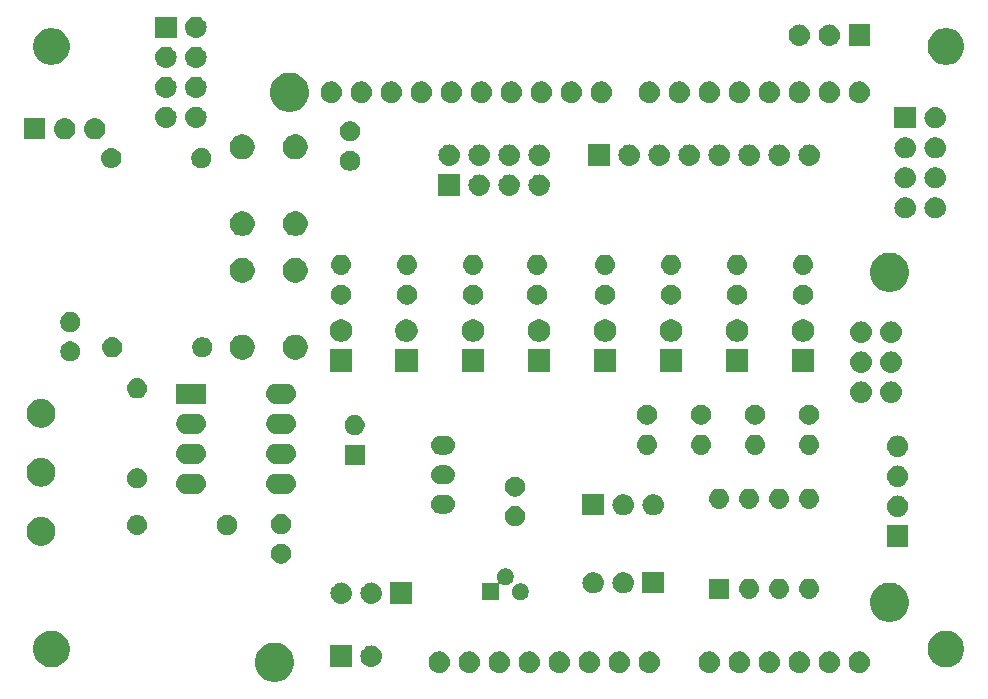
<source format=gbr>
G04 #@! TF.GenerationSoftware,KiCad,Pcbnew,5.0.2+dfsg1-1~bpo9+1*
G04 #@! TF.CreationDate,2021-06-17T18:16:35-03:00*
G04 #@! TF.ProjectId,minilab,6d696e69-6c61-4622-9e6b-696361645f70,rev?*
G04 #@! TF.SameCoordinates,Original*
G04 #@! TF.FileFunction,Soldermask,Bot*
G04 #@! TF.FilePolarity,Negative*
%FSLAX46Y46*%
G04 Gerber Fmt 4.6, Leading zero omitted, Abs format (unit mm)*
G04 Created by KiCad (PCBNEW 5.0.2+dfsg1-1~bpo9+1) date jue 17 jun 2021 18:16:35 -03*
%MOMM*%
%LPD*%
G01*
G04 APERTURE LIST*
%ADD10C,0.100000*%
G04 APERTURE END LIST*
D10*
G36*
X114115257Y-115496799D02*
X114221580Y-115517948D01*
X114522043Y-115642404D01*
X114585792Y-115685000D01*
X114792455Y-115823088D01*
X115022414Y-116053047D01*
X115022416Y-116053050D01*
X115203098Y-116323459D01*
X115315540Y-116594917D01*
X115327554Y-116623923D01*
X115391001Y-116942890D01*
X115391001Y-117268112D01*
X115374560Y-117350764D01*
X115327554Y-117587080D01*
X115203098Y-117887543D01*
X115158312Y-117954570D01*
X115022414Y-118157955D01*
X114792455Y-118387914D01*
X114792452Y-118387916D01*
X114522043Y-118568598D01*
X114221580Y-118693054D01*
X114115257Y-118714203D01*
X113902612Y-118756501D01*
X113577390Y-118756501D01*
X113364745Y-118714203D01*
X113258422Y-118693054D01*
X112957959Y-118568598D01*
X112687550Y-118387916D01*
X112687547Y-118387914D01*
X112457588Y-118157955D01*
X112321690Y-117954570D01*
X112276904Y-117887543D01*
X112152448Y-117587080D01*
X112105442Y-117350764D01*
X112089001Y-117268112D01*
X112089001Y-116942890D01*
X112152448Y-116623923D01*
X112164463Y-116594917D01*
X112276904Y-116323459D01*
X112457586Y-116053050D01*
X112457588Y-116053047D01*
X112687547Y-115823088D01*
X112894210Y-115685000D01*
X112957959Y-115642404D01*
X113258422Y-115517948D01*
X113364745Y-115496799D01*
X113577390Y-115454501D01*
X113902612Y-115454501D01*
X114115257Y-115496799D01*
X114115257Y-115496799D01*
G37*
G36*
X150749295Y-116204134D02*
X150921695Y-116256432D01*
X150921697Y-116256433D01*
X151080584Y-116341360D01*
X151219850Y-116455652D01*
X151334142Y-116594918D01*
X151419069Y-116753805D01*
X151419070Y-116753807D01*
X151471368Y-116926207D01*
X151489026Y-117105501D01*
X151471368Y-117284795D01*
X151429612Y-117422443D01*
X151419069Y-117457197D01*
X151334142Y-117616084D01*
X151219850Y-117755350D01*
X151080584Y-117869642D01*
X150921697Y-117954569D01*
X150921695Y-117954570D01*
X150749295Y-118006868D01*
X150614932Y-118020101D01*
X150525070Y-118020101D01*
X150390707Y-118006868D01*
X150218307Y-117954570D01*
X150218305Y-117954569D01*
X150059418Y-117869642D01*
X149920152Y-117755350D01*
X149805860Y-117616084D01*
X149720933Y-117457197D01*
X149710390Y-117422443D01*
X149668634Y-117284795D01*
X149650976Y-117105501D01*
X149668634Y-116926207D01*
X149720932Y-116753807D01*
X149720933Y-116753805D01*
X149805860Y-116594918D01*
X149920152Y-116455652D01*
X150059418Y-116341360D01*
X150218305Y-116256433D01*
X150218307Y-116256432D01*
X150390707Y-116204134D01*
X150525070Y-116190901D01*
X150614932Y-116190901D01*
X150749295Y-116204134D01*
X150749295Y-116204134D01*
G37*
G36*
X163449295Y-116204134D02*
X163621695Y-116256432D01*
X163621697Y-116256433D01*
X163780584Y-116341360D01*
X163919850Y-116455652D01*
X164034142Y-116594918D01*
X164119069Y-116753805D01*
X164119070Y-116753807D01*
X164171368Y-116926207D01*
X164189026Y-117105501D01*
X164171368Y-117284795D01*
X164129612Y-117422443D01*
X164119069Y-117457197D01*
X164034142Y-117616084D01*
X163919850Y-117755350D01*
X163780584Y-117869642D01*
X163621697Y-117954569D01*
X163621695Y-117954570D01*
X163449295Y-118006868D01*
X163314932Y-118020101D01*
X163225070Y-118020101D01*
X163090707Y-118006868D01*
X162918307Y-117954570D01*
X162918305Y-117954569D01*
X162759418Y-117869642D01*
X162620152Y-117755350D01*
X162505860Y-117616084D01*
X162420933Y-117457197D01*
X162410390Y-117422443D01*
X162368634Y-117284795D01*
X162350976Y-117105501D01*
X162368634Y-116926207D01*
X162420932Y-116753807D01*
X162420933Y-116753805D01*
X162505860Y-116594918D01*
X162620152Y-116455652D01*
X162759418Y-116341360D01*
X162918305Y-116256433D01*
X162918307Y-116256432D01*
X163090707Y-116204134D01*
X163225070Y-116190901D01*
X163314932Y-116190901D01*
X163449295Y-116204134D01*
X163449295Y-116204134D01*
G37*
G36*
X160909295Y-116204134D02*
X161081695Y-116256432D01*
X161081697Y-116256433D01*
X161240584Y-116341360D01*
X161379850Y-116455652D01*
X161494142Y-116594918D01*
X161579069Y-116753805D01*
X161579070Y-116753807D01*
X161631368Y-116926207D01*
X161649026Y-117105501D01*
X161631368Y-117284795D01*
X161589612Y-117422443D01*
X161579069Y-117457197D01*
X161494142Y-117616084D01*
X161379850Y-117755350D01*
X161240584Y-117869642D01*
X161081697Y-117954569D01*
X161081695Y-117954570D01*
X160909295Y-118006868D01*
X160774932Y-118020101D01*
X160685070Y-118020101D01*
X160550707Y-118006868D01*
X160378307Y-117954570D01*
X160378305Y-117954569D01*
X160219418Y-117869642D01*
X160080152Y-117755350D01*
X159965860Y-117616084D01*
X159880933Y-117457197D01*
X159870390Y-117422443D01*
X159828634Y-117284795D01*
X159810976Y-117105501D01*
X159828634Y-116926207D01*
X159880932Y-116753807D01*
X159880933Y-116753805D01*
X159965860Y-116594918D01*
X160080152Y-116455652D01*
X160219418Y-116341360D01*
X160378305Y-116256433D01*
X160378307Y-116256432D01*
X160550707Y-116204134D01*
X160685070Y-116190901D01*
X160774932Y-116190901D01*
X160909295Y-116204134D01*
X160909295Y-116204134D01*
G37*
G36*
X158369295Y-116204134D02*
X158541695Y-116256432D01*
X158541697Y-116256433D01*
X158700584Y-116341360D01*
X158839850Y-116455652D01*
X158954142Y-116594918D01*
X159039069Y-116753805D01*
X159039070Y-116753807D01*
X159091368Y-116926207D01*
X159109026Y-117105501D01*
X159091368Y-117284795D01*
X159049612Y-117422443D01*
X159039069Y-117457197D01*
X158954142Y-117616084D01*
X158839850Y-117755350D01*
X158700584Y-117869642D01*
X158541697Y-117954569D01*
X158541695Y-117954570D01*
X158369295Y-118006868D01*
X158234932Y-118020101D01*
X158145070Y-118020101D01*
X158010707Y-118006868D01*
X157838307Y-117954570D01*
X157838305Y-117954569D01*
X157679418Y-117869642D01*
X157540152Y-117755350D01*
X157425860Y-117616084D01*
X157340933Y-117457197D01*
X157330390Y-117422443D01*
X157288634Y-117284795D01*
X157270976Y-117105501D01*
X157288634Y-116926207D01*
X157340932Y-116753807D01*
X157340933Y-116753805D01*
X157425860Y-116594918D01*
X157540152Y-116455652D01*
X157679418Y-116341360D01*
X157838305Y-116256433D01*
X157838307Y-116256432D01*
X158010707Y-116204134D01*
X158145070Y-116190901D01*
X158234932Y-116190901D01*
X158369295Y-116204134D01*
X158369295Y-116204134D01*
G37*
G36*
X155829295Y-116204134D02*
X156001695Y-116256432D01*
X156001697Y-116256433D01*
X156160584Y-116341360D01*
X156299850Y-116455652D01*
X156414142Y-116594918D01*
X156499069Y-116753805D01*
X156499070Y-116753807D01*
X156551368Y-116926207D01*
X156569026Y-117105501D01*
X156551368Y-117284795D01*
X156509612Y-117422443D01*
X156499069Y-117457197D01*
X156414142Y-117616084D01*
X156299850Y-117755350D01*
X156160584Y-117869642D01*
X156001697Y-117954569D01*
X156001695Y-117954570D01*
X155829295Y-118006868D01*
X155694932Y-118020101D01*
X155605070Y-118020101D01*
X155470707Y-118006868D01*
X155298307Y-117954570D01*
X155298305Y-117954569D01*
X155139418Y-117869642D01*
X155000152Y-117755350D01*
X154885860Y-117616084D01*
X154800933Y-117457197D01*
X154790390Y-117422443D01*
X154748634Y-117284795D01*
X154730976Y-117105501D01*
X154748634Y-116926207D01*
X154800932Y-116753807D01*
X154800933Y-116753805D01*
X154885860Y-116594918D01*
X155000152Y-116455652D01*
X155139418Y-116341360D01*
X155298305Y-116256433D01*
X155298307Y-116256432D01*
X155470707Y-116204134D01*
X155605070Y-116190901D01*
X155694932Y-116190901D01*
X155829295Y-116204134D01*
X155829295Y-116204134D01*
G37*
G36*
X153289295Y-116204134D02*
X153461695Y-116256432D01*
X153461697Y-116256433D01*
X153620584Y-116341360D01*
X153759850Y-116455652D01*
X153874142Y-116594918D01*
X153959069Y-116753805D01*
X153959070Y-116753807D01*
X154011368Y-116926207D01*
X154029026Y-117105501D01*
X154011368Y-117284795D01*
X153969612Y-117422443D01*
X153959069Y-117457197D01*
X153874142Y-117616084D01*
X153759850Y-117755350D01*
X153620584Y-117869642D01*
X153461697Y-117954569D01*
X153461695Y-117954570D01*
X153289295Y-118006868D01*
X153154932Y-118020101D01*
X153065070Y-118020101D01*
X152930707Y-118006868D01*
X152758307Y-117954570D01*
X152758305Y-117954569D01*
X152599418Y-117869642D01*
X152460152Y-117755350D01*
X152345860Y-117616084D01*
X152260933Y-117457197D01*
X152250390Y-117422443D01*
X152208634Y-117284795D01*
X152190976Y-117105501D01*
X152208634Y-116926207D01*
X152260932Y-116753807D01*
X152260933Y-116753805D01*
X152345860Y-116594918D01*
X152460152Y-116455652D01*
X152599418Y-116341360D01*
X152758305Y-116256433D01*
X152758307Y-116256432D01*
X152930707Y-116204134D01*
X153065070Y-116190901D01*
X153154932Y-116190901D01*
X153289295Y-116204134D01*
X153289295Y-116204134D01*
G37*
G36*
X127889295Y-116204134D02*
X128061695Y-116256432D01*
X128061697Y-116256433D01*
X128220584Y-116341360D01*
X128359850Y-116455652D01*
X128474142Y-116594918D01*
X128559069Y-116753805D01*
X128559070Y-116753807D01*
X128611368Y-116926207D01*
X128629026Y-117105501D01*
X128611368Y-117284795D01*
X128569612Y-117422443D01*
X128559069Y-117457197D01*
X128474142Y-117616084D01*
X128359850Y-117755350D01*
X128220584Y-117869642D01*
X128061697Y-117954569D01*
X128061695Y-117954570D01*
X127889295Y-118006868D01*
X127754932Y-118020101D01*
X127665070Y-118020101D01*
X127530707Y-118006868D01*
X127358307Y-117954570D01*
X127358305Y-117954569D01*
X127199418Y-117869642D01*
X127060152Y-117755350D01*
X126945860Y-117616084D01*
X126860933Y-117457197D01*
X126850390Y-117422443D01*
X126808634Y-117284795D01*
X126790976Y-117105501D01*
X126808634Y-116926207D01*
X126860932Y-116753807D01*
X126860933Y-116753805D01*
X126945860Y-116594918D01*
X127060152Y-116455652D01*
X127199418Y-116341360D01*
X127358305Y-116256433D01*
X127358307Y-116256432D01*
X127530707Y-116204134D01*
X127665070Y-116190901D01*
X127754932Y-116190901D01*
X127889295Y-116204134D01*
X127889295Y-116204134D01*
G37*
G36*
X132969295Y-116204134D02*
X133141695Y-116256432D01*
X133141697Y-116256433D01*
X133300584Y-116341360D01*
X133439850Y-116455652D01*
X133554142Y-116594918D01*
X133639069Y-116753805D01*
X133639070Y-116753807D01*
X133691368Y-116926207D01*
X133709026Y-117105501D01*
X133691368Y-117284795D01*
X133649612Y-117422443D01*
X133639069Y-117457197D01*
X133554142Y-117616084D01*
X133439850Y-117755350D01*
X133300584Y-117869642D01*
X133141697Y-117954569D01*
X133141695Y-117954570D01*
X132969295Y-118006868D01*
X132834932Y-118020101D01*
X132745070Y-118020101D01*
X132610707Y-118006868D01*
X132438307Y-117954570D01*
X132438305Y-117954569D01*
X132279418Y-117869642D01*
X132140152Y-117755350D01*
X132025860Y-117616084D01*
X131940933Y-117457197D01*
X131930390Y-117422443D01*
X131888634Y-117284795D01*
X131870976Y-117105501D01*
X131888634Y-116926207D01*
X131940932Y-116753807D01*
X131940933Y-116753805D01*
X132025860Y-116594918D01*
X132140152Y-116455652D01*
X132279418Y-116341360D01*
X132438305Y-116256433D01*
X132438307Y-116256432D01*
X132610707Y-116204134D01*
X132745070Y-116190901D01*
X132834932Y-116190901D01*
X132969295Y-116204134D01*
X132969295Y-116204134D01*
G37*
G36*
X135509295Y-116204134D02*
X135681695Y-116256432D01*
X135681697Y-116256433D01*
X135840584Y-116341360D01*
X135979850Y-116455652D01*
X136094142Y-116594918D01*
X136179069Y-116753805D01*
X136179070Y-116753807D01*
X136231368Y-116926207D01*
X136249026Y-117105501D01*
X136231368Y-117284795D01*
X136189612Y-117422443D01*
X136179069Y-117457197D01*
X136094142Y-117616084D01*
X135979850Y-117755350D01*
X135840584Y-117869642D01*
X135681697Y-117954569D01*
X135681695Y-117954570D01*
X135509295Y-118006868D01*
X135374932Y-118020101D01*
X135285070Y-118020101D01*
X135150707Y-118006868D01*
X134978307Y-117954570D01*
X134978305Y-117954569D01*
X134819418Y-117869642D01*
X134680152Y-117755350D01*
X134565860Y-117616084D01*
X134480933Y-117457197D01*
X134470390Y-117422443D01*
X134428634Y-117284795D01*
X134410976Y-117105501D01*
X134428634Y-116926207D01*
X134480932Y-116753807D01*
X134480933Y-116753805D01*
X134565860Y-116594918D01*
X134680152Y-116455652D01*
X134819418Y-116341360D01*
X134978305Y-116256433D01*
X134978307Y-116256432D01*
X135150707Y-116204134D01*
X135285070Y-116190901D01*
X135374932Y-116190901D01*
X135509295Y-116204134D01*
X135509295Y-116204134D01*
G37*
G36*
X138049295Y-116204134D02*
X138221695Y-116256432D01*
X138221697Y-116256433D01*
X138380584Y-116341360D01*
X138519850Y-116455652D01*
X138634142Y-116594918D01*
X138719069Y-116753805D01*
X138719070Y-116753807D01*
X138771368Y-116926207D01*
X138789026Y-117105501D01*
X138771368Y-117284795D01*
X138729612Y-117422443D01*
X138719069Y-117457197D01*
X138634142Y-117616084D01*
X138519850Y-117755350D01*
X138380584Y-117869642D01*
X138221697Y-117954569D01*
X138221695Y-117954570D01*
X138049295Y-118006868D01*
X137914932Y-118020101D01*
X137825070Y-118020101D01*
X137690707Y-118006868D01*
X137518307Y-117954570D01*
X137518305Y-117954569D01*
X137359418Y-117869642D01*
X137220152Y-117755350D01*
X137105860Y-117616084D01*
X137020933Y-117457197D01*
X137010390Y-117422443D01*
X136968634Y-117284795D01*
X136950976Y-117105501D01*
X136968634Y-116926207D01*
X137020932Y-116753807D01*
X137020933Y-116753805D01*
X137105860Y-116594918D01*
X137220152Y-116455652D01*
X137359418Y-116341360D01*
X137518305Y-116256433D01*
X137518307Y-116256432D01*
X137690707Y-116204134D01*
X137825070Y-116190901D01*
X137914932Y-116190901D01*
X138049295Y-116204134D01*
X138049295Y-116204134D01*
G37*
G36*
X140589295Y-116204134D02*
X140761695Y-116256432D01*
X140761697Y-116256433D01*
X140920584Y-116341360D01*
X141059850Y-116455652D01*
X141174142Y-116594918D01*
X141259069Y-116753805D01*
X141259070Y-116753807D01*
X141311368Y-116926207D01*
X141329026Y-117105501D01*
X141311368Y-117284795D01*
X141269612Y-117422443D01*
X141259069Y-117457197D01*
X141174142Y-117616084D01*
X141059850Y-117755350D01*
X140920584Y-117869642D01*
X140761697Y-117954569D01*
X140761695Y-117954570D01*
X140589295Y-118006868D01*
X140454932Y-118020101D01*
X140365070Y-118020101D01*
X140230707Y-118006868D01*
X140058307Y-117954570D01*
X140058305Y-117954569D01*
X139899418Y-117869642D01*
X139760152Y-117755350D01*
X139645860Y-117616084D01*
X139560933Y-117457197D01*
X139550390Y-117422443D01*
X139508634Y-117284795D01*
X139490976Y-117105501D01*
X139508634Y-116926207D01*
X139560932Y-116753807D01*
X139560933Y-116753805D01*
X139645860Y-116594918D01*
X139760152Y-116455652D01*
X139899418Y-116341360D01*
X140058305Y-116256433D01*
X140058307Y-116256432D01*
X140230707Y-116204134D01*
X140365070Y-116190901D01*
X140454932Y-116190901D01*
X140589295Y-116204134D01*
X140589295Y-116204134D01*
G37*
G36*
X143129295Y-116204134D02*
X143301695Y-116256432D01*
X143301697Y-116256433D01*
X143460584Y-116341360D01*
X143599850Y-116455652D01*
X143714142Y-116594918D01*
X143799069Y-116753805D01*
X143799070Y-116753807D01*
X143851368Y-116926207D01*
X143869026Y-117105501D01*
X143851368Y-117284795D01*
X143809612Y-117422443D01*
X143799069Y-117457197D01*
X143714142Y-117616084D01*
X143599850Y-117755350D01*
X143460584Y-117869642D01*
X143301697Y-117954569D01*
X143301695Y-117954570D01*
X143129295Y-118006868D01*
X142994932Y-118020101D01*
X142905070Y-118020101D01*
X142770707Y-118006868D01*
X142598307Y-117954570D01*
X142598305Y-117954569D01*
X142439418Y-117869642D01*
X142300152Y-117755350D01*
X142185860Y-117616084D01*
X142100933Y-117457197D01*
X142090390Y-117422443D01*
X142048634Y-117284795D01*
X142030976Y-117105501D01*
X142048634Y-116926207D01*
X142100932Y-116753807D01*
X142100933Y-116753805D01*
X142185860Y-116594918D01*
X142300152Y-116455652D01*
X142439418Y-116341360D01*
X142598305Y-116256433D01*
X142598307Y-116256432D01*
X142770707Y-116204134D01*
X142905070Y-116190901D01*
X142994932Y-116190901D01*
X143129295Y-116204134D01*
X143129295Y-116204134D01*
G37*
G36*
X145669295Y-116204134D02*
X145841695Y-116256432D01*
X145841697Y-116256433D01*
X146000584Y-116341360D01*
X146139850Y-116455652D01*
X146254142Y-116594918D01*
X146339069Y-116753805D01*
X146339070Y-116753807D01*
X146391368Y-116926207D01*
X146409026Y-117105501D01*
X146391368Y-117284795D01*
X146349612Y-117422443D01*
X146339069Y-117457197D01*
X146254142Y-117616084D01*
X146139850Y-117755350D01*
X146000584Y-117869642D01*
X145841697Y-117954569D01*
X145841695Y-117954570D01*
X145669295Y-118006868D01*
X145534932Y-118020101D01*
X145445070Y-118020101D01*
X145310707Y-118006868D01*
X145138307Y-117954570D01*
X145138305Y-117954569D01*
X144979418Y-117869642D01*
X144840152Y-117755350D01*
X144725860Y-117616084D01*
X144640933Y-117457197D01*
X144630390Y-117422443D01*
X144588634Y-117284795D01*
X144570976Y-117105501D01*
X144588634Y-116926207D01*
X144640932Y-116753807D01*
X144640933Y-116753805D01*
X144725860Y-116594918D01*
X144840152Y-116455652D01*
X144979418Y-116341360D01*
X145138305Y-116256433D01*
X145138307Y-116256432D01*
X145310707Y-116204134D01*
X145445070Y-116190901D01*
X145534932Y-116190901D01*
X145669295Y-116204134D01*
X145669295Y-116204134D01*
G37*
G36*
X130429295Y-116204134D02*
X130601695Y-116256432D01*
X130601697Y-116256433D01*
X130760584Y-116341360D01*
X130899850Y-116455652D01*
X131014142Y-116594918D01*
X131099069Y-116753805D01*
X131099070Y-116753807D01*
X131151368Y-116926207D01*
X131169026Y-117105501D01*
X131151368Y-117284795D01*
X131109612Y-117422443D01*
X131099069Y-117457197D01*
X131014142Y-117616084D01*
X130899850Y-117755350D01*
X130760584Y-117869642D01*
X130601697Y-117954569D01*
X130601695Y-117954570D01*
X130429295Y-118006868D01*
X130294932Y-118020101D01*
X130205070Y-118020101D01*
X130070707Y-118006868D01*
X129898307Y-117954570D01*
X129898305Y-117954569D01*
X129739418Y-117869642D01*
X129600152Y-117755350D01*
X129485860Y-117616084D01*
X129400933Y-117457197D01*
X129390390Y-117422443D01*
X129348634Y-117284795D01*
X129330976Y-117105501D01*
X129348634Y-116926207D01*
X129400932Y-116753807D01*
X129400933Y-116753805D01*
X129485860Y-116594918D01*
X129600152Y-116455652D01*
X129739418Y-116341360D01*
X129898305Y-116256433D01*
X129898307Y-116256432D01*
X130070707Y-116204134D01*
X130205070Y-116190901D01*
X130294932Y-116190901D01*
X130429295Y-116204134D01*
X130429295Y-116204134D01*
G37*
G36*
X95196097Y-114465263D02*
X95295972Y-114485129D01*
X95412879Y-114533554D01*
X95578211Y-114602036D01*
X95832225Y-114771763D01*
X96048237Y-114987775D01*
X96217964Y-115241789D01*
X96286446Y-115407121D01*
X96332353Y-115517948D01*
X96334871Y-115524029D01*
X96394470Y-115823651D01*
X96394470Y-116129149D01*
X96334871Y-116428771D01*
X96217964Y-116711011D01*
X96048237Y-116965025D01*
X95832225Y-117181037D01*
X95578211Y-117350764D01*
X95412879Y-117419246D01*
X95295972Y-117467671D01*
X95198798Y-117487000D01*
X94996349Y-117527270D01*
X94690851Y-117527270D01*
X94488402Y-117487000D01*
X94391228Y-117467671D01*
X94274321Y-117419246D01*
X94108989Y-117350764D01*
X93854975Y-117181037D01*
X93638963Y-116965025D01*
X93469236Y-116711011D01*
X93352329Y-116428771D01*
X93292730Y-116129149D01*
X93292730Y-115823651D01*
X93352329Y-115524029D01*
X93354848Y-115517948D01*
X93400754Y-115407121D01*
X93469236Y-115241789D01*
X93638963Y-114987775D01*
X93854975Y-114771763D01*
X94108989Y-114602036D01*
X94274321Y-114533554D01*
X94391228Y-114485129D01*
X94491103Y-114465263D01*
X94690851Y-114425530D01*
X94996349Y-114425530D01*
X95196097Y-114465263D01*
X95196097Y-114465263D01*
G37*
G36*
X170938897Y-114465263D02*
X171038772Y-114485129D01*
X171155679Y-114533554D01*
X171321011Y-114602036D01*
X171575025Y-114771763D01*
X171791037Y-114987775D01*
X171960764Y-115241789D01*
X172029246Y-115407121D01*
X172075153Y-115517948D01*
X172077671Y-115524029D01*
X172137270Y-115823651D01*
X172137270Y-116129149D01*
X172077671Y-116428771D01*
X171960764Y-116711011D01*
X171791037Y-116965025D01*
X171575025Y-117181037D01*
X171321011Y-117350764D01*
X171155679Y-117419246D01*
X171038772Y-117467671D01*
X170941598Y-117487000D01*
X170739149Y-117527270D01*
X170433651Y-117527270D01*
X170231202Y-117487000D01*
X170134028Y-117467671D01*
X170017121Y-117419246D01*
X169851789Y-117350764D01*
X169597775Y-117181037D01*
X169381763Y-116965025D01*
X169212036Y-116711011D01*
X169095129Y-116428771D01*
X169035530Y-116129149D01*
X169035530Y-115823651D01*
X169095129Y-115524029D01*
X169097648Y-115517948D01*
X169143554Y-115407121D01*
X169212036Y-115241789D01*
X169381763Y-114987775D01*
X169597775Y-114771763D01*
X169851789Y-114602036D01*
X170017121Y-114533554D01*
X170134028Y-114485129D01*
X170233903Y-114465263D01*
X170433651Y-114425530D01*
X170739149Y-114425530D01*
X170938897Y-114465263D01*
X170938897Y-114465263D01*
G37*
G36*
X120281000Y-117487000D02*
X118479000Y-117487000D01*
X118479000Y-115685000D01*
X120281000Y-115685000D01*
X120281000Y-117487000D01*
X120281000Y-117487000D01*
G37*
G36*
X122030443Y-115691519D02*
X122096627Y-115698037D01*
X122209853Y-115732384D01*
X122266467Y-115749557D01*
X122404028Y-115823086D01*
X122422991Y-115833222D01*
X122458729Y-115862552D01*
X122560186Y-115945814D01*
X122643448Y-116047271D01*
X122672778Y-116083009D01*
X122672779Y-116083011D01*
X122756443Y-116239533D01*
X122756443Y-116239534D01*
X122807963Y-116409373D01*
X122825359Y-116586000D01*
X122807963Y-116762627D01*
X122773616Y-116875853D01*
X122756443Y-116932467D01*
X122739040Y-116965025D01*
X122672778Y-117088991D01*
X122659228Y-117105501D01*
X122560186Y-117226186D01*
X122458729Y-117309448D01*
X122422991Y-117338778D01*
X122422989Y-117338779D01*
X122266467Y-117422443D01*
X122209853Y-117439616D01*
X122096627Y-117473963D01*
X122030442Y-117480482D01*
X121964260Y-117487000D01*
X121875740Y-117487000D01*
X121809558Y-117480482D01*
X121743373Y-117473963D01*
X121630147Y-117439616D01*
X121573533Y-117422443D01*
X121417011Y-117338779D01*
X121417009Y-117338778D01*
X121381271Y-117309448D01*
X121279814Y-117226186D01*
X121180772Y-117105501D01*
X121167222Y-117088991D01*
X121100960Y-116965025D01*
X121083557Y-116932467D01*
X121066384Y-116875853D01*
X121032037Y-116762627D01*
X121014641Y-116586000D01*
X121032037Y-116409373D01*
X121083557Y-116239534D01*
X121083557Y-116239533D01*
X121167221Y-116083011D01*
X121167222Y-116083009D01*
X121196552Y-116047271D01*
X121279814Y-115945814D01*
X121381271Y-115862552D01*
X121417009Y-115833222D01*
X121435972Y-115823086D01*
X121573533Y-115749557D01*
X121630147Y-115732384D01*
X121743373Y-115698037D01*
X121809557Y-115691519D01*
X121875740Y-115685000D01*
X121964260Y-115685000D01*
X122030443Y-115691519D01*
X122030443Y-115691519D01*
G37*
G36*
X166098289Y-110399500D02*
X166291580Y-110437948D01*
X166504038Y-110525951D01*
X166576583Y-110556000D01*
X166592043Y-110562404D01*
X166765246Y-110678135D01*
X166862455Y-110743088D01*
X167092414Y-110973047D01*
X167092416Y-110973050D01*
X167240079Y-111194042D01*
X167273099Y-111243461D01*
X167308726Y-111329472D01*
X167397554Y-111543922D01*
X167403112Y-111571865D01*
X167461001Y-111862890D01*
X167461001Y-112188112D01*
X167397554Y-112507079D01*
X167273099Y-112807541D01*
X167092414Y-113077955D01*
X166862455Y-113307914D01*
X166862452Y-113307916D01*
X166592043Y-113488598D01*
X166291580Y-113613054D01*
X166185257Y-113634203D01*
X165972612Y-113676501D01*
X165647390Y-113676501D01*
X165434745Y-113634203D01*
X165328422Y-113613054D01*
X165027959Y-113488598D01*
X164757550Y-113307916D01*
X164757547Y-113307914D01*
X164527588Y-113077955D01*
X164346903Y-112807541D01*
X164222448Y-112507079D01*
X164159001Y-112188112D01*
X164159001Y-111862890D01*
X164216890Y-111571865D01*
X164222448Y-111543922D01*
X164311276Y-111329472D01*
X164346903Y-111243461D01*
X164379924Y-111194042D01*
X164527586Y-110973050D01*
X164527588Y-110973047D01*
X164757547Y-110743088D01*
X164854756Y-110678135D01*
X165027959Y-110562404D01*
X165043420Y-110556000D01*
X165115964Y-110525951D01*
X165328422Y-110437948D01*
X165521713Y-110399500D01*
X165647390Y-110374501D01*
X165972612Y-110374501D01*
X166098289Y-110399500D01*
X166098289Y-110399500D01*
G37*
G36*
X119490443Y-110357519D02*
X119556627Y-110364037D01*
X119661738Y-110395922D01*
X119726467Y-110415557D01*
X119786820Y-110447817D01*
X119882991Y-110499222D01*
X119917283Y-110527365D01*
X120020186Y-110611814D01*
X120103448Y-110713271D01*
X120132778Y-110749009D01*
X120132779Y-110749011D01*
X120216443Y-110905533D01*
X120233616Y-110962147D01*
X120267963Y-111075373D01*
X120285359Y-111252000D01*
X120267963Y-111428627D01*
X120259341Y-111457049D01*
X120216443Y-111598467D01*
X120178473Y-111669502D01*
X120132778Y-111754991D01*
X120103448Y-111790729D01*
X120020186Y-111892186D01*
X119918729Y-111975448D01*
X119882991Y-112004778D01*
X119882989Y-112004779D01*
X119726467Y-112088443D01*
X119669853Y-112105616D01*
X119556627Y-112139963D01*
X119490443Y-112146481D01*
X119424260Y-112153000D01*
X119335740Y-112153000D01*
X119269557Y-112146481D01*
X119203373Y-112139963D01*
X119090147Y-112105616D01*
X119033533Y-112088443D01*
X118877011Y-112004779D01*
X118877009Y-112004778D01*
X118841271Y-111975448D01*
X118739814Y-111892186D01*
X118656552Y-111790729D01*
X118627222Y-111754991D01*
X118581527Y-111669502D01*
X118543557Y-111598467D01*
X118500659Y-111457049D01*
X118492037Y-111428627D01*
X118474641Y-111252000D01*
X118492037Y-111075373D01*
X118526384Y-110962147D01*
X118543557Y-110905533D01*
X118627221Y-110749011D01*
X118627222Y-110749009D01*
X118656552Y-110713271D01*
X118739814Y-110611814D01*
X118842717Y-110527365D01*
X118877009Y-110499222D01*
X118973180Y-110447817D01*
X119033533Y-110415557D01*
X119098262Y-110395922D01*
X119203373Y-110364037D01*
X119269557Y-110357519D01*
X119335740Y-110351000D01*
X119424260Y-110351000D01*
X119490443Y-110357519D01*
X119490443Y-110357519D01*
G37*
G36*
X125361000Y-112153000D02*
X123559000Y-112153000D01*
X123559000Y-110351000D01*
X125361000Y-110351000D01*
X125361000Y-112153000D01*
X125361000Y-112153000D01*
G37*
G36*
X122030443Y-110357519D02*
X122096627Y-110364037D01*
X122201738Y-110395922D01*
X122266467Y-110415557D01*
X122326820Y-110447817D01*
X122422991Y-110499222D01*
X122457283Y-110527365D01*
X122560186Y-110611814D01*
X122643448Y-110713271D01*
X122672778Y-110749009D01*
X122672779Y-110749011D01*
X122756443Y-110905533D01*
X122773616Y-110962147D01*
X122807963Y-111075373D01*
X122825359Y-111252000D01*
X122807963Y-111428627D01*
X122799341Y-111457049D01*
X122756443Y-111598467D01*
X122718473Y-111669502D01*
X122672778Y-111754991D01*
X122643448Y-111790729D01*
X122560186Y-111892186D01*
X122458729Y-111975448D01*
X122422991Y-112004778D01*
X122422989Y-112004779D01*
X122266467Y-112088443D01*
X122209853Y-112105616D01*
X122096627Y-112139963D01*
X122030443Y-112146481D01*
X121964260Y-112153000D01*
X121875740Y-112153000D01*
X121809557Y-112146481D01*
X121743373Y-112139963D01*
X121630147Y-112105616D01*
X121573533Y-112088443D01*
X121417011Y-112004779D01*
X121417009Y-112004778D01*
X121381271Y-111975448D01*
X121279814Y-111892186D01*
X121196552Y-111790729D01*
X121167222Y-111754991D01*
X121121527Y-111669502D01*
X121083557Y-111598467D01*
X121040659Y-111457049D01*
X121032037Y-111428627D01*
X121014641Y-111252000D01*
X121032037Y-111075373D01*
X121066384Y-110962147D01*
X121083557Y-110905533D01*
X121167221Y-110749011D01*
X121167222Y-110749009D01*
X121196552Y-110713271D01*
X121279814Y-110611814D01*
X121382717Y-110527365D01*
X121417009Y-110499222D01*
X121513180Y-110447817D01*
X121573533Y-110415557D01*
X121638262Y-110395922D01*
X121743373Y-110364037D01*
X121809557Y-110357519D01*
X121875740Y-110351000D01*
X121964260Y-110351000D01*
X122030443Y-110357519D01*
X122030443Y-110357519D01*
G37*
G36*
X134760972Y-110450938D02*
X134888549Y-110503782D01*
X135003365Y-110580500D01*
X135101000Y-110678135D01*
X135177718Y-110792951D01*
X135230562Y-110920528D01*
X135257500Y-111055956D01*
X135257500Y-111194044D01*
X135230562Y-111329472D01*
X135177718Y-111457049D01*
X135101000Y-111571865D01*
X135003365Y-111669500D01*
X134888549Y-111746218D01*
X134760972Y-111799062D01*
X134625544Y-111826000D01*
X134487456Y-111826000D01*
X134352028Y-111799062D01*
X134224451Y-111746218D01*
X134109635Y-111669500D01*
X134012000Y-111571865D01*
X133935282Y-111457049D01*
X133882438Y-111329472D01*
X133855500Y-111194044D01*
X133855500Y-111055956D01*
X133882438Y-110920528D01*
X133935282Y-110792951D01*
X134012000Y-110678135D01*
X134109635Y-110580500D01*
X134224451Y-110503782D01*
X134352028Y-110450938D01*
X134487456Y-110424000D01*
X134625544Y-110424000D01*
X134760972Y-110450938D01*
X134760972Y-110450938D01*
G37*
G36*
X133490972Y-109180938D02*
X133618549Y-109233782D01*
X133733365Y-109310500D01*
X133831000Y-109408135D01*
X133907718Y-109522951D01*
X133960562Y-109650528D01*
X133987500Y-109785956D01*
X133987500Y-109924044D01*
X133960562Y-110059472D01*
X133907718Y-110187049D01*
X133831000Y-110301865D01*
X133733365Y-110399500D01*
X133618549Y-110476218D01*
X133490972Y-110529062D01*
X133355544Y-110556000D01*
X133217456Y-110556000D01*
X133082028Y-110529062D01*
X132954451Y-110476218D01*
X132911946Y-110447817D01*
X132890335Y-110436266D01*
X132866886Y-110429153D01*
X132842500Y-110426751D01*
X132818114Y-110429153D01*
X132794664Y-110436266D01*
X132773054Y-110447817D01*
X132754112Y-110463363D01*
X132738566Y-110482305D01*
X132727015Y-110503916D01*
X132719902Y-110527365D01*
X132717500Y-110551751D01*
X132717500Y-111826000D01*
X131315500Y-111826000D01*
X131315500Y-110424000D01*
X132589749Y-110424000D01*
X132614135Y-110421598D01*
X132637584Y-110414485D01*
X132659195Y-110402934D01*
X132678137Y-110387388D01*
X132693683Y-110368446D01*
X132705234Y-110346835D01*
X132712347Y-110323386D01*
X132714749Y-110299000D01*
X132712347Y-110274614D01*
X132705234Y-110251165D01*
X132693683Y-110229554D01*
X132665282Y-110187049D01*
X132612438Y-110059472D01*
X132585500Y-109924044D01*
X132585500Y-109785956D01*
X132612438Y-109650528D01*
X132665282Y-109522951D01*
X132742000Y-109408135D01*
X132839635Y-109310500D01*
X132954451Y-109233782D01*
X133082028Y-109180938D01*
X133217456Y-109154000D01*
X133355544Y-109154000D01*
X133490972Y-109180938D01*
X133490972Y-109180938D01*
G37*
G36*
X154090821Y-110032313D02*
X154090824Y-110032314D01*
X154090825Y-110032314D01*
X154251239Y-110080975D01*
X154251241Y-110080976D01*
X154251244Y-110080977D01*
X154399078Y-110159995D01*
X154528659Y-110266341D01*
X154635005Y-110395922D01*
X154714023Y-110543756D01*
X154714024Y-110543759D01*
X154714025Y-110543761D01*
X154734669Y-110611815D01*
X154762687Y-110704179D01*
X154779117Y-110871000D01*
X154762687Y-111037821D01*
X154762686Y-111037824D01*
X154762686Y-111037825D01*
X154715298Y-111194044D01*
X154714023Y-111198244D01*
X154635005Y-111346078D01*
X154528659Y-111475659D01*
X154399078Y-111582005D01*
X154251244Y-111661023D01*
X154251241Y-111661024D01*
X154251239Y-111661025D01*
X154090825Y-111709686D01*
X154090824Y-111709686D01*
X154090821Y-111709687D01*
X153965804Y-111722000D01*
X153882196Y-111722000D01*
X153757179Y-111709687D01*
X153757176Y-111709686D01*
X153757175Y-111709686D01*
X153596761Y-111661025D01*
X153596759Y-111661024D01*
X153596756Y-111661023D01*
X153448922Y-111582005D01*
X153319341Y-111475659D01*
X153212995Y-111346078D01*
X153133977Y-111198244D01*
X153132703Y-111194044D01*
X153085314Y-111037825D01*
X153085314Y-111037824D01*
X153085313Y-111037821D01*
X153068883Y-110871000D01*
X153085313Y-110704179D01*
X153113331Y-110611815D01*
X153133975Y-110543761D01*
X153133976Y-110543759D01*
X153133977Y-110543756D01*
X153212995Y-110395922D01*
X153319341Y-110266341D01*
X153448922Y-110159995D01*
X153596756Y-110080977D01*
X153596759Y-110080976D01*
X153596761Y-110080975D01*
X153757175Y-110032314D01*
X153757176Y-110032314D01*
X153757179Y-110032313D01*
X153882196Y-110020000D01*
X153965804Y-110020000D01*
X154090821Y-110032313D01*
X154090821Y-110032313D01*
G37*
G36*
X159170821Y-110032313D02*
X159170824Y-110032314D01*
X159170825Y-110032314D01*
X159331239Y-110080975D01*
X159331241Y-110080976D01*
X159331244Y-110080977D01*
X159479078Y-110159995D01*
X159608659Y-110266341D01*
X159715005Y-110395922D01*
X159794023Y-110543756D01*
X159794024Y-110543759D01*
X159794025Y-110543761D01*
X159814669Y-110611815D01*
X159842687Y-110704179D01*
X159859117Y-110871000D01*
X159842687Y-111037821D01*
X159842686Y-111037824D01*
X159842686Y-111037825D01*
X159795298Y-111194044D01*
X159794023Y-111198244D01*
X159715005Y-111346078D01*
X159608659Y-111475659D01*
X159479078Y-111582005D01*
X159331244Y-111661023D01*
X159331241Y-111661024D01*
X159331239Y-111661025D01*
X159170825Y-111709686D01*
X159170824Y-111709686D01*
X159170821Y-111709687D01*
X159045804Y-111722000D01*
X158962196Y-111722000D01*
X158837179Y-111709687D01*
X158837176Y-111709686D01*
X158837175Y-111709686D01*
X158676761Y-111661025D01*
X158676759Y-111661024D01*
X158676756Y-111661023D01*
X158528922Y-111582005D01*
X158399341Y-111475659D01*
X158292995Y-111346078D01*
X158213977Y-111198244D01*
X158212703Y-111194044D01*
X158165314Y-111037825D01*
X158165314Y-111037824D01*
X158165313Y-111037821D01*
X158148883Y-110871000D01*
X158165313Y-110704179D01*
X158193331Y-110611815D01*
X158213975Y-110543761D01*
X158213976Y-110543759D01*
X158213977Y-110543756D01*
X158292995Y-110395922D01*
X158399341Y-110266341D01*
X158528922Y-110159995D01*
X158676756Y-110080977D01*
X158676759Y-110080976D01*
X158676761Y-110080975D01*
X158837175Y-110032314D01*
X158837176Y-110032314D01*
X158837179Y-110032313D01*
X158962196Y-110020000D01*
X159045804Y-110020000D01*
X159170821Y-110032313D01*
X159170821Y-110032313D01*
G37*
G36*
X152235000Y-111722000D02*
X150533000Y-111722000D01*
X150533000Y-110020000D01*
X152235000Y-110020000D01*
X152235000Y-111722000D01*
X152235000Y-111722000D01*
G37*
G36*
X156630821Y-110032313D02*
X156630824Y-110032314D01*
X156630825Y-110032314D01*
X156791239Y-110080975D01*
X156791241Y-110080976D01*
X156791244Y-110080977D01*
X156939078Y-110159995D01*
X157068659Y-110266341D01*
X157175005Y-110395922D01*
X157254023Y-110543756D01*
X157254024Y-110543759D01*
X157254025Y-110543761D01*
X157274669Y-110611815D01*
X157302687Y-110704179D01*
X157319117Y-110871000D01*
X157302687Y-111037821D01*
X157302686Y-111037824D01*
X157302686Y-111037825D01*
X157255298Y-111194044D01*
X157254023Y-111198244D01*
X157175005Y-111346078D01*
X157068659Y-111475659D01*
X156939078Y-111582005D01*
X156791244Y-111661023D01*
X156791241Y-111661024D01*
X156791239Y-111661025D01*
X156630825Y-111709686D01*
X156630824Y-111709686D01*
X156630821Y-111709687D01*
X156505804Y-111722000D01*
X156422196Y-111722000D01*
X156297179Y-111709687D01*
X156297176Y-111709686D01*
X156297175Y-111709686D01*
X156136761Y-111661025D01*
X156136759Y-111661024D01*
X156136756Y-111661023D01*
X155988922Y-111582005D01*
X155859341Y-111475659D01*
X155752995Y-111346078D01*
X155673977Y-111198244D01*
X155672703Y-111194044D01*
X155625314Y-111037825D01*
X155625314Y-111037824D01*
X155625313Y-111037821D01*
X155608883Y-110871000D01*
X155625313Y-110704179D01*
X155653331Y-110611815D01*
X155673975Y-110543761D01*
X155673976Y-110543759D01*
X155673977Y-110543756D01*
X155752995Y-110395922D01*
X155859341Y-110266341D01*
X155988922Y-110159995D01*
X156136756Y-110080977D01*
X156136759Y-110080976D01*
X156136761Y-110080975D01*
X156297175Y-110032314D01*
X156297176Y-110032314D01*
X156297179Y-110032313D01*
X156422196Y-110020000D01*
X156505804Y-110020000D01*
X156630821Y-110032313D01*
X156630821Y-110032313D01*
G37*
G36*
X140826443Y-109468519D02*
X140892627Y-109475037D01*
X141005853Y-109509384D01*
X141062467Y-109526557D01*
X141201087Y-109600652D01*
X141218991Y-109610222D01*
X141254729Y-109639552D01*
X141356186Y-109722814D01*
X141439448Y-109824271D01*
X141468778Y-109860009D01*
X141468779Y-109860011D01*
X141552443Y-110016533D01*
X141557230Y-110032314D01*
X141603963Y-110186373D01*
X141621359Y-110363000D01*
X141603963Y-110539627D01*
X141591565Y-110580498D01*
X141552443Y-110709467D01*
X141478348Y-110848087D01*
X141468778Y-110865991D01*
X141464667Y-110871000D01*
X141356186Y-111003186D01*
X141268222Y-111075375D01*
X141218991Y-111115778D01*
X141218989Y-111115779D01*
X141062467Y-111199443D01*
X141005853Y-111216616D01*
X140892627Y-111250963D01*
X140826443Y-111257481D01*
X140760260Y-111264000D01*
X140671740Y-111264000D01*
X140605557Y-111257481D01*
X140539373Y-111250963D01*
X140426147Y-111216616D01*
X140369533Y-111199443D01*
X140213011Y-111115779D01*
X140213009Y-111115778D01*
X140163778Y-111075375D01*
X140075814Y-111003186D01*
X139967333Y-110871000D01*
X139963222Y-110865991D01*
X139953652Y-110848087D01*
X139879557Y-110709467D01*
X139840435Y-110580498D01*
X139828037Y-110539627D01*
X139810641Y-110363000D01*
X139828037Y-110186373D01*
X139874770Y-110032314D01*
X139879557Y-110016533D01*
X139963221Y-109860011D01*
X139963222Y-109860009D01*
X139992552Y-109824271D01*
X140075814Y-109722814D01*
X140177271Y-109639552D01*
X140213009Y-109610222D01*
X140230913Y-109600652D01*
X140369533Y-109526557D01*
X140426147Y-109509384D01*
X140539373Y-109475037D01*
X140605557Y-109468519D01*
X140671740Y-109462000D01*
X140760260Y-109462000D01*
X140826443Y-109468519D01*
X140826443Y-109468519D01*
G37*
G36*
X146697000Y-111264000D02*
X144895000Y-111264000D01*
X144895000Y-109462000D01*
X146697000Y-109462000D01*
X146697000Y-111264000D01*
X146697000Y-111264000D01*
G37*
G36*
X143366443Y-109468519D02*
X143432627Y-109475037D01*
X143545853Y-109509384D01*
X143602467Y-109526557D01*
X143741087Y-109600652D01*
X143758991Y-109610222D01*
X143794729Y-109639552D01*
X143896186Y-109722814D01*
X143979448Y-109824271D01*
X144008778Y-109860009D01*
X144008779Y-109860011D01*
X144092443Y-110016533D01*
X144097230Y-110032314D01*
X144143963Y-110186373D01*
X144161359Y-110363000D01*
X144143963Y-110539627D01*
X144131565Y-110580498D01*
X144092443Y-110709467D01*
X144018348Y-110848087D01*
X144008778Y-110865991D01*
X144004667Y-110871000D01*
X143896186Y-111003186D01*
X143808222Y-111075375D01*
X143758991Y-111115778D01*
X143758989Y-111115779D01*
X143602467Y-111199443D01*
X143545853Y-111216616D01*
X143432627Y-111250963D01*
X143366443Y-111257481D01*
X143300260Y-111264000D01*
X143211740Y-111264000D01*
X143145557Y-111257481D01*
X143079373Y-111250963D01*
X142966147Y-111216616D01*
X142909533Y-111199443D01*
X142753011Y-111115779D01*
X142753009Y-111115778D01*
X142703778Y-111075375D01*
X142615814Y-111003186D01*
X142507333Y-110871000D01*
X142503222Y-110865991D01*
X142493652Y-110848087D01*
X142419557Y-110709467D01*
X142380435Y-110580498D01*
X142368037Y-110539627D01*
X142350641Y-110363000D01*
X142368037Y-110186373D01*
X142414770Y-110032314D01*
X142419557Y-110016533D01*
X142503221Y-109860011D01*
X142503222Y-109860009D01*
X142532552Y-109824271D01*
X142615814Y-109722814D01*
X142717271Y-109639552D01*
X142753009Y-109610222D01*
X142770913Y-109600652D01*
X142909533Y-109526557D01*
X142966147Y-109509384D01*
X143079373Y-109475037D01*
X143145557Y-109468519D01*
X143211740Y-109462000D01*
X143300260Y-109462000D01*
X143366443Y-109468519D01*
X143366443Y-109468519D01*
G37*
G36*
X114548228Y-107091703D02*
X114703100Y-107155853D01*
X114842481Y-107248985D01*
X114961015Y-107367519D01*
X115054147Y-107506900D01*
X115118297Y-107661772D01*
X115151000Y-107826184D01*
X115151000Y-107993816D01*
X115118297Y-108158228D01*
X115054147Y-108313100D01*
X114961015Y-108452481D01*
X114842481Y-108571015D01*
X114703100Y-108664147D01*
X114548228Y-108728297D01*
X114383816Y-108761000D01*
X114216184Y-108761000D01*
X114051772Y-108728297D01*
X113896900Y-108664147D01*
X113757519Y-108571015D01*
X113638985Y-108452481D01*
X113545853Y-108313100D01*
X113481703Y-108158228D01*
X113449000Y-107993816D01*
X113449000Y-107826184D01*
X113481703Y-107661772D01*
X113545853Y-107506900D01*
X113638985Y-107367519D01*
X113757519Y-107248985D01*
X113896900Y-107155853D01*
X114051772Y-107091703D01*
X114216184Y-107059000D01*
X114383816Y-107059000D01*
X114548228Y-107091703D01*
X114548228Y-107091703D01*
G37*
G36*
X167398000Y-107327000D02*
X165596000Y-107327000D01*
X165596000Y-105525000D01*
X167398000Y-105525000D01*
X167398000Y-107327000D01*
X167398000Y-107327000D01*
G37*
G36*
X94208271Y-104812485D02*
X94336153Y-104837922D01*
X94407606Y-104867519D01*
X94558359Y-104929963D01*
X94758345Y-105063589D01*
X94928411Y-105233655D01*
X95062037Y-105433641D01*
X95078547Y-105473500D01*
X95154078Y-105655847D01*
X95167182Y-105721728D01*
X95201000Y-105891741D01*
X95201000Y-106132259D01*
X95154078Y-106368152D01*
X95062037Y-106590359D01*
X94928411Y-106790345D01*
X94758345Y-106960411D01*
X94558359Y-107094037D01*
X94428194Y-107147953D01*
X94336153Y-107186078D01*
X94100259Y-107233000D01*
X93859741Y-107233000D01*
X93623847Y-107186078D01*
X93531806Y-107147953D01*
X93401641Y-107094037D01*
X93201655Y-106960411D01*
X93031589Y-106790345D01*
X92897963Y-106590359D01*
X92805922Y-106368152D01*
X92759000Y-106132259D01*
X92759000Y-105891741D01*
X92792818Y-105721728D01*
X92805922Y-105655847D01*
X92881453Y-105473500D01*
X92897963Y-105433641D01*
X93031589Y-105233655D01*
X93201655Y-105063589D01*
X93401641Y-104929963D01*
X93552394Y-104867519D01*
X93623847Y-104837922D01*
X93751729Y-104812485D01*
X93859741Y-104791000D01*
X94100259Y-104791000D01*
X94208271Y-104812485D01*
X94208271Y-104812485D01*
G37*
G36*
X102274821Y-104634813D02*
X102274824Y-104634814D01*
X102274825Y-104634814D01*
X102435239Y-104683475D01*
X102435241Y-104683476D01*
X102435244Y-104683477D01*
X102583078Y-104762495D01*
X102712659Y-104868841D01*
X102819005Y-104998422D01*
X102898023Y-105146256D01*
X102898024Y-105146259D01*
X102898025Y-105146261D01*
X102937830Y-105277481D01*
X102946687Y-105306679D01*
X102963117Y-105473500D01*
X102946687Y-105640321D01*
X102946686Y-105640324D01*
X102946686Y-105640325D01*
X102921993Y-105721728D01*
X102898023Y-105800744D01*
X102819005Y-105948578D01*
X102712659Y-106078159D01*
X102583078Y-106184505D01*
X102435244Y-106263523D01*
X102435241Y-106263524D01*
X102435239Y-106263525D01*
X102274825Y-106312186D01*
X102274824Y-106312186D01*
X102274821Y-106312187D01*
X102149804Y-106324500D01*
X102066196Y-106324500D01*
X101941179Y-106312187D01*
X101941176Y-106312186D01*
X101941175Y-106312186D01*
X101780761Y-106263525D01*
X101780759Y-106263524D01*
X101780756Y-106263523D01*
X101632922Y-106184505D01*
X101503341Y-106078159D01*
X101396995Y-105948578D01*
X101317977Y-105800744D01*
X101294008Y-105721728D01*
X101269314Y-105640325D01*
X101269314Y-105640324D01*
X101269313Y-105640321D01*
X101252883Y-105473500D01*
X101269313Y-105306679D01*
X101278170Y-105277481D01*
X101317975Y-105146261D01*
X101317976Y-105146259D01*
X101317977Y-105146256D01*
X101396995Y-104998422D01*
X101503341Y-104868841D01*
X101632922Y-104762495D01*
X101780756Y-104683477D01*
X101780759Y-104683476D01*
X101780761Y-104683475D01*
X101941175Y-104634814D01*
X101941176Y-104634814D01*
X101941179Y-104634813D01*
X102066196Y-104622500D01*
X102149804Y-104622500D01*
X102274821Y-104634813D01*
X102274821Y-104634813D01*
G37*
G36*
X109976228Y-104655203D02*
X110131100Y-104719353D01*
X110270481Y-104812485D01*
X110389015Y-104931019D01*
X110482147Y-105070400D01*
X110546297Y-105225272D01*
X110579000Y-105389684D01*
X110579000Y-105557316D01*
X110546297Y-105721728D01*
X110482147Y-105876600D01*
X110389015Y-106015981D01*
X110270481Y-106134515D01*
X110131100Y-106227647D01*
X109976228Y-106291797D01*
X109811816Y-106324500D01*
X109644184Y-106324500D01*
X109479772Y-106291797D01*
X109324900Y-106227647D01*
X109185519Y-106134515D01*
X109066985Y-106015981D01*
X108973853Y-105876600D01*
X108909703Y-105721728D01*
X108877000Y-105557316D01*
X108877000Y-105389684D01*
X108909703Y-105225272D01*
X108973853Y-105070400D01*
X109066985Y-104931019D01*
X109185519Y-104812485D01*
X109324900Y-104719353D01*
X109479772Y-104655203D01*
X109644184Y-104622500D01*
X109811816Y-104622500D01*
X109976228Y-104655203D01*
X109976228Y-104655203D01*
G37*
G36*
X114548228Y-104591703D02*
X114703100Y-104655853D01*
X114842481Y-104748985D01*
X114961015Y-104867519D01*
X115054147Y-105006900D01*
X115118297Y-105161772D01*
X115151000Y-105326184D01*
X115151000Y-105493816D01*
X115118297Y-105658228D01*
X115054147Y-105813100D01*
X114961015Y-105952481D01*
X114842481Y-106071015D01*
X114703100Y-106164147D01*
X114548228Y-106228297D01*
X114383816Y-106261000D01*
X114216184Y-106261000D01*
X114051772Y-106228297D01*
X113896900Y-106164147D01*
X113757519Y-106071015D01*
X113638985Y-105952481D01*
X113545853Y-105813100D01*
X113481703Y-105658228D01*
X113449000Y-105493816D01*
X113449000Y-105326184D01*
X113481703Y-105161772D01*
X113545853Y-105006900D01*
X113638985Y-104867519D01*
X113757519Y-104748985D01*
X113896900Y-104655853D01*
X114051772Y-104591703D01*
X114216184Y-104559000D01*
X114383816Y-104559000D01*
X114548228Y-104591703D01*
X114548228Y-104591703D01*
G37*
G36*
X134360228Y-103916703D02*
X134515100Y-103980853D01*
X134654481Y-104073985D01*
X134773015Y-104192519D01*
X134866147Y-104331900D01*
X134930297Y-104486772D01*
X134963000Y-104651184D01*
X134963000Y-104818816D01*
X134930297Y-104983228D01*
X134866147Y-105138100D01*
X134773015Y-105277481D01*
X134654481Y-105396015D01*
X134515100Y-105489147D01*
X134360228Y-105553297D01*
X134195816Y-105586000D01*
X134028184Y-105586000D01*
X133863772Y-105553297D01*
X133708900Y-105489147D01*
X133569519Y-105396015D01*
X133450985Y-105277481D01*
X133357853Y-105138100D01*
X133293703Y-104983228D01*
X133261000Y-104818816D01*
X133261000Y-104651184D01*
X133293703Y-104486772D01*
X133357853Y-104331900D01*
X133450985Y-104192519D01*
X133569519Y-104073985D01*
X133708900Y-103980853D01*
X133863772Y-103916703D01*
X134028184Y-103884000D01*
X134195816Y-103884000D01*
X134360228Y-103916703D01*
X134360228Y-103916703D01*
G37*
G36*
X166607443Y-102991519D02*
X166673627Y-102998037D01*
X166786853Y-103032384D01*
X166843467Y-103049557D01*
X166908239Y-103084179D01*
X166999991Y-103133222D01*
X167035729Y-103162552D01*
X167137186Y-103245814D01*
X167220448Y-103347271D01*
X167249778Y-103383009D01*
X167249779Y-103383011D01*
X167333443Y-103539533D01*
X167345184Y-103578239D01*
X167384963Y-103709373D01*
X167402359Y-103886000D01*
X167384963Y-104062627D01*
X167353653Y-104165841D01*
X167333443Y-104232467D01*
X167303814Y-104287898D01*
X167249778Y-104388991D01*
X167241411Y-104399186D01*
X167137186Y-104526186D01*
X167035729Y-104609448D01*
X166999991Y-104638778D01*
X166999989Y-104638779D01*
X166843467Y-104722443D01*
X166786853Y-104739616D01*
X166673627Y-104773963D01*
X166607442Y-104780482D01*
X166541260Y-104787000D01*
X166452740Y-104787000D01*
X166386558Y-104780482D01*
X166320373Y-104773963D01*
X166207147Y-104739616D01*
X166150533Y-104722443D01*
X165994011Y-104638779D01*
X165994009Y-104638778D01*
X165958271Y-104609448D01*
X165856814Y-104526186D01*
X165752589Y-104399186D01*
X165744222Y-104388991D01*
X165690186Y-104287898D01*
X165660557Y-104232467D01*
X165640347Y-104165841D01*
X165609037Y-104062627D01*
X165591641Y-103886000D01*
X165609037Y-103709373D01*
X165648816Y-103578239D01*
X165660557Y-103539533D01*
X165744221Y-103383011D01*
X165744222Y-103383009D01*
X165773552Y-103347271D01*
X165856814Y-103245814D01*
X165958271Y-103162552D01*
X165994009Y-103133222D01*
X166085761Y-103084179D01*
X166150533Y-103049557D01*
X166207147Y-103032384D01*
X166320373Y-102998037D01*
X166386557Y-102991519D01*
X166452740Y-102985000D01*
X166541260Y-102985000D01*
X166607443Y-102991519D01*
X166607443Y-102991519D01*
G37*
G36*
X145906443Y-102864519D02*
X145972627Y-102871037D01*
X146085853Y-102905384D01*
X146142467Y-102922557D01*
X146239126Y-102974223D01*
X146298991Y-103006222D01*
X146334729Y-103035552D01*
X146436186Y-103118814D01*
X146519448Y-103220271D01*
X146548778Y-103256009D01*
X146548779Y-103256011D01*
X146632443Y-103412533D01*
X146632443Y-103412534D01*
X146683963Y-103582373D01*
X146701359Y-103759000D01*
X146683963Y-103935627D01*
X146651991Y-104041025D01*
X146632443Y-104105467D01*
X146600172Y-104165841D01*
X146548778Y-104261991D01*
X146519448Y-104297729D01*
X146436186Y-104399186D01*
X146359040Y-104462497D01*
X146298991Y-104511778D01*
X146298989Y-104511779D01*
X146142467Y-104595443D01*
X146085853Y-104612616D01*
X145972627Y-104646963D01*
X145906443Y-104653481D01*
X145840260Y-104660000D01*
X145751740Y-104660000D01*
X145685558Y-104653482D01*
X145619373Y-104646963D01*
X145506147Y-104612616D01*
X145449533Y-104595443D01*
X145293011Y-104511779D01*
X145293009Y-104511778D01*
X145232960Y-104462497D01*
X145155814Y-104399186D01*
X145072552Y-104297729D01*
X145043222Y-104261991D01*
X144991828Y-104165841D01*
X144959557Y-104105467D01*
X144940009Y-104041025D01*
X144908037Y-103935627D01*
X144890641Y-103759000D01*
X144908037Y-103582373D01*
X144959557Y-103412534D01*
X144959557Y-103412533D01*
X145043221Y-103256011D01*
X145043222Y-103256009D01*
X145072552Y-103220271D01*
X145155814Y-103118814D01*
X145257271Y-103035552D01*
X145293009Y-103006222D01*
X145352874Y-102974223D01*
X145449533Y-102922557D01*
X145506147Y-102905384D01*
X145619373Y-102871037D01*
X145685558Y-102864518D01*
X145751740Y-102858000D01*
X145840260Y-102858000D01*
X145906443Y-102864519D01*
X145906443Y-102864519D01*
G37*
G36*
X143366443Y-102864519D02*
X143432627Y-102871037D01*
X143545853Y-102905384D01*
X143602467Y-102922557D01*
X143699126Y-102974223D01*
X143758991Y-103006222D01*
X143794729Y-103035552D01*
X143896186Y-103118814D01*
X143979448Y-103220271D01*
X144008778Y-103256009D01*
X144008779Y-103256011D01*
X144092443Y-103412533D01*
X144092443Y-103412534D01*
X144143963Y-103582373D01*
X144161359Y-103759000D01*
X144143963Y-103935627D01*
X144111991Y-104041025D01*
X144092443Y-104105467D01*
X144060172Y-104165841D01*
X144008778Y-104261991D01*
X143979448Y-104297729D01*
X143896186Y-104399186D01*
X143819040Y-104462497D01*
X143758991Y-104511778D01*
X143758989Y-104511779D01*
X143602467Y-104595443D01*
X143545853Y-104612616D01*
X143432627Y-104646963D01*
X143366443Y-104653481D01*
X143300260Y-104660000D01*
X143211740Y-104660000D01*
X143145558Y-104653482D01*
X143079373Y-104646963D01*
X142966147Y-104612616D01*
X142909533Y-104595443D01*
X142753011Y-104511779D01*
X142753009Y-104511778D01*
X142692960Y-104462497D01*
X142615814Y-104399186D01*
X142532552Y-104297729D01*
X142503222Y-104261991D01*
X142451828Y-104165841D01*
X142419557Y-104105467D01*
X142400009Y-104041025D01*
X142368037Y-103935627D01*
X142350641Y-103759000D01*
X142368037Y-103582373D01*
X142419557Y-103412534D01*
X142419557Y-103412533D01*
X142503221Y-103256011D01*
X142503222Y-103256009D01*
X142532552Y-103220271D01*
X142615814Y-103118814D01*
X142717271Y-103035552D01*
X142753009Y-103006222D01*
X142812874Y-102974223D01*
X142909533Y-102922557D01*
X142966147Y-102905384D01*
X143079373Y-102871037D01*
X143145558Y-102864518D01*
X143211740Y-102858000D01*
X143300260Y-102858000D01*
X143366443Y-102864519D01*
X143366443Y-102864519D01*
G37*
G36*
X141617000Y-104660000D02*
X139815000Y-104660000D01*
X139815000Y-102858000D01*
X141617000Y-102858000D01*
X141617000Y-104660000D01*
X141617000Y-104660000D01*
G37*
G36*
X128278018Y-102920656D02*
X128356525Y-102928388D01*
X128457256Y-102958945D01*
X128507623Y-102974223D01*
X128535541Y-102989146D01*
X128646873Y-103048654D01*
X128768928Y-103148822D01*
X128869096Y-103270877D01*
X128918717Y-103363711D01*
X128943527Y-103410127D01*
X128943527Y-103410128D01*
X128989362Y-103561225D01*
X129004838Y-103718360D01*
X128989362Y-103875495D01*
X128971121Y-103935627D01*
X128943527Y-104026593D01*
X128924267Y-104062625D01*
X128869096Y-104165843D01*
X128768928Y-104287898D01*
X128646873Y-104388066D01*
X128554039Y-104437687D01*
X128507623Y-104462497D01*
X128457256Y-104477775D01*
X128356525Y-104508332D01*
X128278018Y-104516064D01*
X128238766Y-104519930D01*
X127761234Y-104519930D01*
X127721982Y-104516064D01*
X127643475Y-104508332D01*
X127542744Y-104477775D01*
X127492377Y-104462497D01*
X127445961Y-104437687D01*
X127353127Y-104388066D01*
X127231072Y-104287898D01*
X127130904Y-104165843D01*
X127075733Y-104062625D01*
X127056473Y-104026593D01*
X127028879Y-103935627D01*
X127010638Y-103875495D01*
X126995162Y-103718360D01*
X127010638Y-103561225D01*
X127056473Y-103410128D01*
X127056473Y-103410127D01*
X127081283Y-103363711D01*
X127130904Y-103270877D01*
X127231072Y-103148822D01*
X127353127Y-103048654D01*
X127464459Y-102989146D01*
X127492377Y-102974223D01*
X127542744Y-102958945D01*
X127643475Y-102928388D01*
X127721982Y-102920656D01*
X127761234Y-102916790D01*
X128238766Y-102916790D01*
X128278018Y-102920656D01*
X128278018Y-102920656D01*
G37*
G36*
X156630821Y-102412313D02*
X156630824Y-102412314D01*
X156630825Y-102412314D01*
X156791239Y-102460975D01*
X156791241Y-102460976D01*
X156791244Y-102460977D01*
X156939078Y-102539995D01*
X157068659Y-102646341D01*
X157175005Y-102775922D01*
X157254023Y-102923756D01*
X157254024Y-102923759D01*
X157254025Y-102923761D01*
X157293319Y-103053296D01*
X157302687Y-103084179D01*
X157319117Y-103251000D01*
X157302687Y-103417821D01*
X157302686Y-103417824D01*
X157302686Y-103417825D01*
X157259186Y-103561227D01*
X157254023Y-103578244D01*
X157175005Y-103726078D01*
X157068659Y-103855659D01*
X156939078Y-103962005D01*
X156791244Y-104041023D01*
X156791241Y-104041024D01*
X156791239Y-104041025D01*
X156630825Y-104089686D01*
X156630824Y-104089686D01*
X156630821Y-104089687D01*
X156505804Y-104102000D01*
X156422196Y-104102000D01*
X156297179Y-104089687D01*
X156297176Y-104089686D01*
X156297175Y-104089686D01*
X156136761Y-104041025D01*
X156136759Y-104041024D01*
X156136756Y-104041023D01*
X155988922Y-103962005D01*
X155859341Y-103855659D01*
X155752995Y-103726078D01*
X155673977Y-103578244D01*
X155668815Y-103561227D01*
X155625314Y-103417825D01*
X155625314Y-103417824D01*
X155625313Y-103417821D01*
X155608883Y-103251000D01*
X155625313Y-103084179D01*
X155634681Y-103053296D01*
X155673975Y-102923761D01*
X155673976Y-102923759D01*
X155673977Y-102923756D01*
X155752995Y-102775922D01*
X155859341Y-102646341D01*
X155988922Y-102539995D01*
X156136756Y-102460977D01*
X156136759Y-102460976D01*
X156136761Y-102460975D01*
X156297175Y-102412314D01*
X156297176Y-102412314D01*
X156297179Y-102412313D01*
X156422196Y-102400000D01*
X156505804Y-102400000D01*
X156630821Y-102412313D01*
X156630821Y-102412313D01*
G37*
G36*
X159170821Y-102412313D02*
X159170824Y-102412314D01*
X159170825Y-102412314D01*
X159331239Y-102460975D01*
X159331241Y-102460976D01*
X159331244Y-102460977D01*
X159479078Y-102539995D01*
X159608659Y-102646341D01*
X159715005Y-102775922D01*
X159794023Y-102923756D01*
X159794024Y-102923759D01*
X159794025Y-102923761D01*
X159833319Y-103053296D01*
X159842687Y-103084179D01*
X159859117Y-103251000D01*
X159842687Y-103417821D01*
X159842686Y-103417824D01*
X159842686Y-103417825D01*
X159799186Y-103561227D01*
X159794023Y-103578244D01*
X159715005Y-103726078D01*
X159608659Y-103855659D01*
X159479078Y-103962005D01*
X159331244Y-104041023D01*
X159331241Y-104041024D01*
X159331239Y-104041025D01*
X159170825Y-104089686D01*
X159170824Y-104089686D01*
X159170821Y-104089687D01*
X159045804Y-104102000D01*
X158962196Y-104102000D01*
X158837179Y-104089687D01*
X158837176Y-104089686D01*
X158837175Y-104089686D01*
X158676761Y-104041025D01*
X158676759Y-104041024D01*
X158676756Y-104041023D01*
X158528922Y-103962005D01*
X158399341Y-103855659D01*
X158292995Y-103726078D01*
X158213977Y-103578244D01*
X158208815Y-103561227D01*
X158165314Y-103417825D01*
X158165314Y-103417824D01*
X158165313Y-103417821D01*
X158148883Y-103251000D01*
X158165313Y-103084179D01*
X158174681Y-103053296D01*
X158213975Y-102923761D01*
X158213976Y-102923759D01*
X158213977Y-102923756D01*
X158292995Y-102775922D01*
X158399341Y-102646341D01*
X158528922Y-102539995D01*
X158676756Y-102460977D01*
X158676759Y-102460976D01*
X158676761Y-102460975D01*
X158837175Y-102412314D01*
X158837176Y-102412314D01*
X158837179Y-102412313D01*
X158962196Y-102400000D01*
X159045804Y-102400000D01*
X159170821Y-102412313D01*
X159170821Y-102412313D01*
G37*
G36*
X154090821Y-102412313D02*
X154090824Y-102412314D01*
X154090825Y-102412314D01*
X154251239Y-102460975D01*
X154251241Y-102460976D01*
X154251244Y-102460977D01*
X154399078Y-102539995D01*
X154528659Y-102646341D01*
X154635005Y-102775922D01*
X154714023Y-102923756D01*
X154714024Y-102923759D01*
X154714025Y-102923761D01*
X154753319Y-103053296D01*
X154762687Y-103084179D01*
X154779117Y-103251000D01*
X154762687Y-103417821D01*
X154762686Y-103417824D01*
X154762686Y-103417825D01*
X154719186Y-103561227D01*
X154714023Y-103578244D01*
X154635005Y-103726078D01*
X154528659Y-103855659D01*
X154399078Y-103962005D01*
X154251244Y-104041023D01*
X154251241Y-104041024D01*
X154251239Y-104041025D01*
X154090825Y-104089686D01*
X154090824Y-104089686D01*
X154090821Y-104089687D01*
X153965804Y-104102000D01*
X153882196Y-104102000D01*
X153757179Y-104089687D01*
X153757176Y-104089686D01*
X153757175Y-104089686D01*
X153596761Y-104041025D01*
X153596759Y-104041024D01*
X153596756Y-104041023D01*
X153448922Y-103962005D01*
X153319341Y-103855659D01*
X153212995Y-103726078D01*
X153133977Y-103578244D01*
X153128815Y-103561227D01*
X153085314Y-103417825D01*
X153085314Y-103417824D01*
X153085313Y-103417821D01*
X153068883Y-103251000D01*
X153085313Y-103084179D01*
X153094681Y-103053296D01*
X153133975Y-102923761D01*
X153133976Y-102923759D01*
X153133977Y-102923756D01*
X153212995Y-102775922D01*
X153319341Y-102646341D01*
X153448922Y-102539995D01*
X153596756Y-102460977D01*
X153596759Y-102460976D01*
X153596761Y-102460975D01*
X153757175Y-102412314D01*
X153757176Y-102412314D01*
X153757179Y-102412313D01*
X153882196Y-102400000D01*
X153965804Y-102400000D01*
X154090821Y-102412313D01*
X154090821Y-102412313D01*
G37*
G36*
X151550821Y-102412313D02*
X151550824Y-102412314D01*
X151550825Y-102412314D01*
X151711239Y-102460975D01*
X151711241Y-102460976D01*
X151711244Y-102460977D01*
X151859078Y-102539995D01*
X151988659Y-102646341D01*
X152095005Y-102775922D01*
X152174023Y-102923756D01*
X152174024Y-102923759D01*
X152174025Y-102923761D01*
X152213319Y-103053296D01*
X152222687Y-103084179D01*
X152239117Y-103251000D01*
X152222687Y-103417821D01*
X152222686Y-103417824D01*
X152222686Y-103417825D01*
X152179186Y-103561227D01*
X152174023Y-103578244D01*
X152095005Y-103726078D01*
X151988659Y-103855659D01*
X151859078Y-103962005D01*
X151711244Y-104041023D01*
X151711241Y-104041024D01*
X151711239Y-104041025D01*
X151550825Y-104089686D01*
X151550824Y-104089686D01*
X151550821Y-104089687D01*
X151425804Y-104102000D01*
X151342196Y-104102000D01*
X151217179Y-104089687D01*
X151217176Y-104089686D01*
X151217175Y-104089686D01*
X151056761Y-104041025D01*
X151056759Y-104041024D01*
X151056756Y-104041023D01*
X150908922Y-103962005D01*
X150779341Y-103855659D01*
X150672995Y-103726078D01*
X150593977Y-103578244D01*
X150588815Y-103561227D01*
X150545314Y-103417825D01*
X150545314Y-103417824D01*
X150545313Y-103417821D01*
X150528883Y-103251000D01*
X150545313Y-103084179D01*
X150554681Y-103053296D01*
X150593975Y-102923761D01*
X150593976Y-102923759D01*
X150593977Y-102923756D01*
X150672995Y-102775922D01*
X150779341Y-102646341D01*
X150908922Y-102539995D01*
X151056756Y-102460977D01*
X151056759Y-102460976D01*
X151056761Y-102460975D01*
X151217175Y-102412314D01*
X151217176Y-102412314D01*
X151217179Y-102412313D01*
X151342196Y-102400000D01*
X151425804Y-102400000D01*
X151550821Y-102412313D01*
X151550821Y-102412313D01*
G37*
G36*
X134360228Y-101416703D02*
X134515100Y-101480853D01*
X134654481Y-101573985D01*
X134773015Y-101692519D01*
X134866147Y-101831900D01*
X134930297Y-101986772D01*
X134963000Y-102151184D01*
X134963000Y-102318816D01*
X134930297Y-102483228D01*
X134866147Y-102638100D01*
X134773015Y-102777481D01*
X134654481Y-102896015D01*
X134515100Y-102989147D01*
X134360228Y-103053297D01*
X134195816Y-103086000D01*
X134028184Y-103086000D01*
X133863772Y-103053297D01*
X133708900Y-102989147D01*
X133569519Y-102896015D01*
X133450985Y-102777481D01*
X133357853Y-102638100D01*
X133293703Y-102483228D01*
X133261000Y-102318816D01*
X133261000Y-102151184D01*
X133293703Y-101986772D01*
X133357853Y-101831900D01*
X133450985Y-101692519D01*
X133569519Y-101573985D01*
X133708900Y-101480853D01*
X133863772Y-101416703D01*
X134028184Y-101384000D01*
X134195816Y-101384000D01*
X134360228Y-101416703D01*
X134360228Y-101416703D01*
G37*
G36*
X114866821Y-101142313D02*
X114866824Y-101142314D01*
X114866825Y-101142314D01*
X115027239Y-101190975D01*
X115027241Y-101190976D01*
X115027244Y-101190977D01*
X115175078Y-101269995D01*
X115304659Y-101376341D01*
X115411005Y-101505922D01*
X115490023Y-101653756D01*
X115490024Y-101653759D01*
X115490025Y-101653761D01*
X115493884Y-101666483D01*
X115538687Y-101814179D01*
X115555117Y-101981000D01*
X115538687Y-102147821D01*
X115538686Y-102147824D01*
X115538686Y-102147825D01*
X115495362Y-102290646D01*
X115490023Y-102308244D01*
X115411005Y-102456078D01*
X115304659Y-102585659D01*
X115175078Y-102692005D01*
X115027244Y-102771023D01*
X115027241Y-102771024D01*
X115027239Y-102771025D01*
X114866825Y-102819686D01*
X114866824Y-102819686D01*
X114866821Y-102819687D01*
X114741804Y-102832000D01*
X113858196Y-102832000D01*
X113733179Y-102819687D01*
X113733176Y-102819686D01*
X113733175Y-102819686D01*
X113572761Y-102771025D01*
X113572759Y-102771024D01*
X113572756Y-102771023D01*
X113424922Y-102692005D01*
X113295341Y-102585659D01*
X113188995Y-102456078D01*
X113109977Y-102308244D01*
X113104639Y-102290646D01*
X113061314Y-102147825D01*
X113061314Y-102147824D01*
X113061313Y-102147821D01*
X113044883Y-101981000D01*
X113061313Y-101814179D01*
X113106116Y-101666483D01*
X113109975Y-101653761D01*
X113109976Y-101653759D01*
X113109977Y-101653756D01*
X113188995Y-101505922D01*
X113295341Y-101376341D01*
X113424922Y-101269995D01*
X113572756Y-101190977D01*
X113572759Y-101190976D01*
X113572761Y-101190975D01*
X113733175Y-101142314D01*
X113733176Y-101142314D01*
X113733179Y-101142313D01*
X113858196Y-101130000D01*
X114741804Y-101130000D01*
X114866821Y-101142313D01*
X114866821Y-101142313D01*
G37*
G36*
X107246821Y-101142313D02*
X107246824Y-101142314D01*
X107246825Y-101142314D01*
X107407239Y-101190975D01*
X107407241Y-101190976D01*
X107407244Y-101190977D01*
X107555078Y-101269995D01*
X107684659Y-101376341D01*
X107791005Y-101505922D01*
X107870023Y-101653756D01*
X107870024Y-101653759D01*
X107870025Y-101653761D01*
X107873884Y-101666483D01*
X107918687Y-101814179D01*
X107935117Y-101981000D01*
X107918687Y-102147821D01*
X107918686Y-102147824D01*
X107918686Y-102147825D01*
X107875362Y-102290646D01*
X107870023Y-102308244D01*
X107791005Y-102456078D01*
X107684659Y-102585659D01*
X107555078Y-102692005D01*
X107407244Y-102771023D01*
X107407241Y-102771024D01*
X107407239Y-102771025D01*
X107246825Y-102819686D01*
X107246824Y-102819686D01*
X107246821Y-102819687D01*
X107121804Y-102832000D01*
X106238196Y-102832000D01*
X106113179Y-102819687D01*
X106113176Y-102819686D01*
X106113175Y-102819686D01*
X105952761Y-102771025D01*
X105952759Y-102771024D01*
X105952756Y-102771023D01*
X105804922Y-102692005D01*
X105675341Y-102585659D01*
X105568995Y-102456078D01*
X105489977Y-102308244D01*
X105484639Y-102290646D01*
X105441314Y-102147825D01*
X105441314Y-102147824D01*
X105441313Y-102147821D01*
X105424883Y-101981000D01*
X105441313Y-101814179D01*
X105486116Y-101666483D01*
X105489975Y-101653761D01*
X105489976Y-101653759D01*
X105489977Y-101653756D01*
X105568995Y-101505922D01*
X105675341Y-101376341D01*
X105804922Y-101269995D01*
X105952756Y-101190977D01*
X105952759Y-101190976D01*
X105952761Y-101190975D01*
X106113175Y-101142314D01*
X106113176Y-101142314D01*
X106113179Y-101142313D01*
X106238196Y-101130000D01*
X107121804Y-101130000D01*
X107246821Y-101142313D01*
X107246821Y-101142313D01*
G37*
G36*
X102356228Y-100718203D02*
X102511100Y-100782353D01*
X102650481Y-100875485D01*
X102769015Y-100994019D01*
X102862147Y-101133400D01*
X102926297Y-101288272D01*
X102959000Y-101452684D01*
X102959000Y-101620316D01*
X102926297Y-101784728D01*
X102862147Y-101939600D01*
X102769015Y-102078981D01*
X102650481Y-102197515D01*
X102511100Y-102290647D01*
X102356228Y-102354797D01*
X102191816Y-102387500D01*
X102024184Y-102387500D01*
X101859772Y-102354797D01*
X101704900Y-102290647D01*
X101565519Y-102197515D01*
X101446985Y-102078981D01*
X101353853Y-101939600D01*
X101289703Y-101784728D01*
X101257000Y-101620316D01*
X101257000Y-101452684D01*
X101289703Y-101288272D01*
X101353853Y-101133400D01*
X101446985Y-100994019D01*
X101565519Y-100875485D01*
X101704900Y-100782353D01*
X101859772Y-100718203D01*
X102024184Y-100685500D01*
X102191816Y-100685500D01*
X102356228Y-100718203D01*
X102356228Y-100718203D01*
G37*
G36*
X166607443Y-100451519D02*
X166673627Y-100458037D01*
X166786853Y-100492384D01*
X166843467Y-100509557D01*
X166982087Y-100583652D01*
X166999991Y-100593222D01*
X167035729Y-100622552D01*
X167137186Y-100705814D01*
X167220448Y-100807271D01*
X167249778Y-100843009D01*
X167249779Y-100843011D01*
X167333443Y-100999533D01*
X167333443Y-100999534D01*
X167384963Y-101169373D01*
X167402359Y-101346000D01*
X167384963Y-101522627D01*
X167369383Y-101573986D01*
X167333443Y-101692467D01*
X167333415Y-101692519D01*
X167249778Y-101848991D01*
X167220448Y-101884729D01*
X167137186Y-101986186D01*
X167035729Y-102069448D01*
X166999991Y-102098778D01*
X166999989Y-102098779D01*
X166843467Y-102182443D01*
X166793780Y-102197515D01*
X166673627Y-102233963D01*
X166607443Y-102240481D01*
X166541260Y-102247000D01*
X166452740Y-102247000D01*
X166386557Y-102240481D01*
X166320373Y-102233963D01*
X166200220Y-102197515D01*
X166150533Y-102182443D01*
X165994011Y-102098779D01*
X165994009Y-102098778D01*
X165958271Y-102069448D01*
X165856814Y-101986186D01*
X165773552Y-101884729D01*
X165744222Y-101848991D01*
X165660585Y-101692519D01*
X165660557Y-101692467D01*
X165624617Y-101573986D01*
X165609037Y-101522627D01*
X165591641Y-101346000D01*
X165609037Y-101169373D01*
X165660557Y-100999534D01*
X165660557Y-100999533D01*
X165744221Y-100843011D01*
X165744222Y-100843009D01*
X165773552Y-100807271D01*
X165856814Y-100705814D01*
X165958271Y-100622552D01*
X165994009Y-100593222D01*
X166011913Y-100583652D01*
X166150533Y-100509557D01*
X166207147Y-100492384D01*
X166320373Y-100458037D01*
X166386557Y-100451519D01*
X166452740Y-100445000D01*
X166541260Y-100445000D01*
X166607443Y-100451519D01*
X166607443Y-100451519D01*
G37*
G36*
X94218205Y-99814461D02*
X94336153Y-99837922D01*
X94428194Y-99876047D01*
X94558359Y-99929963D01*
X94758345Y-100063589D01*
X94928411Y-100233655D01*
X95062037Y-100433641D01*
X95154078Y-100655848D01*
X95201000Y-100891741D01*
X95201000Y-101132259D01*
X95193617Y-101169375D01*
X95154078Y-101368153D01*
X95150686Y-101376341D01*
X95062037Y-101590359D01*
X94928411Y-101790345D01*
X94758345Y-101960411D01*
X94558359Y-102094037D01*
X94428513Y-102147821D01*
X94336153Y-102186078D01*
X94218205Y-102209539D01*
X94100259Y-102233000D01*
X93859741Y-102233000D01*
X93741795Y-102209539D01*
X93623847Y-102186078D01*
X93531487Y-102147821D01*
X93401641Y-102094037D01*
X93201655Y-101960411D01*
X93031589Y-101790345D01*
X92897963Y-101590359D01*
X92809314Y-101376341D01*
X92805922Y-101368153D01*
X92766383Y-101169375D01*
X92759000Y-101132259D01*
X92759000Y-100891741D01*
X92805922Y-100655848D01*
X92897963Y-100433641D01*
X93031589Y-100233655D01*
X93201655Y-100063589D01*
X93401641Y-99929963D01*
X93531806Y-99876047D01*
X93623847Y-99837922D01*
X93741795Y-99814461D01*
X93859741Y-99791000D01*
X94100259Y-99791000D01*
X94218205Y-99814461D01*
X94218205Y-99814461D01*
G37*
G36*
X128278018Y-100421296D02*
X128356525Y-100429028D01*
X128452154Y-100458037D01*
X128507623Y-100474863D01*
X128554039Y-100499673D01*
X128646873Y-100549294D01*
X128768928Y-100649462D01*
X128869096Y-100771517D01*
X128874888Y-100782354D01*
X128943527Y-100910767D01*
X128943527Y-100910768D01*
X128989362Y-101061865D01*
X129004838Y-101219000D01*
X128989362Y-101376135D01*
X128977055Y-101416704D01*
X128943527Y-101527233D01*
X128918717Y-101573649D01*
X128869096Y-101666483D01*
X128768928Y-101788538D01*
X128646873Y-101888706D01*
X128554039Y-101938327D01*
X128507623Y-101963137D01*
X128457256Y-101978415D01*
X128356525Y-102008972D01*
X128278018Y-102016704D01*
X128238766Y-102020570D01*
X127761234Y-102020570D01*
X127721982Y-102016704D01*
X127643475Y-102008972D01*
X127542744Y-101978415D01*
X127492377Y-101963137D01*
X127445961Y-101938327D01*
X127353127Y-101888706D01*
X127231072Y-101788538D01*
X127130904Y-101666483D01*
X127081283Y-101573649D01*
X127056473Y-101527233D01*
X127022945Y-101416704D01*
X127010638Y-101376135D01*
X126995162Y-101219000D01*
X127010638Y-101061865D01*
X127056473Y-100910768D01*
X127056473Y-100910767D01*
X127125112Y-100782354D01*
X127130904Y-100771517D01*
X127231072Y-100649462D01*
X127353127Y-100549294D01*
X127445961Y-100499673D01*
X127492377Y-100474863D01*
X127547846Y-100458037D01*
X127643475Y-100429028D01*
X127721982Y-100421296D01*
X127761234Y-100417430D01*
X128238766Y-100417430D01*
X128278018Y-100421296D01*
X128278018Y-100421296D01*
G37*
G36*
X121374000Y-100379000D02*
X119672000Y-100379000D01*
X119672000Y-98677000D01*
X121374000Y-98677000D01*
X121374000Y-100379000D01*
X121374000Y-100379000D01*
G37*
G36*
X114866821Y-98602313D02*
X114866824Y-98602314D01*
X114866825Y-98602314D01*
X115027239Y-98650975D01*
X115027241Y-98650976D01*
X115027244Y-98650977D01*
X115175078Y-98729995D01*
X115304659Y-98836341D01*
X115411005Y-98965922D01*
X115490023Y-99113756D01*
X115490024Y-99113759D01*
X115490025Y-99113761D01*
X115506212Y-99167123D01*
X115538687Y-99274179D01*
X115555117Y-99441000D01*
X115538687Y-99607821D01*
X115538686Y-99607824D01*
X115538686Y-99607825D01*
X115508602Y-99707000D01*
X115490023Y-99768244D01*
X115411005Y-99916078D01*
X115304659Y-100045659D01*
X115175078Y-100152005D01*
X115027244Y-100231023D01*
X115027241Y-100231024D01*
X115027239Y-100231025D01*
X114866825Y-100279686D01*
X114866824Y-100279686D01*
X114866821Y-100279687D01*
X114741804Y-100292000D01*
X113858196Y-100292000D01*
X113733179Y-100279687D01*
X113733176Y-100279686D01*
X113733175Y-100279686D01*
X113572761Y-100231025D01*
X113572759Y-100231024D01*
X113572756Y-100231023D01*
X113424922Y-100152005D01*
X113295341Y-100045659D01*
X113188995Y-99916078D01*
X113109977Y-99768244D01*
X113091399Y-99707000D01*
X113061314Y-99607825D01*
X113061314Y-99607824D01*
X113061313Y-99607821D01*
X113044883Y-99441000D01*
X113061313Y-99274179D01*
X113093788Y-99167123D01*
X113109975Y-99113761D01*
X113109976Y-99113759D01*
X113109977Y-99113756D01*
X113188995Y-98965922D01*
X113295341Y-98836341D01*
X113424922Y-98729995D01*
X113572756Y-98650977D01*
X113572759Y-98650976D01*
X113572761Y-98650975D01*
X113733175Y-98602314D01*
X113733176Y-98602314D01*
X113733179Y-98602313D01*
X113858196Y-98590000D01*
X114741804Y-98590000D01*
X114866821Y-98602313D01*
X114866821Y-98602313D01*
G37*
G36*
X107246821Y-98602313D02*
X107246824Y-98602314D01*
X107246825Y-98602314D01*
X107407239Y-98650975D01*
X107407241Y-98650976D01*
X107407244Y-98650977D01*
X107555078Y-98729995D01*
X107684659Y-98836341D01*
X107791005Y-98965922D01*
X107870023Y-99113756D01*
X107870024Y-99113759D01*
X107870025Y-99113761D01*
X107886212Y-99167123D01*
X107918687Y-99274179D01*
X107935117Y-99441000D01*
X107918687Y-99607821D01*
X107918686Y-99607824D01*
X107918686Y-99607825D01*
X107888602Y-99707000D01*
X107870023Y-99768244D01*
X107791005Y-99916078D01*
X107684659Y-100045659D01*
X107555078Y-100152005D01*
X107407244Y-100231023D01*
X107407241Y-100231024D01*
X107407239Y-100231025D01*
X107246825Y-100279686D01*
X107246824Y-100279686D01*
X107246821Y-100279687D01*
X107121804Y-100292000D01*
X106238196Y-100292000D01*
X106113179Y-100279687D01*
X106113176Y-100279686D01*
X106113175Y-100279686D01*
X105952761Y-100231025D01*
X105952759Y-100231024D01*
X105952756Y-100231023D01*
X105804922Y-100152005D01*
X105675341Y-100045659D01*
X105568995Y-99916078D01*
X105489977Y-99768244D01*
X105471399Y-99707000D01*
X105441314Y-99607825D01*
X105441314Y-99607824D01*
X105441313Y-99607821D01*
X105424883Y-99441000D01*
X105441313Y-99274179D01*
X105473788Y-99167123D01*
X105489975Y-99113761D01*
X105489976Y-99113759D01*
X105489977Y-99113756D01*
X105568995Y-98965922D01*
X105675341Y-98836341D01*
X105804922Y-98729995D01*
X105952756Y-98650977D01*
X105952759Y-98650976D01*
X105952761Y-98650975D01*
X106113175Y-98602314D01*
X106113176Y-98602314D01*
X106113179Y-98602313D01*
X106238196Y-98590000D01*
X107121804Y-98590000D01*
X107246821Y-98602313D01*
X107246821Y-98602313D01*
G37*
G36*
X166607442Y-97911518D02*
X166673627Y-97918037D01*
X166786853Y-97952384D01*
X166843467Y-97969557D01*
X166982087Y-98043652D01*
X166999991Y-98053222D01*
X167025724Y-98074341D01*
X167137186Y-98165814D01*
X167220448Y-98267271D01*
X167249778Y-98303009D01*
X167249779Y-98303011D01*
X167333443Y-98459533D01*
X167333443Y-98459534D01*
X167384963Y-98629373D01*
X167402359Y-98806000D01*
X167384963Y-98982627D01*
X167350616Y-99095853D01*
X167333443Y-99152467D01*
X167325610Y-99167121D01*
X167249778Y-99308991D01*
X167220448Y-99344729D01*
X167137186Y-99446186D01*
X167035729Y-99529448D01*
X166999991Y-99558778D01*
X166999989Y-99558779D01*
X166843467Y-99642443D01*
X166786853Y-99659616D01*
X166673627Y-99693963D01*
X166607442Y-99700482D01*
X166541260Y-99707000D01*
X166452740Y-99707000D01*
X166386558Y-99700482D01*
X166320373Y-99693963D01*
X166207147Y-99659616D01*
X166150533Y-99642443D01*
X165994011Y-99558779D01*
X165994009Y-99558778D01*
X165958271Y-99529448D01*
X165856814Y-99446186D01*
X165773552Y-99344729D01*
X165744222Y-99308991D01*
X165668390Y-99167121D01*
X165660557Y-99152467D01*
X165643384Y-99095853D01*
X165609037Y-98982627D01*
X165591641Y-98806000D01*
X165609037Y-98629373D01*
X165660557Y-98459534D01*
X165660557Y-98459533D01*
X165744221Y-98303011D01*
X165744222Y-98303009D01*
X165773552Y-98267271D01*
X165856814Y-98165814D01*
X165968276Y-98074341D01*
X165994009Y-98053222D01*
X166011913Y-98043652D01*
X166150533Y-97969557D01*
X166207147Y-97952384D01*
X166320373Y-97918037D01*
X166386558Y-97911518D01*
X166452740Y-97905000D01*
X166541260Y-97905000D01*
X166607442Y-97911518D01*
X166607442Y-97911518D01*
G37*
G36*
X150026821Y-97840313D02*
X150026824Y-97840314D01*
X150026825Y-97840314D01*
X150187239Y-97888975D01*
X150187241Y-97888976D01*
X150187244Y-97888977D01*
X150335078Y-97967995D01*
X150464659Y-98074341D01*
X150571005Y-98203922D01*
X150650023Y-98351756D01*
X150650024Y-98351759D01*
X150650025Y-98351761D01*
X150698686Y-98512175D01*
X150698687Y-98512179D01*
X150715117Y-98679000D01*
X150698687Y-98845821D01*
X150698686Y-98845824D01*
X150698686Y-98845825D01*
X150657188Y-98982627D01*
X150650023Y-99006244D01*
X150571005Y-99154078D01*
X150464659Y-99283659D01*
X150335078Y-99390005D01*
X150187244Y-99469023D01*
X150187241Y-99469024D01*
X150187239Y-99469025D01*
X150026825Y-99517686D01*
X150026824Y-99517686D01*
X150026821Y-99517687D01*
X149901804Y-99530000D01*
X149818196Y-99530000D01*
X149693179Y-99517687D01*
X149693176Y-99517686D01*
X149693175Y-99517686D01*
X149532761Y-99469025D01*
X149532759Y-99469024D01*
X149532756Y-99469023D01*
X149384922Y-99390005D01*
X149255341Y-99283659D01*
X149148995Y-99154078D01*
X149069977Y-99006244D01*
X149062813Y-98982627D01*
X149021314Y-98845825D01*
X149021314Y-98845824D01*
X149021313Y-98845821D01*
X149004883Y-98679000D01*
X149021313Y-98512179D01*
X149021314Y-98512175D01*
X149069975Y-98351761D01*
X149069976Y-98351759D01*
X149069977Y-98351756D01*
X149148995Y-98203922D01*
X149255341Y-98074341D01*
X149384922Y-97967995D01*
X149532756Y-97888977D01*
X149532759Y-97888976D01*
X149532761Y-97888975D01*
X149693175Y-97840314D01*
X149693176Y-97840314D01*
X149693179Y-97840313D01*
X149818196Y-97828000D01*
X149901804Y-97828000D01*
X150026821Y-97840313D01*
X150026821Y-97840313D01*
G37*
G36*
X145454821Y-97840313D02*
X145454824Y-97840314D01*
X145454825Y-97840314D01*
X145615239Y-97888975D01*
X145615241Y-97888976D01*
X145615244Y-97888977D01*
X145763078Y-97967995D01*
X145892659Y-98074341D01*
X145999005Y-98203922D01*
X146078023Y-98351756D01*
X146078024Y-98351759D01*
X146078025Y-98351761D01*
X146126686Y-98512175D01*
X146126687Y-98512179D01*
X146143117Y-98679000D01*
X146126687Y-98845821D01*
X146126686Y-98845824D01*
X146126686Y-98845825D01*
X146085188Y-98982627D01*
X146078023Y-99006244D01*
X145999005Y-99154078D01*
X145892659Y-99283659D01*
X145763078Y-99390005D01*
X145615244Y-99469023D01*
X145615241Y-99469024D01*
X145615239Y-99469025D01*
X145454825Y-99517686D01*
X145454824Y-99517686D01*
X145454821Y-99517687D01*
X145329804Y-99530000D01*
X145246196Y-99530000D01*
X145121179Y-99517687D01*
X145121176Y-99517686D01*
X145121175Y-99517686D01*
X144960761Y-99469025D01*
X144960759Y-99469024D01*
X144960756Y-99469023D01*
X144812922Y-99390005D01*
X144683341Y-99283659D01*
X144576995Y-99154078D01*
X144497977Y-99006244D01*
X144490813Y-98982627D01*
X144449314Y-98845825D01*
X144449314Y-98845824D01*
X144449313Y-98845821D01*
X144432883Y-98679000D01*
X144449313Y-98512179D01*
X144449314Y-98512175D01*
X144497975Y-98351761D01*
X144497976Y-98351759D01*
X144497977Y-98351756D01*
X144576995Y-98203922D01*
X144683341Y-98074341D01*
X144812922Y-97967995D01*
X144960756Y-97888977D01*
X144960759Y-97888976D01*
X144960761Y-97888975D01*
X145121175Y-97840314D01*
X145121176Y-97840314D01*
X145121179Y-97840313D01*
X145246196Y-97828000D01*
X145329804Y-97828000D01*
X145454821Y-97840313D01*
X145454821Y-97840313D01*
G37*
G36*
X159170821Y-97840313D02*
X159170824Y-97840314D01*
X159170825Y-97840314D01*
X159331239Y-97888975D01*
X159331241Y-97888976D01*
X159331244Y-97888977D01*
X159479078Y-97967995D01*
X159608659Y-98074341D01*
X159715005Y-98203922D01*
X159794023Y-98351756D01*
X159794024Y-98351759D01*
X159794025Y-98351761D01*
X159842686Y-98512175D01*
X159842687Y-98512179D01*
X159859117Y-98679000D01*
X159842687Y-98845821D01*
X159842686Y-98845824D01*
X159842686Y-98845825D01*
X159801188Y-98982627D01*
X159794023Y-99006244D01*
X159715005Y-99154078D01*
X159608659Y-99283659D01*
X159479078Y-99390005D01*
X159331244Y-99469023D01*
X159331241Y-99469024D01*
X159331239Y-99469025D01*
X159170825Y-99517686D01*
X159170824Y-99517686D01*
X159170821Y-99517687D01*
X159045804Y-99530000D01*
X158962196Y-99530000D01*
X158837179Y-99517687D01*
X158837176Y-99517686D01*
X158837175Y-99517686D01*
X158676761Y-99469025D01*
X158676759Y-99469024D01*
X158676756Y-99469023D01*
X158528922Y-99390005D01*
X158399341Y-99283659D01*
X158292995Y-99154078D01*
X158213977Y-99006244D01*
X158206813Y-98982627D01*
X158165314Y-98845825D01*
X158165314Y-98845824D01*
X158165313Y-98845821D01*
X158148883Y-98679000D01*
X158165313Y-98512179D01*
X158165314Y-98512175D01*
X158213975Y-98351761D01*
X158213976Y-98351759D01*
X158213977Y-98351756D01*
X158292995Y-98203922D01*
X158399341Y-98074341D01*
X158528922Y-97967995D01*
X158676756Y-97888977D01*
X158676759Y-97888976D01*
X158676761Y-97888975D01*
X158837175Y-97840314D01*
X158837176Y-97840314D01*
X158837179Y-97840313D01*
X158962196Y-97828000D01*
X159045804Y-97828000D01*
X159170821Y-97840313D01*
X159170821Y-97840313D01*
G37*
G36*
X154598821Y-97840313D02*
X154598824Y-97840314D01*
X154598825Y-97840314D01*
X154759239Y-97888975D01*
X154759241Y-97888976D01*
X154759244Y-97888977D01*
X154907078Y-97967995D01*
X155036659Y-98074341D01*
X155143005Y-98203922D01*
X155222023Y-98351756D01*
X155222024Y-98351759D01*
X155222025Y-98351761D01*
X155270686Y-98512175D01*
X155270687Y-98512179D01*
X155287117Y-98679000D01*
X155270687Y-98845821D01*
X155270686Y-98845824D01*
X155270686Y-98845825D01*
X155229188Y-98982627D01*
X155222023Y-99006244D01*
X155143005Y-99154078D01*
X155036659Y-99283659D01*
X154907078Y-99390005D01*
X154759244Y-99469023D01*
X154759241Y-99469024D01*
X154759239Y-99469025D01*
X154598825Y-99517686D01*
X154598824Y-99517686D01*
X154598821Y-99517687D01*
X154473804Y-99530000D01*
X154390196Y-99530000D01*
X154265179Y-99517687D01*
X154265176Y-99517686D01*
X154265175Y-99517686D01*
X154104761Y-99469025D01*
X154104759Y-99469024D01*
X154104756Y-99469023D01*
X153956922Y-99390005D01*
X153827341Y-99283659D01*
X153720995Y-99154078D01*
X153641977Y-99006244D01*
X153634813Y-98982627D01*
X153593314Y-98845825D01*
X153593314Y-98845824D01*
X153593313Y-98845821D01*
X153576883Y-98679000D01*
X153593313Y-98512179D01*
X153593314Y-98512175D01*
X153641975Y-98351761D01*
X153641976Y-98351759D01*
X153641977Y-98351756D01*
X153720995Y-98203922D01*
X153827341Y-98074341D01*
X153956922Y-97967995D01*
X154104756Y-97888977D01*
X154104759Y-97888976D01*
X154104761Y-97888975D01*
X154265175Y-97840314D01*
X154265176Y-97840314D01*
X154265179Y-97840313D01*
X154390196Y-97828000D01*
X154473804Y-97828000D01*
X154598821Y-97840313D01*
X154598821Y-97840313D01*
G37*
G36*
X128278018Y-97921936D02*
X128356525Y-97929668D01*
X128457256Y-97960225D01*
X128507623Y-97975503D01*
X128554039Y-98000313D01*
X128646873Y-98049934D01*
X128768928Y-98150102D01*
X128869096Y-98272157D01*
X128911642Y-98351756D01*
X128943527Y-98411407D01*
X128943527Y-98411408D01*
X128989362Y-98562505D01*
X129004838Y-98719640D01*
X128989362Y-98876775D01*
X128962319Y-98965922D01*
X128943527Y-99027873D01*
X128918717Y-99074289D01*
X128869096Y-99167123D01*
X128768928Y-99289178D01*
X128646873Y-99389346D01*
X128554039Y-99438967D01*
X128507623Y-99463777D01*
X128490322Y-99469025D01*
X128356525Y-99509612D01*
X128278018Y-99517344D01*
X128238766Y-99521210D01*
X127761234Y-99521210D01*
X127721982Y-99517344D01*
X127643475Y-99509612D01*
X127509678Y-99469025D01*
X127492377Y-99463777D01*
X127445961Y-99438967D01*
X127353127Y-99389346D01*
X127231072Y-99289178D01*
X127130904Y-99167123D01*
X127081283Y-99074289D01*
X127056473Y-99027873D01*
X127037681Y-98965922D01*
X127010638Y-98876775D01*
X126995162Y-98719640D01*
X127010638Y-98562505D01*
X127056473Y-98411408D01*
X127056473Y-98411407D01*
X127088358Y-98351756D01*
X127130904Y-98272157D01*
X127231072Y-98150102D01*
X127353127Y-98049934D01*
X127445961Y-98000313D01*
X127492377Y-97975503D01*
X127542744Y-97960225D01*
X127643475Y-97929668D01*
X127721982Y-97921936D01*
X127761234Y-97918070D01*
X128238766Y-97918070D01*
X128278018Y-97921936D01*
X128278018Y-97921936D01*
G37*
G36*
X120771228Y-96209703D02*
X120926100Y-96273853D01*
X121065481Y-96366985D01*
X121184015Y-96485519D01*
X121277147Y-96624900D01*
X121341297Y-96779772D01*
X121374000Y-96944184D01*
X121374000Y-97111816D01*
X121341297Y-97276228D01*
X121277147Y-97431100D01*
X121184015Y-97570481D01*
X121065481Y-97689015D01*
X120926100Y-97782147D01*
X120771228Y-97846297D01*
X120606816Y-97879000D01*
X120439184Y-97879000D01*
X120274772Y-97846297D01*
X120119900Y-97782147D01*
X119980519Y-97689015D01*
X119861985Y-97570481D01*
X119768853Y-97431100D01*
X119704703Y-97276228D01*
X119672000Y-97111816D01*
X119672000Y-96944184D01*
X119704703Y-96779772D01*
X119768853Y-96624900D01*
X119861985Y-96485519D01*
X119980519Y-96366985D01*
X120119900Y-96273853D01*
X120274772Y-96209703D01*
X120439184Y-96177000D01*
X120606816Y-96177000D01*
X120771228Y-96209703D01*
X120771228Y-96209703D01*
G37*
G36*
X114866821Y-96062313D02*
X114866824Y-96062314D01*
X114866825Y-96062314D01*
X115027239Y-96110975D01*
X115027241Y-96110976D01*
X115027244Y-96110977D01*
X115175078Y-96189995D01*
X115304659Y-96296341D01*
X115411005Y-96425922D01*
X115490023Y-96573756D01*
X115490024Y-96573759D01*
X115490025Y-96573761D01*
X115522701Y-96681481D01*
X115538687Y-96734179D01*
X115555117Y-96901000D01*
X115538687Y-97067821D01*
X115538686Y-97067824D01*
X115538686Y-97067825D01*
X115530735Y-97094037D01*
X115490023Y-97228244D01*
X115411005Y-97376078D01*
X115304659Y-97505659D01*
X115175078Y-97612005D01*
X115027244Y-97691023D01*
X115027241Y-97691024D01*
X115027239Y-97691025D01*
X114866825Y-97739686D01*
X114866824Y-97739686D01*
X114866821Y-97739687D01*
X114741804Y-97752000D01*
X113858196Y-97752000D01*
X113733179Y-97739687D01*
X113733176Y-97739686D01*
X113733175Y-97739686D01*
X113572761Y-97691025D01*
X113572759Y-97691024D01*
X113572756Y-97691023D01*
X113424922Y-97612005D01*
X113295341Y-97505659D01*
X113188995Y-97376078D01*
X113109977Y-97228244D01*
X113069266Y-97094037D01*
X113061314Y-97067825D01*
X113061314Y-97067824D01*
X113061313Y-97067821D01*
X113044883Y-96901000D01*
X113061313Y-96734179D01*
X113077299Y-96681481D01*
X113109975Y-96573761D01*
X113109976Y-96573759D01*
X113109977Y-96573756D01*
X113188995Y-96425922D01*
X113295341Y-96296341D01*
X113424922Y-96189995D01*
X113572756Y-96110977D01*
X113572759Y-96110976D01*
X113572761Y-96110975D01*
X113733175Y-96062314D01*
X113733176Y-96062314D01*
X113733179Y-96062313D01*
X113858196Y-96050000D01*
X114741804Y-96050000D01*
X114866821Y-96062313D01*
X114866821Y-96062313D01*
G37*
G36*
X107246821Y-96062313D02*
X107246824Y-96062314D01*
X107246825Y-96062314D01*
X107407239Y-96110975D01*
X107407241Y-96110976D01*
X107407244Y-96110977D01*
X107555078Y-96189995D01*
X107684659Y-96296341D01*
X107791005Y-96425922D01*
X107870023Y-96573756D01*
X107870024Y-96573759D01*
X107870025Y-96573761D01*
X107902701Y-96681481D01*
X107918687Y-96734179D01*
X107935117Y-96901000D01*
X107918687Y-97067821D01*
X107918686Y-97067824D01*
X107918686Y-97067825D01*
X107910735Y-97094037D01*
X107870023Y-97228244D01*
X107791005Y-97376078D01*
X107684659Y-97505659D01*
X107555078Y-97612005D01*
X107407244Y-97691023D01*
X107407241Y-97691024D01*
X107407239Y-97691025D01*
X107246825Y-97739686D01*
X107246824Y-97739686D01*
X107246821Y-97739687D01*
X107121804Y-97752000D01*
X106238196Y-97752000D01*
X106113179Y-97739687D01*
X106113176Y-97739686D01*
X106113175Y-97739686D01*
X105952761Y-97691025D01*
X105952759Y-97691024D01*
X105952756Y-97691023D01*
X105804922Y-97612005D01*
X105675341Y-97505659D01*
X105568995Y-97376078D01*
X105489977Y-97228244D01*
X105449266Y-97094037D01*
X105441314Y-97067825D01*
X105441314Y-97067824D01*
X105441313Y-97067821D01*
X105424883Y-96901000D01*
X105441313Y-96734179D01*
X105457299Y-96681481D01*
X105489975Y-96573761D01*
X105489976Y-96573759D01*
X105489977Y-96573756D01*
X105568995Y-96425922D01*
X105675341Y-96296341D01*
X105804922Y-96189995D01*
X105952756Y-96110977D01*
X105952759Y-96110976D01*
X105952761Y-96110975D01*
X106113175Y-96062314D01*
X106113176Y-96062314D01*
X106113179Y-96062313D01*
X106238196Y-96050000D01*
X107121804Y-96050000D01*
X107246821Y-96062313D01*
X107246821Y-96062313D01*
G37*
G36*
X94336153Y-94837922D02*
X94428194Y-94876047D01*
X94558359Y-94929963D01*
X94758345Y-95063589D01*
X94928411Y-95233655D01*
X95062037Y-95433641D01*
X95080405Y-95477986D01*
X95154078Y-95655847D01*
X95201000Y-95891742D01*
X95201000Y-96132258D01*
X95154078Y-96368153D01*
X95130149Y-96425922D01*
X95062037Y-96590359D01*
X94928411Y-96790345D01*
X94758345Y-96960411D01*
X94558359Y-97094037D01*
X94428194Y-97147953D01*
X94336153Y-97186078D01*
X94100259Y-97233000D01*
X93859741Y-97233000D01*
X93741795Y-97209539D01*
X93623847Y-97186078D01*
X93531806Y-97147953D01*
X93401641Y-97094037D01*
X93201655Y-96960411D01*
X93031589Y-96790345D01*
X92897963Y-96590359D01*
X92829851Y-96425922D01*
X92805922Y-96368153D01*
X92759000Y-96132258D01*
X92759000Y-95891742D01*
X92805922Y-95655847D01*
X92879595Y-95477986D01*
X92897963Y-95433641D01*
X93031589Y-95233655D01*
X93201655Y-95063589D01*
X93401641Y-94929963D01*
X93531806Y-94876047D01*
X93623847Y-94837922D01*
X93859741Y-94791000D01*
X94100259Y-94791000D01*
X94336153Y-94837922D01*
X94336153Y-94837922D01*
G37*
G36*
X159252228Y-95320703D02*
X159407100Y-95384853D01*
X159546481Y-95477985D01*
X159665015Y-95596519D01*
X159758147Y-95735900D01*
X159822297Y-95890772D01*
X159855000Y-96055184D01*
X159855000Y-96222816D01*
X159822297Y-96387228D01*
X159758147Y-96542100D01*
X159665015Y-96681481D01*
X159546481Y-96800015D01*
X159407100Y-96893147D01*
X159252228Y-96957297D01*
X159087816Y-96990000D01*
X158920184Y-96990000D01*
X158755772Y-96957297D01*
X158600900Y-96893147D01*
X158461519Y-96800015D01*
X158342985Y-96681481D01*
X158249853Y-96542100D01*
X158185703Y-96387228D01*
X158153000Y-96222816D01*
X158153000Y-96055184D01*
X158185703Y-95890772D01*
X158249853Y-95735900D01*
X158342985Y-95596519D01*
X158461519Y-95477985D01*
X158600900Y-95384853D01*
X158755772Y-95320703D01*
X158920184Y-95288000D01*
X159087816Y-95288000D01*
X159252228Y-95320703D01*
X159252228Y-95320703D01*
G37*
G36*
X154680228Y-95320703D02*
X154835100Y-95384853D01*
X154974481Y-95477985D01*
X155093015Y-95596519D01*
X155186147Y-95735900D01*
X155250297Y-95890772D01*
X155283000Y-96055184D01*
X155283000Y-96222816D01*
X155250297Y-96387228D01*
X155186147Y-96542100D01*
X155093015Y-96681481D01*
X154974481Y-96800015D01*
X154835100Y-96893147D01*
X154680228Y-96957297D01*
X154515816Y-96990000D01*
X154348184Y-96990000D01*
X154183772Y-96957297D01*
X154028900Y-96893147D01*
X153889519Y-96800015D01*
X153770985Y-96681481D01*
X153677853Y-96542100D01*
X153613703Y-96387228D01*
X153581000Y-96222816D01*
X153581000Y-96055184D01*
X153613703Y-95890772D01*
X153677853Y-95735900D01*
X153770985Y-95596519D01*
X153889519Y-95477985D01*
X154028900Y-95384853D01*
X154183772Y-95320703D01*
X154348184Y-95288000D01*
X154515816Y-95288000D01*
X154680228Y-95320703D01*
X154680228Y-95320703D01*
G37*
G36*
X150108228Y-95320703D02*
X150263100Y-95384853D01*
X150402481Y-95477985D01*
X150521015Y-95596519D01*
X150614147Y-95735900D01*
X150678297Y-95890772D01*
X150711000Y-96055184D01*
X150711000Y-96222816D01*
X150678297Y-96387228D01*
X150614147Y-96542100D01*
X150521015Y-96681481D01*
X150402481Y-96800015D01*
X150263100Y-96893147D01*
X150108228Y-96957297D01*
X149943816Y-96990000D01*
X149776184Y-96990000D01*
X149611772Y-96957297D01*
X149456900Y-96893147D01*
X149317519Y-96800015D01*
X149198985Y-96681481D01*
X149105853Y-96542100D01*
X149041703Y-96387228D01*
X149009000Y-96222816D01*
X149009000Y-96055184D01*
X149041703Y-95890772D01*
X149105853Y-95735900D01*
X149198985Y-95596519D01*
X149317519Y-95477985D01*
X149456900Y-95384853D01*
X149611772Y-95320703D01*
X149776184Y-95288000D01*
X149943816Y-95288000D01*
X150108228Y-95320703D01*
X150108228Y-95320703D01*
G37*
G36*
X145536228Y-95320703D02*
X145691100Y-95384853D01*
X145830481Y-95477985D01*
X145949015Y-95596519D01*
X146042147Y-95735900D01*
X146106297Y-95890772D01*
X146139000Y-96055184D01*
X146139000Y-96222816D01*
X146106297Y-96387228D01*
X146042147Y-96542100D01*
X145949015Y-96681481D01*
X145830481Y-96800015D01*
X145691100Y-96893147D01*
X145536228Y-96957297D01*
X145371816Y-96990000D01*
X145204184Y-96990000D01*
X145039772Y-96957297D01*
X144884900Y-96893147D01*
X144745519Y-96800015D01*
X144626985Y-96681481D01*
X144533853Y-96542100D01*
X144469703Y-96387228D01*
X144437000Y-96222816D01*
X144437000Y-96055184D01*
X144469703Y-95890772D01*
X144533853Y-95735900D01*
X144626985Y-95596519D01*
X144745519Y-95477985D01*
X144884900Y-95384853D01*
X145039772Y-95320703D01*
X145204184Y-95288000D01*
X145371816Y-95288000D01*
X145536228Y-95320703D01*
X145536228Y-95320703D01*
G37*
G36*
X107931000Y-95212000D02*
X105429000Y-95212000D01*
X105429000Y-93510000D01*
X107931000Y-93510000D01*
X107931000Y-95212000D01*
X107931000Y-95212000D01*
G37*
G36*
X114866821Y-93522313D02*
X114866824Y-93522314D01*
X114866825Y-93522314D01*
X115027239Y-93570975D01*
X115027241Y-93570976D01*
X115027244Y-93570977D01*
X115175078Y-93649995D01*
X115304659Y-93756341D01*
X115411005Y-93885922D01*
X115490023Y-94033756D01*
X115490024Y-94033759D01*
X115490025Y-94033761D01*
X115505060Y-94083325D01*
X115538687Y-94194179D01*
X115555117Y-94361000D01*
X115538687Y-94527821D01*
X115538686Y-94527824D01*
X115538686Y-94527825D01*
X115508449Y-94627504D01*
X115490023Y-94688244D01*
X115411005Y-94836078D01*
X115304659Y-94965659D01*
X115175078Y-95072005D01*
X115027244Y-95151023D01*
X115027241Y-95151024D01*
X115027239Y-95151025D01*
X114866825Y-95199686D01*
X114866824Y-95199686D01*
X114866821Y-95199687D01*
X114741804Y-95212000D01*
X113858196Y-95212000D01*
X113733179Y-95199687D01*
X113733176Y-95199686D01*
X113733175Y-95199686D01*
X113572761Y-95151025D01*
X113572759Y-95151024D01*
X113572756Y-95151023D01*
X113424922Y-95072005D01*
X113295341Y-94965659D01*
X113188995Y-94836078D01*
X113109977Y-94688244D01*
X113091552Y-94627504D01*
X113061314Y-94527825D01*
X113061314Y-94527824D01*
X113061313Y-94527821D01*
X113044883Y-94361000D01*
X113061313Y-94194179D01*
X113094940Y-94083325D01*
X113109975Y-94033761D01*
X113109976Y-94033759D01*
X113109977Y-94033756D01*
X113188995Y-93885922D01*
X113295341Y-93756341D01*
X113424922Y-93649995D01*
X113572756Y-93570977D01*
X113572759Y-93570976D01*
X113572761Y-93570975D01*
X113733175Y-93522314D01*
X113733176Y-93522314D01*
X113733179Y-93522313D01*
X113858196Y-93510000D01*
X114741804Y-93510000D01*
X114866821Y-93522313D01*
X114866821Y-93522313D01*
G37*
G36*
X163576295Y-93344134D02*
X163748695Y-93396432D01*
X163748697Y-93396433D01*
X163907584Y-93481360D01*
X164046850Y-93595652D01*
X164161142Y-93734918D01*
X164241855Y-93885922D01*
X164246070Y-93893807D01*
X164298368Y-94066207D01*
X164316026Y-94245501D01*
X164298368Y-94424795D01*
X164246070Y-94597195D01*
X164246069Y-94597197D01*
X164161142Y-94756084D01*
X164046850Y-94895350D01*
X163907584Y-95009642D01*
X163806660Y-95063587D01*
X163748695Y-95094570D01*
X163576295Y-95146868D01*
X163441932Y-95160101D01*
X163352070Y-95160101D01*
X163217707Y-95146868D01*
X163045307Y-95094570D01*
X162987342Y-95063587D01*
X162886418Y-95009642D01*
X162747152Y-94895350D01*
X162632860Y-94756084D01*
X162547933Y-94597197D01*
X162547932Y-94597195D01*
X162495634Y-94424795D01*
X162477976Y-94245501D01*
X162495634Y-94066207D01*
X162547932Y-93893807D01*
X162552147Y-93885922D01*
X162632860Y-93734918D01*
X162747152Y-93595652D01*
X162886418Y-93481360D01*
X163045305Y-93396433D01*
X163045307Y-93396432D01*
X163217707Y-93344134D01*
X163352070Y-93330901D01*
X163441932Y-93330901D01*
X163576295Y-93344134D01*
X163576295Y-93344134D01*
G37*
G36*
X166116295Y-93344134D02*
X166288695Y-93396432D01*
X166288697Y-93396433D01*
X166447584Y-93481360D01*
X166586850Y-93595652D01*
X166701142Y-93734918D01*
X166781855Y-93885922D01*
X166786070Y-93893807D01*
X166838368Y-94066207D01*
X166856026Y-94245501D01*
X166838368Y-94424795D01*
X166786070Y-94597195D01*
X166786069Y-94597197D01*
X166701142Y-94756084D01*
X166586850Y-94895350D01*
X166447584Y-95009642D01*
X166346660Y-95063587D01*
X166288695Y-95094570D01*
X166116295Y-95146868D01*
X165981932Y-95160101D01*
X165892070Y-95160101D01*
X165757707Y-95146868D01*
X165585307Y-95094570D01*
X165527342Y-95063587D01*
X165426418Y-95009642D01*
X165287152Y-94895350D01*
X165172860Y-94756084D01*
X165087933Y-94597197D01*
X165087932Y-94597195D01*
X165035634Y-94424795D01*
X165017976Y-94245501D01*
X165035634Y-94066207D01*
X165087932Y-93893807D01*
X165092147Y-93885922D01*
X165172860Y-93734918D01*
X165287152Y-93595652D01*
X165426418Y-93481360D01*
X165585305Y-93396433D01*
X165585307Y-93396432D01*
X165757707Y-93344134D01*
X165892070Y-93330901D01*
X165981932Y-93330901D01*
X166116295Y-93344134D01*
X166116295Y-93344134D01*
G37*
G36*
X102274821Y-93077813D02*
X102274824Y-93077814D01*
X102274825Y-93077814D01*
X102435239Y-93126475D01*
X102435241Y-93126476D01*
X102435244Y-93126477D01*
X102583078Y-93205495D01*
X102712659Y-93311841D01*
X102819005Y-93441422D01*
X102898023Y-93589256D01*
X102898024Y-93589259D01*
X102898025Y-93589261D01*
X102946686Y-93749675D01*
X102946687Y-93749679D01*
X102963117Y-93916500D01*
X102946687Y-94083321D01*
X102946686Y-94083324D01*
X102946686Y-94083325D01*
X102913059Y-94194179D01*
X102898023Y-94243744D01*
X102819005Y-94391578D01*
X102712659Y-94521159D01*
X102583078Y-94627505D01*
X102435244Y-94706523D01*
X102435241Y-94706524D01*
X102435239Y-94706525D01*
X102274825Y-94755186D01*
X102274824Y-94755186D01*
X102274821Y-94755187D01*
X102149804Y-94767500D01*
X102066196Y-94767500D01*
X101941179Y-94755187D01*
X101941176Y-94755186D01*
X101941175Y-94755186D01*
X101780761Y-94706525D01*
X101780759Y-94706524D01*
X101780756Y-94706523D01*
X101632922Y-94627505D01*
X101503341Y-94521159D01*
X101396995Y-94391578D01*
X101317977Y-94243744D01*
X101302942Y-94194179D01*
X101269314Y-94083325D01*
X101269314Y-94083324D01*
X101269313Y-94083321D01*
X101252883Y-93916500D01*
X101269313Y-93749679D01*
X101269314Y-93749675D01*
X101317975Y-93589261D01*
X101317976Y-93589259D01*
X101317977Y-93589256D01*
X101396995Y-93441422D01*
X101503341Y-93311841D01*
X101632922Y-93205495D01*
X101780756Y-93126477D01*
X101780759Y-93126476D01*
X101780761Y-93126475D01*
X101941175Y-93077814D01*
X101941176Y-93077814D01*
X101941179Y-93077813D01*
X102066196Y-93065500D01*
X102149804Y-93065500D01*
X102274821Y-93077813D01*
X102274821Y-93077813D01*
G37*
G36*
X163576295Y-90804134D02*
X163748695Y-90856432D01*
X163748697Y-90856433D01*
X163907584Y-90941360D01*
X164046850Y-91055652D01*
X164161142Y-91194918D01*
X164210735Y-91287700D01*
X164246070Y-91353807D01*
X164298368Y-91526207D01*
X164316026Y-91705501D01*
X164298368Y-91884795D01*
X164246070Y-92057195D01*
X164246069Y-92057197D01*
X164161142Y-92216084D01*
X164046850Y-92355350D01*
X163907584Y-92469642D01*
X163748697Y-92554569D01*
X163748695Y-92554570D01*
X163576295Y-92606868D01*
X163441932Y-92620101D01*
X163352070Y-92620101D01*
X163217707Y-92606868D01*
X163045307Y-92554570D01*
X163045305Y-92554569D01*
X162886418Y-92469642D01*
X162747152Y-92355350D01*
X162632860Y-92216084D01*
X162547933Y-92057197D01*
X162547932Y-92057195D01*
X162495634Y-91884795D01*
X162477976Y-91705501D01*
X162495634Y-91526207D01*
X162547932Y-91353807D01*
X162583267Y-91287700D01*
X162632860Y-91194918D01*
X162747152Y-91055652D01*
X162886418Y-90941360D01*
X163045305Y-90856433D01*
X163045307Y-90856432D01*
X163217707Y-90804134D01*
X163352070Y-90790901D01*
X163441932Y-90790901D01*
X163576295Y-90804134D01*
X163576295Y-90804134D01*
G37*
G36*
X166116295Y-90804134D02*
X166288695Y-90856432D01*
X166288697Y-90856433D01*
X166447584Y-90941360D01*
X166586850Y-91055652D01*
X166701142Y-91194918D01*
X166750735Y-91287700D01*
X166786070Y-91353807D01*
X166838368Y-91526207D01*
X166856026Y-91705501D01*
X166838368Y-91884795D01*
X166786070Y-92057195D01*
X166786069Y-92057197D01*
X166701142Y-92216084D01*
X166586850Y-92355350D01*
X166447584Y-92469642D01*
X166288697Y-92554569D01*
X166288695Y-92554570D01*
X166116295Y-92606868D01*
X165981932Y-92620101D01*
X165892070Y-92620101D01*
X165757707Y-92606868D01*
X165585307Y-92554570D01*
X165585305Y-92554569D01*
X165426418Y-92469642D01*
X165287152Y-92355350D01*
X165172860Y-92216084D01*
X165087933Y-92057197D01*
X165087932Y-92057195D01*
X165035634Y-91884795D01*
X165017976Y-91705501D01*
X165035634Y-91526207D01*
X165087932Y-91353807D01*
X165123267Y-91287700D01*
X165172860Y-91194918D01*
X165287152Y-91055652D01*
X165426418Y-90941360D01*
X165585305Y-90856433D01*
X165585307Y-90856432D01*
X165757707Y-90804134D01*
X165892070Y-90790901D01*
X165981932Y-90790901D01*
X166116295Y-90804134D01*
X166116295Y-90804134D01*
G37*
G36*
X120331000Y-92518000D02*
X118429000Y-92518000D01*
X118429000Y-90616000D01*
X120331000Y-90616000D01*
X120331000Y-92518000D01*
X120331000Y-92518000D01*
G37*
G36*
X159447000Y-92518000D02*
X157545000Y-92518000D01*
X157545000Y-90616000D01*
X159447000Y-90616000D01*
X159447000Y-92518000D01*
X159447000Y-92518000D01*
G37*
G36*
X125855500Y-92518000D02*
X123953500Y-92518000D01*
X123953500Y-90616000D01*
X125855500Y-90616000D01*
X125855500Y-92518000D01*
X125855500Y-92518000D01*
G37*
G36*
X153859000Y-92518000D02*
X151957000Y-92518000D01*
X151957000Y-90616000D01*
X153859000Y-90616000D01*
X153859000Y-92518000D01*
X153859000Y-92518000D01*
G37*
G36*
X148271000Y-92518000D02*
X146369000Y-92518000D01*
X146369000Y-90616000D01*
X148271000Y-90616000D01*
X148271000Y-92518000D01*
X148271000Y-92518000D01*
G37*
G36*
X142683000Y-92518000D02*
X140781000Y-92518000D01*
X140781000Y-90616000D01*
X142683000Y-90616000D01*
X142683000Y-92518000D01*
X142683000Y-92518000D01*
G37*
G36*
X137095000Y-92518000D02*
X135193000Y-92518000D01*
X135193000Y-90616000D01*
X137095000Y-90616000D01*
X137095000Y-92518000D01*
X137095000Y-92518000D01*
G37*
G36*
X131507000Y-92518000D02*
X129605000Y-92518000D01*
X129605000Y-90616000D01*
X131507000Y-90616000D01*
X131507000Y-92518000D01*
X131507000Y-92518000D01*
G37*
G36*
X96692028Y-89972103D02*
X96846900Y-90036253D01*
X96986281Y-90129385D01*
X97104815Y-90247919D01*
X97197947Y-90387300D01*
X97262097Y-90542172D01*
X97294800Y-90706584D01*
X97294800Y-90874216D01*
X97262097Y-91038628D01*
X97197947Y-91193500D01*
X97104815Y-91332881D01*
X96986281Y-91451415D01*
X96846900Y-91544547D01*
X96692028Y-91608697D01*
X96527616Y-91641400D01*
X96359984Y-91641400D01*
X96195572Y-91608697D01*
X96040700Y-91544547D01*
X95901319Y-91451415D01*
X95782785Y-91332881D01*
X95689653Y-91193500D01*
X95625503Y-91038628D01*
X95592800Y-90874216D01*
X95592800Y-90706584D01*
X95625503Y-90542172D01*
X95689653Y-90387300D01*
X95782785Y-90247919D01*
X95901319Y-90129385D01*
X96040700Y-90036253D01*
X96195572Y-89972103D01*
X96359984Y-89939400D01*
X96527616Y-89939400D01*
X96692028Y-89972103D01*
X96692028Y-89972103D01*
G37*
G36*
X111317265Y-89413389D02*
X111508534Y-89492615D01*
X111680676Y-89607637D01*
X111827063Y-89754024D01*
X111942085Y-89926166D01*
X112021311Y-90117435D01*
X112061700Y-90320484D01*
X112061700Y-90527516D01*
X112021311Y-90730565D01*
X111942085Y-90921834D01*
X111827063Y-91093976D01*
X111680676Y-91240363D01*
X111508534Y-91355385D01*
X111317265Y-91434611D01*
X111114216Y-91475000D01*
X110907184Y-91475000D01*
X110704135Y-91434611D01*
X110512866Y-91355385D01*
X110340724Y-91240363D01*
X110194337Y-91093976D01*
X110079315Y-90921834D01*
X110000089Y-90730565D01*
X109959700Y-90527516D01*
X109959700Y-90320484D01*
X110000089Y-90117435D01*
X110079315Y-89926166D01*
X110194337Y-89754024D01*
X110340724Y-89607637D01*
X110512866Y-89492615D01*
X110704135Y-89413389D01*
X110907184Y-89373000D01*
X111114216Y-89373000D01*
X111317265Y-89413389D01*
X111317265Y-89413389D01*
G37*
G36*
X115817265Y-89413389D02*
X116008534Y-89492615D01*
X116180676Y-89607637D01*
X116327063Y-89754024D01*
X116442085Y-89926166D01*
X116521311Y-90117435D01*
X116561700Y-90320484D01*
X116561700Y-90527516D01*
X116521311Y-90730565D01*
X116442085Y-90921834D01*
X116327063Y-91093976D01*
X116180676Y-91240363D01*
X116008534Y-91355385D01*
X115817265Y-91434611D01*
X115614216Y-91475000D01*
X115407184Y-91475000D01*
X115204135Y-91434611D01*
X115012866Y-91355385D01*
X114840724Y-91240363D01*
X114694337Y-91093976D01*
X114579315Y-90921834D01*
X114500089Y-90730565D01*
X114459700Y-90527516D01*
X114459700Y-90320484D01*
X114500089Y-90117435D01*
X114579315Y-89926166D01*
X114694337Y-89754024D01*
X114840724Y-89607637D01*
X115012866Y-89492615D01*
X115204135Y-89413389D01*
X115407184Y-89373000D01*
X115614216Y-89373000D01*
X115817265Y-89413389D01*
X115817265Y-89413389D01*
G37*
G36*
X107868028Y-89618403D02*
X108022900Y-89682553D01*
X108162281Y-89775685D01*
X108280815Y-89894219D01*
X108373947Y-90033600D01*
X108438097Y-90188472D01*
X108470800Y-90352884D01*
X108470800Y-90520516D01*
X108438097Y-90684928D01*
X108373947Y-90839800D01*
X108280815Y-90979181D01*
X108162281Y-91097715D01*
X108022900Y-91190847D01*
X107868028Y-91254997D01*
X107703616Y-91287700D01*
X107535984Y-91287700D01*
X107371572Y-91254997D01*
X107216700Y-91190847D01*
X107077319Y-91097715D01*
X106958785Y-90979181D01*
X106865653Y-90839800D01*
X106801503Y-90684928D01*
X106768800Y-90520516D01*
X106768800Y-90352884D01*
X106801503Y-90188472D01*
X106865653Y-90033600D01*
X106958785Y-89894219D01*
X107077319Y-89775685D01*
X107216700Y-89682553D01*
X107371572Y-89618403D01*
X107535984Y-89585700D01*
X107703616Y-89585700D01*
X107868028Y-89618403D01*
X107868028Y-89618403D01*
G37*
G36*
X100166621Y-89598013D02*
X100166624Y-89598014D01*
X100166625Y-89598014D01*
X100327039Y-89646675D01*
X100327041Y-89646676D01*
X100327044Y-89646677D01*
X100474878Y-89725695D01*
X100604459Y-89832041D01*
X100710805Y-89961622D01*
X100789823Y-90109456D01*
X100789824Y-90109459D01*
X100789825Y-90109461D01*
X100838486Y-90269875D01*
X100838487Y-90269879D01*
X100854917Y-90436700D01*
X100838487Y-90603521D01*
X100838486Y-90603524D01*
X100838486Y-90603525D01*
X100799949Y-90730565D01*
X100789823Y-90763944D01*
X100710805Y-90911778D01*
X100604459Y-91041359D01*
X100474878Y-91147705D01*
X100327044Y-91226723D01*
X100327041Y-91226724D01*
X100327039Y-91226725D01*
X100166625Y-91275386D01*
X100166624Y-91275386D01*
X100166621Y-91275387D01*
X100041604Y-91287700D01*
X99957996Y-91287700D01*
X99832979Y-91275387D01*
X99832976Y-91275386D01*
X99832975Y-91275386D01*
X99672561Y-91226725D01*
X99672559Y-91226724D01*
X99672556Y-91226723D01*
X99524722Y-91147705D01*
X99395141Y-91041359D01*
X99288795Y-90911778D01*
X99209777Y-90763944D01*
X99199652Y-90730565D01*
X99161114Y-90603525D01*
X99161114Y-90603524D01*
X99161113Y-90603521D01*
X99144683Y-90436700D01*
X99161113Y-90269879D01*
X99161114Y-90269875D01*
X99209775Y-90109461D01*
X99209776Y-90109459D01*
X99209777Y-90109456D01*
X99288795Y-89961622D01*
X99395141Y-89832041D01*
X99524722Y-89725695D01*
X99672556Y-89646677D01*
X99672559Y-89646676D01*
X99672561Y-89646675D01*
X99832975Y-89598014D01*
X99832976Y-89598014D01*
X99832979Y-89598013D01*
X99957996Y-89585700D01*
X100041604Y-89585700D01*
X100166621Y-89598013D01*
X100166621Y-89598013D01*
G37*
G36*
X166116295Y-88264134D02*
X166288695Y-88316432D01*
X166288697Y-88316433D01*
X166447584Y-88401360D01*
X166586850Y-88515652D01*
X166701142Y-88654918D01*
X166751753Y-88749604D01*
X166786070Y-88813807D01*
X166838368Y-88986207D01*
X166856026Y-89165501D01*
X166838368Y-89344795D01*
X166793526Y-89492615D01*
X166786069Y-89517197D01*
X166701142Y-89676084D01*
X166586850Y-89815350D01*
X166447584Y-89929642D01*
X166288697Y-90014569D01*
X166288695Y-90014570D01*
X166116295Y-90066868D01*
X165981932Y-90080101D01*
X165892070Y-90080101D01*
X165757707Y-90066868D01*
X165585307Y-90014570D01*
X165585305Y-90014569D01*
X165426418Y-89929642D01*
X165287152Y-89815350D01*
X165172860Y-89676084D01*
X165087933Y-89517197D01*
X165080476Y-89492615D01*
X165035634Y-89344795D01*
X165017976Y-89165501D01*
X165035634Y-88986207D01*
X165087932Y-88813807D01*
X165122249Y-88749604D01*
X165172860Y-88654918D01*
X165287152Y-88515652D01*
X165426418Y-88401360D01*
X165585305Y-88316433D01*
X165585307Y-88316432D01*
X165757707Y-88264134D01*
X165892070Y-88250901D01*
X165981932Y-88250901D01*
X166116295Y-88264134D01*
X166116295Y-88264134D01*
G37*
G36*
X163576295Y-88264134D02*
X163748695Y-88316432D01*
X163748697Y-88316433D01*
X163907584Y-88401360D01*
X164046850Y-88515652D01*
X164161142Y-88654918D01*
X164211753Y-88749604D01*
X164246070Y-88813807D01*
X164298368Y-88986207D01*
X164316026Y-89165501D01*
X164298368Y-89344795D01*
X164253526Y-89492615D01*
X164246069Y-89517197D01*
X164161142Y-89676084D01*
X164046850Y-89815350D01*
X163907584Y-89929642D01*
X163748697Y-90014569D01*
X163748695Y-90014570D01*
X163576295Y-90066868D01*
X163441932Y-90080101D01*
X163352070Y-90080101D01*
X163217707Y-90066868D01*
X163045307Y-90014570D01*
X163045305Y-90014569D01*
X162886418Y-89929642D01*
X162747152Y-89815350D01*
X162632860Y-89676084D01*
X162547933Y-89517197D01*
X162540476Y-89492615D01*
X162495634Y-89344795D01*
X162477976Y-89165501D01*
X162495634Y-88986207D01*
X162547932Y-88813807D01*
X162582249Y-88749604D01*
X162632860Y-88654918D01*
X162747152Y-88515652D01*
X162886418Y-88401360D01*
X163045305Y-88316433D01*
X163045307Y-88316432D01*
X163217707Y-88264134D01*
X163352070Y-88250901D01*
X163441932Y-88250901D01*
X163576295Y-88264134D01*
X163576295Y-88264134D01*
G37*
G36*
X119657396Y-88112546D02*
X119830466Y-88184234D01*
X119986230Y-88288312D01*
X120118688Y-88420770D01*
X120222766Y-88576534D01*
X120294454Y-88749604D01*
X120331000Y-88933333D01*
X120331000Y-89120667D01*
X120294454Y-89304396D01*
X120222766Y-89477466D01*
X120118688Y-89633230D01*
X119986230Y-89765688D01*
X119830466Y-89869766D01*
X119657396Y-89941454D01*
X119473667Y-89978000D01*
X119286333Y-89978000D01*
X119102604Y-89941454D01*
X118929534Y-89869766D01*
X118773770Y-89765688D01*
X118641312Y-89633230D01*
X118537234Y-89477466D01*
X118465546Y-89304396D01*
X118429000Y-89120667D01*
X118429000Y-88933333D01*
X118465546Y-88749604D01*
X118537234Y-88576534D01*
X118641312Y-88420770D01*
X118773770Y-88288312D01*
X118929534Y-88184234D01*
X119102604Y-88112546D01*
X119286333Y-88076000D01*
X119473667Y-88076000D01*
X119657396Y-88112546D01*
X119657396Y-88112546D01*
G37*
G36*
X158773396Y-88112546D02*
X158946466Y-88184234D01*
X159102230Y-88288312D01*
X159234688Y-88420770D01*
X159338766Y-88576534D01*
X159410454Y-88749604D01*
X159447000Y-88933333D01*
X159447000Y-89120667D01*
X159410454Y-89304396D01*
X159338766Y-89477466D01*
X159234688Y-89633230D01*
X159102230Y-89765688D01*
X158946466Y-89869766D01*
X158773396Y-89941454D01*
X158589667Y-89978000D01*
X158402333Y-89978000D01*
X158218604Y-89941454D01*
X158045534Y-89869766D01*
X157889770Y-89765688D01*
X157757312Y-89633230D01*
X157653234Y-89477466D01*
X157581546Y-89304396D01*
X157545000Y-89120667D01*
X157545000Y-88933333D01*
X157581546Y-88749604D01*
X157653234Y-88576534D01*
X157757312Y-88420770D01*
X157889770Y-88288312D01*
X158045534Y-88184234D01*
X158218604Y-88112546D01*
X158402333Y-88076000D01*
X158589667Y-88076000D01*
X158773396Y-88112546D01*
X158773396Y-88112546D01*
G37*
G36*
X153185396Y-88112546D02*
X153358466Y-88184234D01*
X153514230Y-88288312D01*
X153646688Y-88420770D01*
X153750766Y-88576534D01*
X153822454Y-88749604D01*
X153859000Y-88933333D01*
X153859000Y-89120667D01*
X153822454Y-89304396D01*
X153750766Y-89477466D01*
X153646688Y-89633230D01*
X153514230Y-89765688D01*
X153358466Y-89869766D01*
X153185396Y-89941454D01*
X153001667Y-89978000D01*
X152814333Y-89978000D01*
X152630604Y-89941454D01*
X152457534Y-89869766D01*
X152301770Y-89765688D01*
X152169312Y-89633230D01*
X152065234Y-89477466D01*
X151993546Y-89304396D01*
X151957000Y-89120667D01*
X151957000Y-88933333D01*
X151993546Y-88749604D01*
X152065234Y-88576534D01*
X152169312Y-88420770D01*
X152301770Y-88288312D01*
X152457534Y-88184234D01*
X152630604Y-88112546D01*
X152814333Y-88076000D01*
X153001667Y-88076000D01*
X153185396Y-88112546D01*
X153185396Y-88112546D01*
G37*
G36*
X147597396Y-88112546D02*
X147770466Y-88184234D01*
X147926230Y-88288312D01*
X148058688Y-88420770D01*
X148162766Y-88576534D01*
X148234454Y-88749604D01*
X148271000Y-88933333D01*
X148271000Y-89120667D01*
X148234454Y-89304396D01*
X148162766Y-89477466D01*
X148058688Y-89633230D01*
X147926230Y-89765688D01*
X147770466Y-89869766D01*
X147597396Y-89941454D01*
X147413667Y-89978000D01*
X147226333Y-89978000D01*
X147042604Y-89941454D01*
X146869534Y-89869766D01*
X146713770Y-89765688D01*
X146581312Y-89633230D01*
X146477234Y-89477466D01*
X146405546Y-89304396D01*
X146369000Y-89120667D01*
X146369000Y-88933333D01*
X146405546Y-88749604D01*
X146477234Y-88576534D01*
X146581312Y-88420770D01*
X146713770Y-88288312D01*
X146869534Y-88184234D01*
X147042604Y-88112546D01*
X147226333Y-88076000D01*
X147413667Y-88076000D01*
X147597396Y-88112546D01*
X147597396Y-88112546D01*
G37*
G36*
X136421396Y-88112546D02*
X136594466Y-88184234D01*
X136750230Y-88288312D01*
X136882688Y-88420770D01*
X136986766Y-88576534D01*
X137058454Y-88749604D01*
X137095000Y-88933333D01*
X137095000Y-89120667D01*
X137058454Y-89304396D01*
X136986766Y-89477466D01*
X136882688Y-89633230D01*
X136750230Y-89765688D01*
X136594466Y-89869766D01*
X136421396Y-89941454D01*
X136237667Y-89978000D01*
X136050333Y-89978000D01*
X135866604Y-89941454D01*
X135693534Y-89869766D01*
X135537770Y-89765688D01*
X135405312Y-89633230D01*
X135301234Y-89477466D01*
X135229546Y-89304396D01*
X135193000Y-89120667D01*
X135193000Y-88933333D01*
X135229546Y-88749604D01*
X135301234Y-88576534D01*
X135405312Y-88420770D01*
X135537770Y-88288312D01*
X135693534Y-88184234D01*
X135866604Y-88112546D01*
X136050333Y-88076000D01*
X136237667Y-88076000D01*
X136421396Y-88112546D01*
X136421396Y-88112546D01*
G37*
G36*
X130833396Y-88112546D02*
X131006466Y-88184234D01*
X131162230Y-88288312D01*
X131294688Y-88420770D01*
X131398766Y-88576534D01*
X131470454Y-88749604D01*
X131507000Y-88933333D01*
X131507000Y-89120667D01*
X131470454Y-89304396D01*
X131398766Y-89477466D01*
X131294688Y-89633230D01*
X131162230Y-89765688D01*
X131006466Y-89869766D01*
X130833396Y-89941454D01*
X130649667Y-89978000D01*
X130462333Y-89978000D01*
X130278604Y-89941454D01*
X130105534Y-89869766D01*
X129949770Y-89765688D01*
X129817312Y-89633230D01*
X129713234Y-89477466D01*
X129641546Y-89304396D01*
X129605000Y-89120667D01*
X129605000Y-88933333D01*
X129641546Y-88749604D01*
X129713234Y-88576534D01*
X129817312Y-88420770D01*
X129949770Y-88288312D01*
X130105534Y-88184234D01*
X130278604Y-88112546D01*
X130462333Y-88076000D01*
X130649667Y-88076000D01*
X130833396Y-88112546D01*
X130833396Y-88112546D01*
G37*
G36*
X125181896Y-88112546D02*
X125354966Y-88184234D01*
X125510730Y-88288312D01*
X125643188Y-88420770D01*
X125747266Y-88576534D01*
X125818954Y-88749604D01*
X125855500Y-88933333D01*
X125855500Y-89120667D01*
X125818954Y-89304396D01*
X125747266Y-89477466D01*
X125643188Y-89633230D01*
X125510730Y-89765688D01*
X125354966Y-89869766D01*
X125181896Y-89941454D01*
X124998167Y-89978000D01*
X124810833Y-89978000D01*
X124627104Y-89941454D01*
X124454034Y-89869766D01*
X124298270Y-89765688D01*
X124165812Y-89633230D01*
X124061734Y-89477466D01*
X123990046Y-89304396D01*
X123953500Y-89120667D01*
X123953500Y-88933333D01*
X123990046Y-88749604D01*
X124061734Y-88576534D01*
X124165812Y-88420770D01*
X124298270Y-88288312D01*
X124454034Y-88184234D01*
X124627104Y-88112546D01*
X124810833Y-88076000D01*
X124998167Y-88076000D01*
X125181896Y-88112546D01*
X125181896Y-88112546D01*
G37*
G36*
X142009396Y-88112546D02*
X142182466Y-88184234D01*
X142338230Y-88288312D01*
X142470688Y-88420770D01*
X142574766Y-88576534D01*
X142646454Y-88749604D01*
X142683000Y-88933333D01*
X142683000Y-89120667D01*
X142646454Y-89304396D01*
X142574766Y-89477466D01*
X142470688Y-89633230D01*
X142338230Y-89765688D01*
X142182466Y-89869766D01*
X142009396Y-89941454D01*
X141825667Y-89978000D01*
X141638333Y-89978000D01*
X141454604Y-89941454D01*
X141281534Y-89869766D01*
X141125770Y-89765688D01*
X140993312Y-89633230D01*
X140889234Y-89477466D01*
X140817546Y-89304396D01*
X140781000Y-89120667D01*
X140781000Y-88933333D01*
X140817546Y-88749604D01*
X140889234Y-88576534D01*
X140993312Y-88420770D01*
X141125770Y-88288312D01*
X141281534Y-88184234D01*
X141454604Y-88112546D01*
X141638333Y-88076000D01*
X141825667Y-88076000D01*
X142009396Y-88112546D01*
X142009396Y-88112546D01*
G37*
G36*
X96692028Y-87472103D02*
X96846900Y-87536253D01*
X96986281Y-87629385D01*
X97104815Y-87747919D01*
X97197947Y-87887300D01*
X97262097Y-88042172D01*
X97294800Y-88206584D01*
X97294800Y-88374216D01*
X97262097Y-88538628D01*
X97197947Y-88693500D01*
X97104815Y-88832881D01*
X96986281Y-88951415D01*
X96846900Y-89044547D01*
X96692028Y-89108697D01*
X96527616Y-89141400D01*
X96359984Y-89141400D01*
X96195572Y-89108697D01*
X96040700Y-89044547D01*
X95901319Y-88951415D01*
X95782785Y-88832881D01*
X95689653Y-88693500D01*
X95625503Y-88538628D01*
X95592800Y-88374216D01*
X95592800Y-88206584D01*
X95625503Y-88042172D01*
X95689653Y-87887300D01*
X95782785Y-87747919D01*
X95901319Y-87629385D01*
X96040700Y-87536253D01*
X96195572Y-87472103D01*
X96359984Y-87439400D01*
X96527616Y-87439400D01*
X96692028Y-87472103D01*
X96692028Y-87472103D01*
G37*
G36*
X119628228Y-85160703D02*
X119783100Y-85224853D01*
X119922481Y-85317985D01*
X120041015Y-85436519D01*
X120134147Y-85575900D01*
X120198297Y-85730772D01*
X120231000Y-85895184D01*
X120231000Y-86062816D01*
X120198297Y-86227228D01*
X120134147Y-86382100D01*
X120041015Y-86521481D01*
X119922481Y-86640015D01*
X119783100Y-86733147D01*
X119628228Y-86797297D01*
X119463816Y-86830000D01*
X119296184Y-86830000D01*
X119131772Y-86797297D01*
X118976900Y-86733147D01*
X118837519Y-86640015D01*
X118718985Y-86521481D01*
X118625853Y-86382100D01*
X118561703Y-86227228D01*
X118529000Y-86062816D01*
X118529000Y-85895184D01*
X118561703Y-85730772D01*
X118625853Y-85575900D01*
X118718985Y-85436519D01*
X118837519Y-85317985D01*
X118976900Y-85224853D01*
X119131772Y-85160703D01*
X119296184Y-85128000D01*
X119463816Y-85128000D01*
X119628228Y-85160703D01*
X119628228Y-85160703D01*
G37*
G36*
X141980228Y-85160703D02*
X142135100Y-85224853D01*
X142274481Y-85317985D01*
X142393015Y-85436519D01*
X142486147Y-85575900D01*
X142550297Y-85730772D01*
X142583000Y-85895184D01*
X142583000Y-86062816D01*
X142550297Y-86227228D01*
X142486147Y-86382100D01*
X142393015Y-86521481D01*
X142274481Y-86640015D01*
X142135100Y-86733147D01*
X141980228Y-86797297D01*
X141815816Y-86830000D01*
X141648184Y-86830000D01*
X141483772Y-86797297D01*
X141328900Y-86733147D01*
X141189519Y-86640015D01*
X141070985Y-86521481D01*
X140977853Y-86382100D01*
X140913703Y-86227228D01*
X140881000Y-86062816D01*
X140881000Y-85895184D01*
X140913703Y-85730772D01*
X140977853Y-85575900D01*
X141070985Y-85436519D01*
X141189519Y-85317985D01*
X141328900Y-85224853D01*
X141483772Y-85160703D01*
X141648184Y-85128000D01*
X141815816Y-85128000D01*
X141980228Y-85160703D01*
X141980228Y-85160703D01*
G37*
G36*
X136222229Y-85160703D02*
X136377101Y-85224853D01*
X136516482Y-85317985D01*
X136635016Y-85436519D01*
X136728148Y-85575900D01*
X136792298Y-85730772D01*
X136825001Y-85895184D01*
X136825001Y-86062816D01*
X136792298Y-86227228D01*
X136728148Y-86382100D01*
X136635016Y-86521481D01*
X136516482Y-86640015D01*
X136377101Y-86733147D01*
X136222229Y-86797297D01*
X136057817Y-86830000D01*
X135890185Y-86830000D01*
X135725773Y-86797297D01*
X135570901Y-86733147D01*
X135431520Y-86640015D01*
X135312986Y-86521481D01*
X135219854Y-86382100D01*
X135155704Y-86227228D01*
X135123001Y-86062816D01*
X135123001Y-85895184D01*
X135155704Y-85730772D01*
X135219854Y-85575900D01*
X135312986Y-85436519D01*
X135431520Y-85317985D01*
X135570901Y-85224853D01*
X135725773Y-85160703D01*
X135890185Y-85128000D01*
X136057817Y-85128000D01*
X136222229Y-85160703D01*
X136222229Y-85160703D01*
G37*
G36*
X125216228Y-85160703D02*
X125371100Y-85224853D01*
X125510481Y-85317985D01*
X125629015Y-85436519D01*
X125722147Y-85575900D01*
X125786297Y-85730772D01*
X125819000Y-85895184D01*
X125819000Y-86062816D01*
X125786297Y-86227228D01*
X125722147Y-86382100D01*
X125629015Y-86521481D01*
X125510481Y-86640015D01*
X125371100Y-86733147D01*
X125216228Y-86797297D01*
X125051816Y-86830000D01*
X124884184Y-86830000D01*
X124719772Y-86797297D01*
X124564900Y-86733147D01*
X124425519Y-86640015D01*
X124306985Y-86521481D01*
X124213853Y-86382100D01*
X124149703Y-86227228D01*
X124117000Y-86062816D01*
X124117000Y-85895184D01*
X124149703Y-85730772D01*
X124213853Y-85575900D01*
X124306985Y-85436519D01*
X124425519Y-85317985D01*
X124564900Y-85224853D01*
X124719772Y-85160703D01*
X124884184Y-85128000D01*
X125051816Y-85128000D01*
X125216228Y-85160703D01*
X125216228Y-85160703D01*
G37*
G36*
X153156228Y-85160703D02*
X153311100Y-85224853D01*
X153450481Y-85317985D01*
X153569015Y-85436519D01*
X153662147Y-85575900D01*
X153726297Y-85730772D01*
X153759000Y-85895184D01*
X153759000Y-86062816D01*
X153726297Y-86227228D01*
X153662147Y-86382100D01*
X153569015Y-86521481D01*
X153450481Y-86640015D01*
X153311100Y-86733147D01*
X153156228Y-86797297D01*
X152991816Y-86830000D01*
X152824184Y-86830000D01*
X152659772Y-86797297D01*
X152504900Y-86733147D01*
X152365519Y-86640015D01*
X152246985Y-86521481D01*
X152153853Y-86382100D01*
X152089703Y-86227228D01*
X152057000Y-86062816D01*
X152057000Y-85895184D01*
X152089703Y-85730772D01*
X152153853Y-85575900D01*
X152246985Y-85436519D01*
X152365519Y-85317985D01*
X152504900Y-85224853D01*
X152659772Y-85160703D01*
X152824184Y-85128000D01*
X152991816Y-85128000D01*
X153156228Y-85160703D01*
X153156228Y-85160703D01*
G37*
G36*
X130804228Y-85160703D02*
X130959100Y-85224853D01*
X131098481Y-85317985D01*
X131217015Y-85436519D01*
X131310147Y-85575900D01*
X131374297Y-85730772D01*
X131407000Y-85895184D01*
X131407000Y-86062816D01*
X131374297Y-86227228D01*
X131310147Y-86382100D01*
X131217015Y-86521481D01*
X131098481Y-86640015D01*
X130959100Y-86733147D01*
X130804228Y-86797297D01*
X130639816Y-86830000D01*
X130472184Y-86830000D01*
X130307772Y-86797297D01*
X130152900Y-86733147D01*
X130013519Y-86640015D01*
X129894985Y-86521481D01*
X129801853Y-86382100D01*
X129737703Y-86227228D01*
X129705000Y-86062816D01*
X129705000Y-85895184D01*
X129737703Y-85730772D01*
X129801853Y-85575900D01*
X129894985Y-85436519D01*
X130013519Y-85317985D01*
X130152900Y-85224853D01*
X130307772Y-85160703D01*
X130472184Y-85128000D01*
X130639816Y-85128000D01*
X130804228Y-85160703D01*
X130804228Y-85160703D01*
G37*
G36*
X158744228Y-85160703D02*
X158899100Y-85224853D01*
X159038481Y-85317985D01*
X159157015Y-85436519D01*
X159250147Y-85575900D01*
X159314297Y-85730772D01*
X159347000Y-85895184D01*
X159347000Y-86062816D01*
X159314297Y-86227228D01*
X159250147Y-86382100D01*
X159157015Y-86521481D01*
X159038481Y-86640015D01*
X158899100Y-86733147D01*
X158744228Y-86797297D01*
X158579816Y-86830000D01*
X158412184Y-86830000D01*
X158247772Y-86797297D01*
X158092900Y-86733147D01*
X157953519Y-86640015D01*
X157834985Y-86521481D01*
X157741853Y-86382100D01*
X157677703Y-86227228D01*
X157645000Y-86062816D01*
X157645000Y-85895184D01*
X157677703Y-85730772D01*
X157741853Y-85575900D01*
X157834985Y-85436519D01*
X157953519Y-85317985D01*
X158092900Y-85224853D01*
X158247772Y-85160703D01*
X158412184Y-85128000D01*
X158579816Y-85128000D01*
X158744228Y-85160703D01*
X158744228Y-85160703D01*
G37*
G36*
X147568228Y-85160703D02*
X147723100Y-85224853D01*
X147862481Y-85317985D01*
X147981015Y-85436519D01*
X148074147Y-85575900D01*
X148138297Y-85730772D01*
X148171000Y-85895184D01*
X148171000Y-86062816D01*
X148138297Y-86227228D01*
X148074147Y-86382100D01*
X147981015Y-86521481D01*
X147862481Y-86640015D01*
X147723100Y-86733147D01*
X147568228Y-86797297D01*
X147403816Y-86830000D01*
X147236184Y-86830000D01*
X147071772Y-86797297D01*
X146916900Y-86733147D01*
X146777519Y-86640015D01*
X146658985Y-86521481D01*
X146565853Y-86382100D01*
X146501703Y-86227228D01*
X146469000Y-86062816D01*
X146469000Y-85895184D01*
X146501703Y-85730772D01*
X146565853Y-85575900D01*
X146658985Y-85436519D01*
X146777519Y-85317985D01*
X146916900Y-85224853D01*
X147071772Y-85160703D01*
X147236184Y-85128000D01*
X147403816Y-85128000D01*
X147568228Y-85160703D01*
X147568228Y-85160703D01*
G37*
G36*
X166185257Y-82476799D02*
X166291580Y-82497948D01*
X166504038Y-82585951D01*
X166508985Y-82588000D01*
X166592043Y-82622404D01*
X166750072Y-82727996D01*
X166862455Y-82803088D01*
X167092414Y-83033047D01*
X167092416Y-83033050D01*
X167273098Y-83303459D01*
X167397554Y-83603922D01*
X167461001Y-83922892D01*
X167461001Y-84248110D01*
X167397554Y-84567080D01*
X167386413Y-84593976D01*
X167273099Y-84867541D01*
X167092414Y-85137955D01*
X166862455Y-85367914D01*
X166862452Y-85367916D01*
X166592043Y-85548598D01*
X166291580Y-85673054D01*
X166185257Y-85694203D01*
X165972612Y-85736501D01*
X165647390Y-85736501D01*
X165434745Y-85694203D01*
X165328422Y-85673054D01*
X165027959Y-85548598D01*
X164757550Y-85367916D01*
X164757547Y-85367914D01*
X164527588Y-85137955D01*
X164346903Y-84867541D01*
X164233589Y-84593976D01*
X164222448Y-84567080D01*
X164159001Y-84248110D01*
X164159001Y-83922892D01*
X164222448Y-83603922D01*
X164346904Y-83303459D01*
X164527586Y-83033050D01*
X164527588Y-83033047D01*
X164757547Y-82803088D01*
X164869930Y-82727996D01*
X165027959Y-82622404D01*
X165111018Y-82588000D01*
X165115964Y-82585951D01*
X165328422Y-82497948D01*
X165434745Y-82476799D01*
X165647390Y-82434501D01*
X165972612Y-82434501D01*
X166185257Y-82476799D01*
X166185257Y-82476799D01*
G37*
G36*
X111317265Y-82913389D02*
X111508534Y-82992615D01*
X111680676Y-83107637D01*
X111827063Y-83254024D01*
X111942085Y-83426166D01*
X112021311Y-83617435D01*
X112061700Y-83820484D01*
X112061700Y-84027516D01*
X112021311Y-84230565D01*
X111942085Y-84421834D01*
X111827063Y-84593976D01*
X111680676Y-84740363D01*
X111508534Y-84855385D01*
X111317265Y-84934611D01*
X111114216Y-84975000D01*
X110907184Y-84975000D01*
X110704135Y-84934611D01*
X110512866Y-84855385D01*
X110340724Y-84740363D01*
X110194337Y-84593976D01*
X110079315Y-84421834D01*
X110000089Y-84230565D01*
X109959700Y-84027516D01*
X109959700Y-83820484D01*
X110000089Y-83617435D01*
X110079315Y-83426166D01*
X110194337Y-83254024D01*
X110340724Y-83107637D01*
X110512866Y-82992615D01*
X110704135Y-82913389D01*
X110907184Y-82873000D01*
X111114216Y-82873000D01*
X111317265Y-82913389D01*
X111317265Y-82913389D01*
G37*
G36*
X115817265Y-82913389D02*
X116008534Y-82992615D01*
X116180676Y-83107637D01*
X116327063Y-83254024D01*
X116442085Y-83426166D01*
X116521311Y-83617435D01*
X116561700Y-83820484D01*
X116561700Y-84027516D01*
X116521311Y-84230565D01*
X116442085Y-84421834D01*
X116327063Y-84593976D01*
X116180676Y-84740363D01*
X116008534Y-84855385D01*
X115817265Y-84934611D01*
X115614216Y-84975000D01*
X115407184Y-84975000D01*
X115204135Y-84934611D01*
X115012866Y-84855385D01*
X114840724Y-84740363D01*
X114694337Y-84593976D01*
X114579315Y-84421834D01*
X114500089Y-84230565D01*
X114459700Y-84027516D01*
X114459700Y-83820484D01*
X114500089Y-83617435D01*
X114579315Y-83426166D01*
X114694337Y-83254024D01*
X114840724Y-83107637D01*
X115012866Y-82992615D01*
X115204135Y-82913389D01*
X115407184Y-82873000D01*
X115614216Y-82873000D01*
X115817265Y-82913389D01*
X115817265Y-82913389D01*
G37*
G36*
X153074821Y-82600313D02*
X153074824Y-82600314D01*
X153074825Y-82600314D01*
X153235239Y-82648975D01*
X153235241Y-82648976D01*
X153235244Y-82648977D01*
X153383078Y-82727995D01*
X153512659Y-82834341D01*
X153619005Y-82963922D01*
X153698023Y-83111756D01*
X153746687Y-83272179D01*
X153763117Y-83439000D01*
X153746687Y-83605821D01*
X153698023Y-83766244D01*
X153619005Y-83914078D01*
X153512659Y-84043659D01*
X153383078Y-84150005D01*
X153235244Y-84229023D01*
X153235241Y-84229024D01*
X153235239Y-84229025D01*
X153074825Y-84277686D01*
X153074824Y-84277686D01*
X153074821Y-84277687D01*
X152949804Y-84290000D01*
X152866196Y-84290000D01*
X152741179Y-84277687D01*
X152741176Y-84277686D01*
X152741175Y-84277686D01*
X152580761Y-84229025D01*
X152580759Y-84229024D01*
X152580756Y-84229023D01*
X152432922Y-84150005D01*
X152303341Y-84043659D01*
X152196995Y-83914078D01*
X152117977Y-83766244D01*
X152069313Y-83605821D01*
X152052883Y-83439000D01*
X152069313Y-83272179D01*
X152117977Y-83111756D01*
X152196995Y-82963922D01*
X152303341Y-82834341D01*
X152432922Y-82727995D01*
X152580756Y-82648977D01*
X152580759Y-82648976D01*
X152580761Y-82648975D01*
X152741175Y-82600314D01*
X152741176Y-82600314D01*
X152741179Y-82600313D01*
X152866196Y-82588000D01*
X152949804Y-82588000D01*
X153074821Y-82600313D01*
X153074821Y-82600313D01*
G37*
G36*
X158662821Y-82600313D02*
X158662824Y-82600314D01*
X158662825Y-82600314D01*
X158823239Y-82648975D01*
X158823241Y-82648976D01*
X158823244Y-82648977D01*
X158971078Y-82727995D01*
X159100659Y-82834341D01*
X159207005Y-82963922D01*
X159286023Y-83111756D01*
X159334687Y-83272179D01*
X159351117Y-83439000D01*
X159334687Y-83605821D01*
X159286023Y-83766244D01*
X159207005Y-83914078D01*
X159100659Y-84043659D01*
X158971078Y-84150005D01*
X158823244Y-84229023D01*
X158823241Y-84229024D01*
X158823239Y-84229025D01*
X158662825Y-84277686D01*
X158662824Y-84277686D01*
X158662821Y-84277687D01*
X158537804Y-84290000D01*
X158454196Y-84290000D01*
X158329179Y-84277687D01*
X158329176Y-84277686D01*
X158329175Y-84277686D01*
X158168761Y-84229025D01*
X158168759Y-84229024D01*
X158168756Y-84229023D01*
X158020922Y-84150005D01*
X157891341Y-84043659D01*
X157784995Y-83914078D01*
X157705977Y-83766244D01*
X157657313Y-83605821D01*
X157640883Y-83439000D01*
X157657313Y-83272179D01*
X157705977Y-83111756D01*
X157784995Y-82963922D01*
X157891341Y-82834341D01*
X158020922Y-82727995D01*
X158168756Y-82648977D01*
X158168759Y-82648976D01*
X158168761Y-82648975D01*
X158329175Y-82600314D01*
X158329176Y-82600314D01*
X158329179Y-82600313D01*
X158454196Y-82588000D01*
X158537804Y-82588000D01*
X158662821Y-82600313D01*
X158662821Y-82600313D01*
G37*
G36*
X147486821Y-82600313D02*
X147486824Y-82600314D01*
X147486825Y-82600314D01*
X147647239Y-82648975D01*
X147647241Y-82648976D01*
X147647244Y-82648977D01*
X147795078Y-82727995D01*
X147924659Y-82834341D01*
X148031005Y-82963922D01*
X148110023Y-83111756D01*
X148158687Y-83272179D01*
X148175117Y-83439000D01*
X148158687Y-83605821D01*
X148110023Y-83766244D01*
X148031005Y-83914078D01*
X147924659Y-84043659D01*
X147795078Y-84150005D01*
X147647244Y-84229023D01*
X147647241Y-84229024D01*
X147647239Y-84229025D01*
X147486825Y-84277686D01*
X147486824Y-84277686D01*
X147486821Y-84277687D01*
X147361804Y-84290000D01*
X147278196Y-84290000D01*
X147153179Y-84277687D01*
X147153176Y-84277686D01*
X147153175Y-84277686D01*
X146992761Y-84229025D01*
X146992759Y-84229024D01*
X146992756Y-84229023D01*
X146844922Y-84150005D01*
X146715341Y-84043659D01*
X146608995Y-83914078D01*
X146529977Y-83766244D01*
X146481313Y-83605821D01*
X146464883Y-83439000D01*
X146481313Y-83272179D01*
X146529977Y-83111756D01*
X146608995Y-82963922D01*
X146715341Y-82834341D01*
X146844922Y-82727995D01*
X146992756Y-82648977D01*
X146992759Y-82648976D01*
X146992761Y-82648975D01*
X147153175Y-82600314D01*
X147153176Y-82600314D01*
X147153179Y-82600313D01*
X147278196Y-82588000D01*
X147361804Y-82588000D01*
X147486821Y-82600313D01*
X147486821Y-82600313D01*
G37*
G36*
X141898821Y-82600313D02*
X141898824Y-82600314D01*
X141898825Y-82600314D01*
X142059239Y-82648975D01*
X142059241Y-82648976D01*
X142059244Y-82648977D01*
X142207078Y-82727995D01*
X142336659Y-82834341D01*
X142443005Y-82963922D01*
X142522023Y-83111756D01*
X142570687Y-83272179D01*
X142587117Y-83439000D01*
X142570687Y-83605821D01*
X142522023Y-83766244D01*
X142443005Y-83914078D01*
X142336659Y-84043659D01*
X142207078Y-84150005D01*
X142059244Y-84229023D01*
X142059241Y-84229024D01*
X142059239Y-84229025D01*
X141898825Y-84277686D01*
X141898824Y-84277686D01*
X141898821Y-84277687D01*
X141773804Y-84290000D01*
X141690196Y-84290000D01*
X141565179Y-84277687D01*
X141565176Y-84277686D01*
X141565175Y-84277686D01*
X141404761Y-84229025D01*
X141404759Y-84229024D01*
X141404756Y-84229023D01*
X141256922Y-84150005D01*
X141127341Y-84043659D01*
X141020995Y-83914078D01*
X140941977Y-83766244D01*
X140893313Y-83605821D01*
X140876883Y-83439000D01*
X140893313Y-83272179D01*
X140941977Y-83111756D01*
X141020995Y-82963922D01*
X141127341Y-82834341D01*
X141256922Y-82727995D01*
X141404756Y-82648977D01*
X141404759Y-82648976D01*
X141404761Y-82648975D01*
X141565175Y-82600314D01*
X141565176Y-82600314D01*
X141565179Y-82600313D01*
X141690196Y-82588000D01*
X141773804Y-82588000D01*
X141898821Y-82600313D01*
X141898821Y-82600313D01*
G37*
G36*
X130722821Y-82600313D02*
X130722824Y-82600314D01*
X130722825Y-82600314D01*
X130883239Y-82648975D01*
X130883241Y-82648976D01*
X130883244Y-82648977D01*
X131031078Y-82727995D01*
X131160659Y-82834341D01*
X131267005Y-82963922D01*
X131346023Y-83111756D01*
X131394687Y-83272179D01*
X131411117Y-83439000D01*
X131394687Y-83605821D01*
X131346023Y-83766244D01*
X131267005Y-83914078D01*
X131160659Y-84043659D01*
X131031078Y-84150005D01*
X130883244Y-84229023D01*
X130883241Y-84229024D01*
X130883239Y-84229025D01*
X130722825Y-84277686D01*
X130722824Y-84277686D01*
X130722821Y-84277687D01*
X130597804Y-84290000D01*
X130514196Y-84290000D01*
X130389179Y-84277687D01*
X130389176Y-84277686D01*
X130389175Y-84277686D01*
X130228761Y-84229025D01*
X130228759Y-84229024D01*
X130228756Y-84229023D01*
X130080922Y-84150005D01*
X129951341Y-84043659D01*
X129844995Y-83914078D01*
X129765977Y-83766244D01*
X129717313Y-83605821D01*
X129700883Y-83439000D01*
X129717313Y-83272179D01*
X129765977Y-83111756D01*
X129844995Y-82963922D01*
X129951341Y-82834341D01*
X130080922Y-82727995D01*
X130228756Y-82648977D01*
X130228759Y-82648976D01*
X130228761Y-82648975D01*
X130389175Y-82600314D01*
X130389176Y-82600314D01*
X130389179Y-82600313D01*
X130514196Y-82588000D01*
X130597804Y-82588000D01*
X130722821Y-82600313D01*
X130722821Y-82600313D01*
G37*
G36*
X136140822Y-82600313D02*
X136140825Y-82600314D01*
X136140826Y-82600314D01*
X136301240Y-82648975D01*
X136301242Y-82648976D01*
X136301245Y-82648977D01*
X136449079Y-82727995D01*
X136578660Y-82834341D01*
X136685006Y-82963922D01*
X136764024Y-83111756D01*
X136812688Y-83272179D01*
X136829118Y-83439000D01*
X136812688Y-83605821D01*
X136764024Y-83766244D01*
X136685006Y-83914078D01*
X136578660Y-84043659D01*
X136449079Y-84150005D01*
X136301245Y-84229023D01*
X136301242Y-84229024D01*
X136301240Y-84229025D01*
X136140826Y-84277686D01*
X136140825Y-84277686D01*
X136140822Y-84277687D01*
X136015805Y-84290000D01*
X135932197Y-84290000D01*
X135807180Y-84277687D01*
X135807177Y-84277686D01*
X135807176Y-84277686D01*
X135646762Y-84229025D01*
X135646760Y-84229024D01*
X135646757Y-84229023D01*
X135498923Y-84150005D01*
X135369342Y-84043659D01*
X135262996Y-83914078D01*
X135183978Y-83766244D01*
X135135314Y-83605821D01*
X135118884Y-83439000D01*
X135135314Y-83272179D01*
X135183978Y-83111756D01*
X135262996Y-82963922D01*
X135369342Y-82834341D01*
X135498923Y-82727995D01*
X135646757Y-82648977D01*
X135646760Y-82648976D01*
X135646762Y-82648975D01*
X135807176Y-82600314D01*
X135807177Y-82600314D01*
X135807180Y-82600313D01*
X135932197Y-82588000D01*
X136015805Y-82588000D01*
X136140822Y-82600313D01*
X136140822Y-82600313D01*
G37*
G36*
X125134821Y-82600313D02*
X125134824Y-82600314D01*
X125134825Y-82600314D01*
X125295239Y-82648975D01*
X125295241Y-82648976D01*
X125295244Y-82648977D01*
X125443078Y-82727995D01*
X125572659Y-82834341D01*
X125679005Y-82963922D01*
X125758023Y-83111756D01*
X125806687Y-83272179D01*
X125823117Y-83439000D01*
X125806687Y-83605821D01*
X125758023Y-83766244D01*
X125679005Y-83914078D01*
X125572659Y-84043659D01*
X125443078Y-84150005D01*
X125295244Y-84229023D01*
X125295241Y-84229024D01*
X125295239Y-84229025D01*
X125134825Y-84277686D01*
X125134824Y-84277686D01*
X125134821Y-84277687D01*
X125009804Y-84290000D01*
X124926196Y-84290000D01*
X124801179Y-84277687D01*
X124801176Y-84277686D01*
X124801175Y-84277686D01*
X124640761Y-84229025D01*
X124640759Y-84229024D01*
X124640756Y-84229023D01*
X124492922Y-84150005D01*
X124363341Y-84043659D01*
X124256995Y-83914078D01*
X124177977Y-83766244D01*
X124129313Y-83605821D01*
X124112883Y-83439000D01*
X124129313Y-83272179D01*
X124177977Y-83111756D01*
X124256995Y-82963922D01*
X124363341Y-82834341D01*
X124492922Y-82727995D01*
X124640756Y-82648977D01*
X124640759Y-82648976D01*
X124640761Y-82648975D01*
X124801175Y-82600314D01*
X124801176Y-82600314D01*
X124801179Y-82600313D01*
X124926196Y-82588000D01*
X125009804Y-82588000D01*
X125134821Y-82600313D01*
X125134821Y-82600313D01*
G37*
G36*
X119546821Y-82600313D02*
X119546824Y-82600314D01*
X119546825Y-82600314D01*
X119707239Y-82648975D01*
X119707241Y-82648976D01*
X119707244Y-82648977D01*
X119855078Y-82727995D01*
X119984659Y-82834341D01*
X120091005Y-82963922D01*
X120170023Y-83111756D01*
X120218687Y-83272179D01*
X120235117Y-83439000D01*
X120218687Y-83605821D01*
X120170023Y-83766244D01*
X120091005Y-83914078D01*
X119984659Y-84043659D01*
X119855078Y-84150005D01*
X119707244Y-84229023D01*
X119707241Y-84229024D01*
X119707239Y-84229025D01*
X119546825Y-84277686D01*
X119546824Y-84277686D01*
X119546821Y-84277687D01*
X119421804Y-84290000D01*
X119338196Y-84290000D01*
X119213179Y-84277687D01*
X119213176Y-84277686D01*
X119213175Y-84277686D01*
X119052761Y-84229025D01*
X119052759Y-84229024D01*
X119052756Y-84229023D01*
X118904922Y-84150005D01*
X118775341Y-84043659D01*
X118668995Y-83914078D01*
X118589977Y-83766244D01*
X118541313Y-83605821D01*
X118524883Y-83439000D01*
X118541313Y-83272179D01*
X118589977Y-83111756D01*
X118668995Y-82963922D01*
X118775341Y-82834341D01*
X118904922Y-82727995D01*
X119052756Y-82648977D01*
X119052759Y-82648976D01*
X119052761Y-82648975D01*
X119213175Y-82600314D01*
X119213176Y-82600314D01*
X119213179Y-82600313D01*
X119338196Y-82588000D01*
X119421804Y-82588000D01*
X119546821Y-82600313D01*
X119546821Y-82600313D01*
G37*
G36*
X111317265Y-78948589D02*
X111508534Y-79027815D01*
X111680676Y-79142837D01*
X111827063Y-79289224D01*
X111942085Y-79461366D01*
X112021311Y-79652635D01*
X112061700Y-79855684D01*
X112061700Y-80062716D01*
X112021311Y-80265765D01*
X111942085Y-80457034D01*
X111827063Y-80629176D01*
X111680676Y-80775563D01*
X111508534Y-80890585D01*
X111317265Y-80969811D01*
X111114216Y-81010200D01*
X110907184Y-81010200D01*
X110704135Y-80969811D01*
X110512866Y-80890585D01*
X110340724Y-80775563D01*
X110194337Y-80629176D01*
X110079315Y-80457034D01*
X110000089Y-80265765D01*
X109959700Y-80062716D01*
X109959700Y-79855684D01*
X110000089Y-79652635D01*
X110079315Y-79461366D01*
X110194337Y-79289224D01*
X110340724Y-79142837D01*
X110512866Y-79027815D01*
X110704135Y-78948589D01*
X110907184Y-78908200D01*
X111114216Y-78908200D01*
X111317265Y-78948589D01*
X111317265Y-78948589D01*
G37*
G36*
X115817265Y-78948589D02*
X116008534Y-79027815D01*
X116180676Y-79142837D01*
X116327063Y-79289224D01*
X116442085Y-79461366D01*
X116521311Y-79652635D01*
X116561700Y-79855684D01*
X116561700Y-80062716D01*
X116521311Y-80265765D01*
X116442085Y-80457034D01*
X116327063Y-80629176D01*
X116180676Y-80775563D01*
X116008534Y-80890585D01*
X115817265Y-80969811D01*
X115614216Y-81010200D01*
X115407184Y-81010200D01*
X115204135Y-80969811D01*
X115012866Y-80890585D01*
X114840724Y-80775563D01*
X114694337Y-80629176D01*
X114579315Y-80457034D01*
X114500089Y-80265765D01*
X114459700Y-80062716D01*
X114459700Y-79855684D01*
X114500089Y-79652635D01*
X114579315Y-79461366D01*
X114694337Y-79289224D01*
X114840724Y-79142837D01*
X115012866Y-79027815D01*
X115204135Y-78948589D01*
X115407184Y-78908200D01*
X115614216Y-78908200D01*
X115817265Y-78948589D01*
X115817265Y-78948589D01*
G37*
G36*
X169782443Y-77718519D02*
X169848627Y-77725037D01*
X169961853Y-77759384D01*
X170018467Y-77776557D01*
X170157087Y-77850652D01*
X170174991Y-77860222D01*
X170210729Y-77889552D01*
X170312186Y-77972814D01*
X170395448Y-78074271D01*
X170424778Y-78110009D01*
X170424779Y-78110011D01*
X170508443Y-78266533D01*
X170508443Y-78266534D01*
X170559963Y-78436373D01*
X170577359Y-78613000D01*
X170559963Y-78789627D01*
X170525616Y-78902853D01*
X170508443Y-78959467D01*
X170471909Y-79027816D01*
X170424778Y-79115991D01*
X170402746Y-79142837D01*
X170312186Y-79253186D01*
X170210729Y-79336448D01*
X170174991Y-79365778D01*
X170174989Y-79365779D01*
X170018467Y-79449443D01*
X169979161Y-79461366D01*
X169848627Y-79500963D01*
X169782443Y-79507481D01*
X169716260Y-79514000D01*
X169627740Y-79514000D01*
X169561557Y-79507481D01*
X169495373Y-79500963D01*
X169364839Y-79461366D01*
X169325533Y-79449443D01*
X169169011Y-79365779D01*
X169169009Y-79365778D01*
X169133271Y-79336448D01*
X169031814Y-79253186D01*
X168941254Y-79142837D01*
X168919222Y-79115991D01*
X168872091Y-79027816D01*
X168835557Y-78959467D01*
X168818384Y-78902853D01*
X168784037Y-78789627D01*
X168766641Y-78613000D01*
X168784037Y-78436373D01*
X168835557Y-78266534D01*
X168835557Y-78266533D01*
X168919221Y-78110011D01*
X168919222Y-78110009D01*
X168948552Y-78074271D01*
X169031814Y-77972814D01*
X169133271Y-77889552D01*
X169169009Y-77860222D01*
X169186913Y-77850652D01*
X169325533Y-77776557D01*
X169382147Y-77759384D01*
X169495373Y-77725037D01*
X169561557Y-77718519D01*
X169627740Y-77712000D01*
X169716260Y-77712000D01*
X169782443Y-77718519D01*
X169782443Y-77718519D01*
G37*
G36*
X167242443Y-77718519D02*
X167308627Y-77725037D01*
X167421853Y-77759384D01*
X167478467Y-77776557D01*
X167617087Y-77850652D01*
X167634991Y-77860222D01*
X167670729Y-77889552D01*
X167772186Y-77972814D01*
X167855448Y-78074271D01*
X167884778Y-78110009D01*
X167884779Y-78110011D01*
X167968443Y-78266533D01*
X167968443Y-78266534D01*
X168019963Y-78436373D01*
X168037359Y-78613000D01*
X168019963Y-78789627D01*
X167985616Y-78902853D01*
X167968443Y-78959467D01*
X167931909Y-79027816D01*
X167884778Y-79115991D01*
X167862746Y-79142837D01*
X167772186Y-79253186D01*
X167670729Y-79336448D01*
X167634991Y-79365778D01*
X167634989Y-79365779D01*
X167478467Y-79449443D01*
X167439161Y-79461366D01*
X167308627Y-79500963D01*
X167242443Y-79507481D01*
X167176260Y-79514000D01*
X167087740Y-79514000D01*
X167021557Y-79507481D01*
X166955373Y-79500963D01*
X166824839Y-79461366D01*
X166785533Y-79449443D01*
X166629011Y-79365779D01*
X166629009Y-79365778D01*
X166593271Y-79336448D01*
X166491814Y-79253186D01*
X166401254Y-79142837D01*
X166379222Y-79115991D01*
X166332091Y-79027816D01*
X166295557Y-78959467D01*
X166278384Y-78902853D01*
X166244037Y-78789627D01*
X166226641Y-78613000D01*
X166244037Y-78436373D01*
X166295557Y-78266534D01*
X166295557Y-78266533D01*
X166379221Y-78110011D01*
X166379222Y-78110009D01*
X166408552Y-78074271D01*
X166491814Y-77972814D01*
X166593271Y-77889552D01*
X166629009Y-77860222D01*
X166646913Y-77850652D01*
X166785533Y-77776557D01*
X166842147Y-77759384D01*
X166955373Y-77725037D01*
X167021557Y-77718519D01*
X167087740Y-77712000D01*
X167176260Y-77712000D01*
X167242443Y-77718519D01*
X167242443Y-77718519D01*
G37*
G36*
X129425000Y-77609000D02*
X127623000Y-77609000D01*
X127623000Y-75807000D01*
X129425000Y-75807000D01*
X129425000Y-77609000D01*
X129425000Y-77609000D01*
G37*
G36*
X136254442Y-75813518D02*
X136320627Y-75820037D01*
X136433853Y-75854384D01*
X136490467Y-75871557D01*
X136629087Y-75945652D01*
X136646991Y-75955222D01*
X136682729Y-75984552D01*
X136784186Y-76067814D01*
X136867448Y-76169271D01*
X136896778Y-76205009D01*
X136896779Y-76205011D01*
X136980443Y-76361533D01*
X136980443Y-76361534D01*
X137031963Y-76531373D01*
X137049359Y-76708000D01*
X137031963Y-76884627D01*
X137024435Y-76909443D01*
X136980443Y-77054467D01*
X136906348Y-77193087D01*
X136896778Y-77210991D01*
X136867448Y-77246729D01*
X136784186Y-77348186D01*
X136682729Y-77431448D01*
X136646991Y-77460778D01*
X136646989Y-77460779D01*
X136490467Y-77544443D01*
X136433853Y-77561616D01*
X136320627Y-77595963D01*
X136254443Y-77602481D01*
X136188260Y-77609000D01*
X136099740Y-77609000D01*
X136033557Y-77602481D01*
X135967373Y-77595963D01*
X135854147Y-77561616D01*
X135797533Y-77544443D01*
X135641011Y-77460779D01*
X135641009Y-77460778D01*
X135605271Y-77431448D01*
X135503814Y-77348186D01*
X135420552Y-77246729D01*
X135391222Y-77210991D01*
X135381652Y-77193087D01*
X135307557Y-77054467D01*
X135263565Y-76909443D01*
X135256037Y-76884627D01*
X135238641Y-76708000D01*
X135256037Y-76531373D01*
X135307557Y-76361534D01*
X135307557Y-76361533D01*
X135391221Y-76205011D01*
X135391222Y-76205009D01*
X135420552Y-76169271D01*
X135503814Y-76067814D01*
X135605271Y-75984552D01*
X135641009Y-75955222D01*
X135658913Y-75945652D01*
X135797533Y-75871557D01*
X135854147Y-75854384D01*
X135967373Y-75820037D01*
X136033558Y-75813518D01*
X136099740Y-75807000D01*
X136188260Y-75807000D01*
X136254442Y-75813518D01*
X136254442Y-75813518D01*
G37*
G36*
X133714442Y-75813518D02*
X133780627Y-75820037D01*
X133893853Y-75854384D01*
X133950467Y-75871557D01*
X134089087Y-75945652D01*
X134106991Y-75955222D01*
X134142729Y-75984552D01*
X134244186Y-76067814D01*
X134327448Y-76169271D01*
X134356778Y-76205009D01*
X134356779Y-76205011D01*
X134440443Y-76361533D01*
X134440443Y-76361534D01*
X134491963Y-76531373D01*
X134509359Y-76708000D01*
X134491963Y-76884627D01*
X134484435Y-76909443D01*
X134440443Y-77054467D01*
X134366348Y-77193087D01*
X134356778Y-77210991D01*
X134327448Y-77246729D01*
X134244186Y-77348186D01*
X134142729Y-77431448D01*
X134106991Y-77460778D01*
X134106989Y-77460779D01*
X133950467Y-77544443D01*
X133893853Y-77561616D01*
X133780627Y-77595963D01*
X133714443Y-77602481D01*
X133648260Y-77609000D01*
X133559740Y-77609000D01*
X133493557Y-77602481D01*
X133427373Y-77595963D01*
X133314147Y-77561616D01*
X133257533Y-77544443D01*
X133101011Y-77460779D01*
X133101009Y-77460778D01*
X133065271Y-77431448D01*
X132963814Y-77348186D01*
X132880552Y-77246729D01*
X132851222Y-77210991D01*
X132841652Y-77193087D01*
X132767557Y-77054467D01*
X132723565Y-76909443D01*
X132716037Y-76884627D01*
X132698641Y-76708000D01*
X132716037Y-76531373D01*
X132767557Y-76361534D01*
X132767557Y-76361533D01*
X132851221Y-76205011D01*
X132851222Y-76205009D01*
X132880552Y-76169271D01*
X132963814Y-76067814D01*
X133065271Y-75984552D01*
X133101009Y-75955222D01*
X133118913Y-75945652D01*
X133257533Y-75871557D01*
X133314147Y-75854384D01*
X133427373Y-75820037D01*
X133493558Y-75813518D01*
X133559740Y-75807000D01*
X133648260Y-75807000D01*
X133714442Y-75813518D01*
X133714442Y-75813518D01*
G37*
G36*
X131174442Y-75813518D02*
X131240627Y-75820037D01*
X131353853Y-75854384D01*
X131410467Y-75871557D01*
X131549087Y-75945652D01*
X131566991Y-75955222D01*
X131602729Y-75984552D01*
X131704186Y-76067814D01*
X131787448Y-76169271D01*
X131816778Y-76205009D01*
X131816779Y-76205011D01*
X131900443Y-76361533D01*
X131900443Y-76361534D01*
X131951963Y-76531373D01*
X131969359Y-76708000D01*
X131951963Y-76884627D01*
X131944435Y-76909443D01*
X131900443Y-77054467D01*
X131826348Y-77193087D01*
X131816778Y-77210991D01*
X131787448Y-77246729D01*
X131704186Y-77348186D01*
X131602729Y-77431448D01*
X131566991Y-77460778D01*
X131566989Y-77460779D01*
X131410467Y-77544443D01*
X131353853Y-77561616D01*
X131240627Y-77595963D01*
X131174443Y-77602481D01*
X131108260Y-77609000D01*
X131019740Y-77609000D01*
X130953557Y-77602481D01*
X130887373Y-77595963D01*
X130774147Y-77561616D01*
X130717533Y-77544443D01*
X130561011Y-77460779D01*
X130561009Y-77460778D01*
X130525271Y-77431448D01*
X130423814Y-77348186D01*
X130340552Y-77246729D01*
X130311222Y-77210991D01*
X130301652Y-77193087D01*
X130227557Y-77054467D01*
X130183565Y-76909443D01*
X130176037Y-76884627D01*
X130158641Y-76708000D01*
X130176037Y-76531373D01*
X130227557Y-76361534D01*
X130227557Y-76361533D01*
X130311221Y-76205011D01*
X130311222Y-76205009D01*
X130340552Y-76169271D01*
X130423814Y-76067814D01*
X130525271Y-75984552D01*
X130561009Y-75955222D01*
X130578913Y-75945652D01*
X130717533Y-75871557D01*
X130774147Y-75854384D01*
X130887373Y-75820037D01*
X130953558Y-75813518D01*
X131019740Y-75807000D01*
X131108260Y-75807000D01*
X131174442Y-75813518D01*
X131174442Y-75813518D01*
G37*
G36*
X169782442Y-75178518D02*
X169848627Y-75185037D01*
X169961853Y-75219384D01*
X170018467Y-75236557D01*
X170063610Y-75260687D01*
X170174991Y-75320222D01*
X170210729Y-75349552D01*
X170312186Y-75432814D01*
X170395448Y-75534271D01*
X170424778Y-75570009D01*
X170424779Y-75570011D01*
X170508443Y-75726533D01*
X170508443Y-75726534D01*
X170559963Y-75896373D01*
X170577359Y-76073000D01*
X170559963Y-76249627D01*
X170526017Y-76361533D01*
X170508443Y-76419467D01*
X170448627Y-76531373D01*
X170424778Y-76575991D01*
X170395448Y-76611729D01*
X170312186Y-76713186D01*
X170210729Y-76796448D01*
X170174991Y-76825778D01*
X170174989Y-76825779D01*
X170018467Y-76909443D01*
X169961853Y-76926616D01*
X169848627Y-76960963D01*
X169782442Y-76967482D01*
X169716260Y-76974000D01*
X169627740Y-76974000D01*
X169561558Y-76967482D01*
X169495373Y-76960963D01*
X169382147Y-76926616D01*
X169325533Y-76909443D01*
X169169011Y-76825779D01*
X169169009Y-76825778D01*
X169133271Y-76796448D01*
X169031814Y-76713186D01*
X168948552Y-76611729D01*
X168919222Y-76575991D01*
X168895373Y-76531373D01*
X168835557Y-76419467D01*
X168817983Y-76361533D01*
X168784037Y-76249627D01*
X168766641Y-76073000D01*
X168784037Y-75896373D01*
X168835557Y-75726534D01*
X168835557Y-75726533D01*
X168919221Y-75570011D01*
X168919222Y-75570009D01*
X168948552Y-75534271D01*
X169031814Y-75432814D01*
X169133271Y-75349552D01*
X169169009Y-75320222D01*
X169280390Y-75260687D01*
X169325533Y-75236557D01*
X169382147Y-75219384D01*
X169495373Y-75185037D01*
X169561558Y-75178518D01*
X169627740Y-75172000D01*
X169716260Y-75172000D01*
X169782442Y-75178518D01*
X169782442Y-75178518D01*
G37*
G36*
X167242442Y-75178518D02*
X167308627Y-75185037D01*
X167421853Y-75219384D01*
X167478467Y-75236557D01*
X167523610Y-75260687D01*
X167634991Y-75320222D01*
X167670729Y-75349552D01*
X167772186Y-75432814D01*
X167855448Y-75534271D01*
X167884778Y-75570009D01*
X167884779Y-75570011D01*
X167968443Y-75726533D01*
X167968443Y-75726534D01*
X168019963Y-75896373D01*
X168037359Y-76073000D01*
X168019963Y-76249627D01*
X167986017Y-76361533D01*
X167968443Y-76419467D01*
X167908627Y-76531373D01*
X167884778Y-76575991D01*
X167855448Y-76611729D01*
X167772186Y-76713186D01*
X167670729Y-76796448D01*
X167634991Y-76825778D01*
X167634989Y-76825779D01*
X167478467Y-76909443D01*
X167421853Y-76926616D01*
X167308627Y-76960963D01*
X167242442Y-76967482D01*
X167176260Y-76974000D01*
X167087740Y-76974000D01*
X167021558Y-76967482D01*
X166955373Y-76960963D01*
X166842147Y-76926616D01*
X166785533Y-76909443D01*
X166629011Y-76825779D01*
X166629009Y-76825778D01*
X166593271Y-76796448D01*
X166491814Y-76713186D01*
X166408552Y-76611729D01*
X166379222Y-76575991D01*
X166355373Y-76531373D01*
X166295557Y-76419467D01*
X166277983Y-76361533D01*
X166244037Y-76249627D01*
X166226641Y-76073000D01*
X166244037Y-75896373D01*
X166295557Y-75726534D01*
X166295557Y-75726533D01*
X166379221Y-75570011D01*
X166379222Y-75570009D01*
X166408552Y-75534271D01*
X166491814Y-75432814D01*
X166593271Y-75349552D01*
X166629009Y-75320222D01*
X166740390Y-75260687D01*
X166785533Y-75236557D01*
X166842147Y-75219384D01*
X166955373Y-75185037D01*
X167021558Y-75178518D01*
X167087740Y-75172000D01*
X167176260Y-75172000D01*
X167242442Y-75178518D01*
X167242442Y-75178518D01*
G37*
G36*
X120377528Y-73830403D02*
X120532400Y-73894553D01*
X120671781Y-73987685D01*
X120790315Y-74106219D01*
X120883447Y-74245600D01*
X120947597Y-74400472D01*
X120980300Y-74564884D01*
X120980300Y-74732516D01*
X120947597Y-74896928D01*
X120883447Y-75051800D01*
X120790315Y-75191181D01*
X120671781Y-75309715D01*
X120532400Y-75402847D01*
X120377528Y-75466997D01*
X120213116Y-75499700D01*
X120045484Y-75499700D01*
X119881072Y-75466997D01*
X119726200Y-75402847D01*
X119586819Y-75309715D01*
X119468285Y-75191181D01*
X119375153Y-75051800D01*
X119311003Y-74896928D01*
X119278300Y-74732516D01*
X119278300Y-74564884D01*
X119311003Y-74400472D01*
X119375153Y-74245600D01*
X119468285Y-74106219D01*
X119586819Y-73987685D01*
X119726200Y-73894553D01*
X119881072Y-73830403D01*
X120045484Y-73797700D01*
X120213116Y-73797700D01*
X120377528Y-73830403D01*
X120377528Y-73830403D01*
G37*
G36*
X100090421Y-73583313D02*
X100090424Y-73583314D01*
X100090425Y-73583314D01*
X100250839Y-73631975D01*
X100250841Y-73631976D01*
X100250844Y-73631977D01*
X100398678Y-73710995D01*
X100528259Y-73817341D01*
X100634605Y-73946922D01*
X100713623Y-74094756D01*
X100713624Y-74094759D01*
X100713625Y-74094761D01*
X100759381Y-74245600D01*
X100762287Y-74255179D01*
X100778717Y-74422000D01*
X100762287Y-74588821D01*
X100762286Y-74588824D01*
X100762286Y-74588825D01*
X100718698Y-74732516D01*
X100713623Y-74749244D01*
X100634605Y-74897078D01*
X100528259Y-75026659D01*
X100398678Y-75133005D01*
X100250844Y-75212023D01*
X100250841Y-75212024D01*
X100250839Y-75212025D01*
X100090425Y-75260686D01*
X100090424Y-75260686D01*
X100090421Y-75260687D01*
X99965404Y-75273000D01*
X99881796Y-75273000D01*
X99756779Y-75260687D01*
X99756776Y-75260686D01*
X99756775Y-75260686D01*
X99596361Y-75212025D01*
X99596359Y-75212024D01*
X99596356Y-75212023D01*
X99448522Y-75133005D01*
X99318941Y-75026659D01*
X99212595Y-74897078D01*
X99133577Y-74749244D01*
X99128503Y-74732516D01*
X99084914Y-74588825D01*
X99084914Y-74588824D01*
X99084913Y-74588821D01*
X99068483Y-74422000D01*
X99084913Y-74255179D01*
X99087819Y-74245600D01*
X99133575Y-74094761D01*
X99133576Y-74094759D01*
X99133577Y-74094756D01*
X99212595Y-73946922D01*
X99318941Y-73817341D01*
X99448522Y-73710995D01*
X99596356Y-73631977D01*
X99596359Y-73631976D01*
X99596361Y-73631975D01*
X99756775Y-73583314D01*
X99756776Y-73583314D01*
X99756779Y-73583313D01*
X99881796Y-73571000D01*
X99965404Y-73571000D01*
X100090421Y-73583313D01*
X100090421Y-73583313D01*
G37*
G36*
X107791828Y-73603703D02*
X107946700Y-73667853D01*
X108086081Y-73760985D01*
X108204615Y-73879519D01*
X108297747Y-74018900D01*
X108361897Y-74173772D01*
X108394600Y-74338184D01*
X108394600Y-74505816D01*
X108361897Y-74670228D01*
X108297747Y-74825100D01*
X108204615Y-74964481D01*
X108086081Y-75083015D01*
X107946700Y-75176147D01*
X107791828Y-75240297D01*
X107627416Y-75273000D01*
X107459784Y-75273000D01*
X107295372Y-75240297D01*
X107140500Y-75176147D01*
X107001119Y-75083015D01*
X106882585Y-74964481D01*
X106789453Y-74825100D01*
X106725303Y-74670228D01*
X106692600Y-74505816D01*
X106692600Y-74338184D01*
X106725303Y-74173772D01*
X106789453Y-74018900D01*
X106882585Y-73879519D01*
X107001119Y-73760985D01*
X107140500Y-73667853D01*
X107295372Y-73603703D01*
X107459784Y-73571000D01*
X107627416Y-73571000D01*
X107791828Y-73603703D01*
X107791828Y-73603703D01*
G37*
G36*
X156574443Y-73273519D02*
X156640627Y-73280037D01*
X156753853Y-73314384D01*
X156810467Y-73331557D01*
X156949087Y-73405652D01*
X156966991Y-73415222D01*
X157002729Y-73444552D01*
X157104186Y-73527814D01*
X157166466Y-73603704D01*
X157216778Y-73665009D01*
X157216779Y-73665011D01*
X157300443Y-73821533D01*
X157303134Y-73830404D01*
X157351963Y-73991373D01*
X157369359Y-74168000D01*
X157351963Y-74344627D01*
X157328807Y-74420963D01*
X157300443Y-74514467D01*
X157273494Y-74564884D01*
X157216778Y-74670991D01*
X157187448Y-74706729D01*
X157104186Y-74808186D01*
X157002729Y-74891448D01*
X156966991Y-74920778D01*
X156966989Y-74920779D01*
X156810467Y-75004443D01*
X156753853Y-75021616D01*
X156640627Y-75055963D01*
X156574443Y-75062481D01*
X156508260Y-75069000D01*
X156419740Y-75069000D01*
X156353557Y-75062481D01*
X156287373Y-75055963D01*
X156174147Y-75021616D01*
X156117533Y-75004443D01*
X155961011Y-74920779D01*
X155961009Y-74920778D01*
X155925271Y-74891448D01*
X155823814Y-74808186D01*
X155740552Y-74706729D01*
X155711222Y-74670991D01*
X155654506Y-74564884D01*
X155627557Y-74514467D01*
X155599193Y-74420963D01*
X155576037Y-74344627D01*
X155558641Y-74168000D01*
X155576037Y-73991373D01*
X155624866Y-73830404D01*
X155627557Y-73821533D01*
X155711221Y-73665011D01*
X155711222Y-73665009D01*
X155761534Y-73603704D01*
X155823814Y-73527814D01*
X155925271Y-73444552D01*
X155961009Y-73415222D01*
X155978913Y-73405652D01*
X156117533Y-73331557D01*
X156174147Y-73314384D01*
X156287373Y-73280037D01*
X156353557Y-73273519D01*
X156419740Y-73267000D01*
X156508260Y-73267000D01*
X156574443Y-73273519D01*
X156574443Y-73273519D01*
G37*
G36*
X154034443Y-73273519D02*
X154100627Y-73280037D01*
X154213853Y-73314384D01*
X154270467Y-73331557D01*
X154409087Y-73405652D01*
X154426991Y-73415222D01*
X154462729Y-73444552D01*
X154564186Y-73527814D01*
X154626466Y-73603704D01*
X154676778Y-73665009D01*
X154676779Y-73665011D01*
X154760443Y-73821533D01*
X154763134Y-73830404D01*
X154811963Y-73991373D01*
X154829359Y-74168000D01*
X154811963Y-74344627D01*
X154788807Y-74420963D01*
X154760443Y-74514467D01*
X154733494Y-74564884D01*
X154676778Y-74670991D01*
X154647448Y-74706729D01*
X154564186Y-74808186D01*
X154462729Y-74891448D01*
X154426991Y-74920778D01*
X154426989Y-74920779D01*
X154270467Y-75004443D01*
X154213853Y-75021616D01*
X154100627Y-75055963D01*
X154034443Y-75062481D01*
X153968260Y-75069000D01*
X153879740Y-75069000D01*
X153813557Y-75062481D01*
X153747373Y-75055963D01*
X153634147Y-75021616D01*
X153577533Y-75004443D01*
X153421011Y-74920779D01*
X153421009Y-74920778D01*
X153385271Y-74891448D01*
X153283814Y-74808186D01*
X153200552Y-74706729D01*
X153171222Y-74670991D01*
X153114506Y-74564884D01*
X153087557Y-74514467D01*
X153059193Y-74420963D01*
X153036037Y-74344627D01*
X153018641Y-74168000D01*
X153036037Y-73991373D01*
X153084866Y-73830404D01*
X153087557Y-73821533D01*
X153171221Y-73665011D01*
X153171222Y-73665009D01*
X153221534Y-73603704D01*
X153283814Y-73527814D01*
X153385271Y-73444552D01*
X153421009Y-73415222D01*
X153438913Y-73405652D01*
X153577533Y-73331557D01*
X153634147Y-73314384D01*
X153747373Y-73280037D01*
X153813557Y-73273519D01*
X153879740Y-73267000D01*
X153968260Y-73267000D01*
X154034443Y-73273519D01*
X154034443Y-73273519D01*
G37*
G36*
X133714443Y-73273519D02*
X133780627Y-73280037D01*
X133893853Y-73314384D01*
X133950467Y-73331557D01*
X134089087Y-73405652D01*
X134106991Y-73415222D01*
X134142729Y-73444552D01*
X134244186Y-73527814D01*
X134306466Y-73603704D01*
X134356778Y-73665009D01*
X134356779Y-73665011D01*
X134440443Y-73821533D01*
X134443134Y-73830404D01*
X134491963Y-73991373D01*
X134509359Y-74168000D01*
X134491963Y-74344627D01*
X134468807Y-74420963D01*
X134440443Y-74514467D01*
X134413494Y-74564884D01*
X134356778Y-74670991D01*
X134327448Y-74706729D01*
X134244186Y-74808186D01*
X134142729Y-74891448D01*
X134106991Y-74920778D01*
X134106989Y-74920779D01*
X133950467Y-75004443D01*
X133893853Y-75021616D01*
X133780627Y-75055963D01*
X133714443Y-75062481D01*
X133648260Y-75069000D01*
X133559740Y-75069000D01*
X133493557Y-75062481D01*
X133427373Y-75055963D01*
X133314147Y-75021616D01*
X133257533Y-75004443D01*
X133101011Y-74920779D01*
X133101009Y-74920778D01*
X133065271Y-74891448D01*
X132963814Y-74808186D01*
X132880552Y-74706729D01*
X132851222Y-74670991D01*
X132794506Y-74564884D01*
X132767557Y-74514467D01*
X132739193Y-74420963D01*
X132716037Y-74344627D01*
X132698641Y-74168000D01*
X132716037Y-73991373D01*
X132764866Y-73830404D01*
X132767557Y-73821533D01*
X132851221Y-73665011D01*
X132851222Y-73665009D01*
X132901534Y-73603704D01*
X132963814Y-73527814D01*
X133065271Y-73444552D01*
X133101009Y-73415222D01*
X133118913Y-73405652D01*
X133257533Y-73331557D01*
X133314147Y-73314384D01*
X133427373Y-73280037D01*
X133493557Y-73273519D01*
X133559740Y-73267000D01*
X133648260Y-73267000D01*
X133714443Y-73273519D01*
X133714443Y-73273519D01*
G37*
G36*
X131174443Y-73273519D02*
X131240627Y-73280037D01*
X131353853Y-73314384D01*
X131410467Y-73331557D01*
X131549087Y-73405652D01*
X131566991Y-73415222D01*
X131602729Y-73444552D01*
X131704186Y-73527814D01*
X131766466Y-73603704D01*
X131816778Y-73665009D01*
X131816779Y-73665011D01*
X131900443Y-73821533D01*
X131903134Y-73830404D01*
X131951963Y-73991373D01*
X131969359Y-74168000D01*
X131951963Y-74344627D01*
X131928807Y-74420963D01*
X131900443Y-74514467D01*
X131873494Y-74564884D01*
X131816778Y-74670991D01*
X131787448Y-74706729D01*
X131704186Y-74808186D01*
X131602729Y-74891448D01*
X131566991Y-74920778D01*
X131566989Y-74920779D01*
X131410467Y-75004443D01*
X131353853Y-75021616D01*
X131240627Y-75055963D01*
X131174443Y-75062481D01*
X131108260Y-75069000D01*
X131019740Y-75069000D01*
X130953557Y-75062481D01*
X130887373Y-75055963D01*
X130774147Y-75021616D01*
X130717533Y-75004443D01*
X130561011Y-74920779D01*
X130561009Y-74920778D01*
X130525271Y-74891448D01*
X130423814Y-74808186D01*
X130340552Y-74706729D01*
X130311222Y-74670991D01*
X130254506Y-74564884D01*
X130227557Y-74514467D01*
X130199193Y-74420963D01*
X130176037Y-74344627D01*
X130158641Y-74168000D01*
X130176037Y-73991373D01*
X130224866Y-73830404D01*
X130227557Y-73821533D01*
X130311221Y-73665011D01*
X130311222Y-73665009D01*
X130361534Y-73603704D01*
X130423814Y-73527814D01*
X130525271Y-73444552D01*
X130561009Y-73415222D01*
X130578913Y-73405652D01*
X130717533Y-73331557D01*
X130774147Y-73314384D01*
X130887373Y-73280037D01*
X130953557Y-73273519D01*
X131019740Y-73267000D01*
X131108260Y-73267000D01*
X131174443Y-73273519D01*
X131174443Y-73273519D01*
G37*
G36*
X128634443Y-73273519D02*
X128700627Y-73280037D01*
X128813853Y-73314384D01*
X128870467Y-73331557D01*
X129009087Y-73405652D01*
X129026991Y-73415222D01*
X129062729Y-73444552D01*
X129164186Y-73527814D01*
X129226466Y-73603704D01*
X129276778Y-73665009D01*
X129276779Y-73665011D01*
X129360443Y-73821533D01*
X129363134Y-73830404D01*
X129411963Y-73991373D01*
X129429359Y-74168000D01*
X129411963Y-74344627D01*
X129388807Y-74420963D01*
X129360443Y-74514467D01*
X129333494Y-74564884D01*
X129276778Y-74670991D01*
X129247448Y-74706729D01*
X129164186Y-74808186D01*
X129062729Y-74891448D01*
X129026991Y-74920778D01*
X129026989Y-74920779D01*
X128870467Y-75004443D01*
X128813853Y-75021616D01*
X128700627Y-75055963D01*
X128634443Y-75062481D01*
X128568260Y-75069000D01*
X128479740Y-75069000D01*
X128413557Y-75062481D01*
X128347373Y-75055963D01*
X128234147Y-75021616D01*
X128177533Y-75004443D01*
X128021011Y-74920779D01*
X128021009Y-74920778D01*
X127985271Y-74891448D01*
X127883814Y-74808186D01*
X127800552Y-74706729D01*
X127771222Y-74670991D01*
X127714506Y-74564884D01*
X127687557Y-74514467D01*
X127659193Y-74420963D01*
X127636037Y-74344627D01*
X127618641Y-74168000D01*
X127636037Y-73991373D01*
X127684866Y-73830404D01*
X127687557Y-73821533D01*
X127771221Y-73665011D01*
X127771222Y-73665009D01*
X127821534Y-73603704D01*
X127883814Y-73527814D01*
X127985271Y-73444552D01*
X128021009Y-73415222D01*
X128038913Y-73405652D01*
X128177533Y-73331557D01*
X128234147Y-73314384D01*
X128347373Y-73280037D01*
X128413557Y-73273519D01*
X128479740Y-73267000D01*
X128568260Y-73267000D01*
X128634443Y-73273519D01*
X128634443Y-73273519D01*
G37*
G36*
X159114443Y-73273519D02*
X159180627Y-73280037D01*
X159293853Y-73314384D01*
X159350467Y-73331557D01*
X159489087Y-73405652D01*
X159506991Y-73415222D01*
X159542729Y-73444552D01*
X159644186Y-73527814D01*
X159706466Y-73603704D01*
X159756778Y-73665009D01*
X159756779Y-73665011D01*
X159840443Y-73821533D01*
X159843134Y-73830404D01*
X159891963Y-73991373D01*
X159909359Y-74168000D01*
X159891963Y-74344627D01*
X159868807Y-74420963D01*
X159840443Y-74514467D01*
X159813494Y-74564884D01*
X159756778Y-74670991D01*
X159727448Y-74706729D01*
X159644186Y-74808186D01*
X159542729Y-74891448D01*
X159506991Y-74920778D01*
X159506989Y-74920779D01*
X159350467Y-75004443D01*
X159293853Y-75021616D01*
X159180627Y-75055963D01*
X159114443Y-75062481D01*
X159048260Y-75069000D01*
X158959740Y-75069000D01*
X158893557Y-75062481D01*
X158827373Y-75055963D01*
X158714147Y-75021616D01*
X158657533Y-75004443D01*
X158501011Y-74920779D01*
X158501009Y-74920778D01*
X158465271Y-74891448D01*
X158363814Y-74808186D01*
X158280552Y-74706729D01*
X158251222Y-74670991D01*
X158194506Y-74564884D01*
X158167557Y-74514467D01*
X158139193Y-74420963D01*
X158116037Y-74344627D01*
X158098641Y-74168000D01*
X158116037Y-73991373D01*
X158164866Y-73830404D01*
X158167557Y-73821533D01*
X158251221Y-73665011D01*
X158251222Y-73665009D01*
X158301534Y-73603704D01*
X158363814Y-73527814D01*
X158465271Y-73444552D01*
X158501009Y-73415222D01*
X158518913Y-73405652D01*
X158657533Y-73331557D01*
X158714147Y-73314384D01*
X158827373Y-73280037D01*
X158893557Y-73273519D01*
X158959740Y-73267000D01*
X159048260Y-73267000D01*
X159114443Y-73273519D01*
X159114443Y-73273519D01*
G37*
G36*
X148954443Y-73273519D02*
X149020627Y-73280037D01*
X149133853Y-73314384D01*
X149190467Y-73331557D01*
X149329087Y-73405652D01*
X149346991Y-73415222D01*
X149382729Y-73444552D01*
X149484186Y-73527814D01*
X149546466Y-73603704D01*
X149596778Y-73665009D01*
X149596779Y-73665011D01*
X149680443Y-73821533D01*
X149683134Y-73830404D01*
X149731963Y-73991373D01*
X149749359Y-74168000D01*
X149731963Y-74344627D01*
X149708807Y-74420963D01*
X149680443Y-74514467D01*
X149653494Y-74564884D01*
X149596778Y-74670991D01*
X149567448Y-74706729D01*
X149484186Y-74808186D01*
X149382729Y-74891448D01*
X149346991Y-74920778D01*
X149346989Y-74920779D01*
X149190467Y-75004443D01*
X149133853Y-75021616D01*
X149020627Y-75055963D01*
X148954443Y-75062481D01*
X148888260Y-75069000D01*
X148799740Y-75069000D01*
X148733557Y-75062481D01*
X148667373Y-75055963D01*
X148554147Y-75021616D01*
X148497533Y-75004443D01*
X148341011Y-74920779D01*
X148341009Y-74920778D01*
X148305271Y-74891448D01*
X148203814Y-74808186D01*
X148120552Y-74706729D01*
X148091222Y-74670991D01*
X148034506Y-74564884D01*
X148007557Y-74514467D01*
X147979193Y-74420963D01*
X147956037Y-74344627D01*
X147938641Y-74168000D01*
X147956037Y-73991373D01*
X148004866Y-73830404D01*
X148007557Y-73821533D01*
X148091221Y-73665011D01*
X148091222Y-73665009D01*
X148141534Y-73603704D01*
X148203814Y-73527814D01*
X148305271Y-73444552D01*
X148341009Y-73415222D01*
X148358913Y-73405652D01*
X148497533Y-73331557D01*
X148554147Y-73314384D01*
X148667373Y-73280037D01*
X148733557Y-73273519D01*
X148799740Y-73267000D01*
X148888260Y-73267000D01*
X148954443Y-73273519D01*
X148954443Y-73273519D01*
G37*
G36*
X142125000Y-75069000D02*
X140323000Y-75069000D01*
X140323000Y-73267000D01*
X142125000Y-73267000D01*
X142125000Y-75069000D01*
X142125000Y-75069000D01*
G37*
G36*
X143874443Y-73273519D02*
X143940627Y-73280037D01*
X144053853Y-73314384D01*
X144110467Y-73331557D01*
X144249087Y-73405652D01*
X144266991Y-73415222D01*
X144302729Y-73444552D01*
X144404186Y-73527814D01*
X144466466Y-73603704D01*
X144516778Y-73665009D01*
X144516779Y-73665011D01*
X144600443Y-73821533D01*
X144603134Y-73830404D01*
X144651963Y-73991373D01*
X144669359Y-74168000D01*
X144651963Y-74344627D01*
X144628807Y-74420963D01*
X144600443Y-74514467D01*
X144573494Y-74564884D01*
X144516778Y-74670991D01*
X144487448Y-74706729D01*
X144404186Y-74808186D01*
X144302729Y-74891448D01*
X144266991Y-74920778D01*
X144266989Y-74920779D01*
X144110467Y-75004443D01*
X144053853Y-75021616D01*
X143940627Y-75055963D01*
X143874443Y-75062481D01*
X143808260Y-75069000D01*
X143719740Y-75069000D01*
X143653557Y-75062481D01*
X143587373Y-75055963D01*
X143474147Y-75021616D01*
X143417533Y-75004443D01*
X143261011Y-74920779D01*
X143261009Y-74920778D01*
X143225271Y-74891448D01*
X143123814Y-74808186D01*
X143040552Y-74706729D01*
X143011222Y-74670991D01*
X142954506Y-74564884D01*
X142927557Y-74514467D01*
X142899193Y-74420963D01*
X142876037Y-74344627D01*
X142858641Y-74168000D01*
X142876037Y-73991373D01*
X142924866Y-73830404D01*
X142927557Y-73821533D01*
X143011221Y-73665011D01*
X143011222Y-73665009D01*
X143061534Y-73603704D01*
X143123814Y-73527814D01*
X143225271Y-73444552D01*
X143261009Y-73415222D01*
X143278913Y-73405652D01*
X143417533Y-73331557D01*
X143474147Y-73314384D01*
X143587373Y-73280037D01*
X143653557Y-73273519D01*
X143719740Y-73267000D01*
X143808260Y-73267000D01*
X143874443Y-73273519D01*
X143874443Y-73273519D01*
G37*
G36*
X146414443Y-73273519D02*
X146480627Y-73280037D01*
X146593853Y-73314384D01*
X146650467Y-73331557D01*
X146789087Y-73405652D01*
X146806991Y-73415222D01*
X146842729Y-73444552D01*
X146944186Y-73527814D01*
X147006466Y-73603704D01*
X147056778Y-73665009D01*
X147056779Y-73665011D01*
X147140443Y-73821533D01*
X147143134Y-73830404D01*
X147191963Y-73991373D01*
X147209359Y-74168000D01*
X147191963Y-74344627D01*
X147168807Y-74420963D01*
X147140443Y-74514467D01*
X147113494Y-74564884D01*
X147056778Y-74670991D01*
X147027448Y-74706729D01*
X146944186Y-74808186D01*
X146842729Y-74891448D01*
X146806991Y-74920778D01*
X146806989Y-74920779D01*
X146650467Y-75004443D01*
X146593853Y-75021616D01*
X146480627Y-75055963D01*
X146414443Y-75062481D01*
X146348260Y-75069000D01*
X146259740Y-75069000D01*
X146193557Y-75062481D01*
X146127373Y-75055963D01*
X146014147Y-75021616D01*
X145957533Y-75004443D01*
X145801011Y-74920779D01*
X145801009Y-74920778D01*
X145765271Y-74891448D01*
X145663814Y-74808186D01*
X145580552Y-74706729D01*
X145551222Y-74670991D01*
X145494506Y-74564884D01*
X145467557Y-74514467D01*
X145439193Y-74420963D01*
X145416037Y-74344627D01*
X145398641Y-74168000D01*
X145416037Y-73991373D01*
X145464866Y-73830404D01*
X145467557Y-73821533D01*
X145551221Y-73665011D01*
X145551222Y-73665009D01*
X145601534Y-73603704D01*
X145663814Y-73527814D01*
X145765271Y-73444552D01*
X145801009Y-73415222D01*
X145818913Y-73405652D01*
X145957533Y-73331557D01*
X146014147Y-73314384D01*
X146127373Y-73280037D01*
X146193557Y-73273519D01*
X146259740Y-73267000D01*
X146348260Y-73267000D01*
X146414443Y-73273519D01*
X146414443Y-73273519D01*
G37*
G36*
X151494443Y-73273519D02*
X151560627Y-73280037D01*
X151673853Y-73314384D01*
X151730467Y-73331557D01*
X151869087Y-73405652D01*
X151886991Y-73415222D01*
X151922729Y-73444552D01*
X152024186Y-73527814D01*
X152086466Y-73603704D01*
X152136778Y-73665009D01*
X152136779Y-73665011D01*
X152220443Y-73821533D01*
X152223134Y-73830404D01*
X152271963Y-73991373D01*
X152289359Y-74168000D01*
X152271963Y-74344627D01*
X152248807Y-74420963D01*
X152220443Y-74514467D01*
X152193494Y-74564884D01*
X152136778Y-74670991D01*
X152107448Y-74706729D01*
X152024186Y-74808186D01*
X151922729Y-74891448D01*
X151886991Y-74920778D01*
X151886989Y-74920779D01*
X151730467Y-75004443D01*
X151673853Y-75021616D01*
X151560627Y-75055963D01*
X151494443Y-75062481D01*
X151428260Y-75069000D01*
X151339740Y-75069000D01*
X151273557Y-75062481D01*
X151207373Y-75055963D01*
X151094147Y-75021616D01*
X151037533Y-75004443D01*
X150881011Y-74920779D01*
X150881009Y-74920778D01*
X150845271Y-74891448D01*
X150743814Y-74808186D01*
X150660552Y-74706729D01*
X150631222Y-74670991D01*
X150574506Y-74564884D01*
X150547557Y-74514467D01*
X150519193Y-74420963D01*
X150496037Y-74344627D01*
X150478641Y-74168000D01*
X150496037Y-73991373D01*
X150544866Y-73830404D01*
X150547557Y-73821533D01*
X150631221Y-73665011D01*
X150631222Y-73665009D01*
X150681534Y-73603704D01*
X150743814Y-73527814D01*
X150845271Y-73444552D01*
X150881009Y-73415222D01*
X150898913Y-73405652D01*
X151037533Y-73331557D01*
X151094147Y-73314384D01*
X151207373Y-73280037D01*
X151273557Y-73273519D01*
X151339740Y-73267000D01*
X151428260Y-73267000D01*
X151494443Y-73273519D01*
X151494443Y-73273519D01*
G37*
G36*
X136254443Y-73273519D02*
X136320627Y-73280037D01*
X136433853Y-73314384D01*
X136490467Y-73331557D01*
X136629087Y-73405652D01*
X136646991Y-73415222D01*
X136682729Y-73444552D01*
X136784186Y-73527814D01*
X136846466Y-73603704D01*
X136896778Y-73665009D01*
X136896779Y-73665011D01*
X136980443Y-73821533D01*
X136983134Y-73830404D01*
X137031963Y-73991373D01*
X137049359Y-74168000D01*
X137031963Y-74344627D01*
X137008807Y-74420963D01*
X136980443Y-74514467D01*
X136953494Y-74564884D01*
X136896778Y-74670991D01*
X136867448Y-74706729D01*
X136784186Y-74808186D01*
X136682729Y-74891448D01*
X136646991Y-74920778D01*
X136646989Y-74920779D01*
X136490467Y-75004443D01*
X136433853Y-75021616D01*
X136320627Y-75055963D01*
X136254443Y-75062481D01*
X136188260Y-75069000D01*
X136099740Y-75069000D01*
X136033557Y-75062481D01*
X135967373Y-75055963D01*
X135854147Y-75021616D01*
X135797533Y-75004443D01*
X135641011Y-74920779D01*
X135641009Y-74920778D01*
X135605271Y-74891448D01*
X135503814Y-74808186D01*
X135420552Y-74706729D01*
X135391222Y-74670991D01*
X135334506Y-74564884D01*
X135307557Y-74514467D01*
X135279193Y-74420963D01*
X135256037Y-74344627D01*
X135238641Y-74168000D01*
X135256037Y-73991373D01*
X135304866Y-73830404D01*
X135307557Y-73821533D01*
X135391221Y-73665011D01*
X135391222Y-73665009D01*
X135441534Y-73603704D01*
X135503814Y-73527814D01*
X135605271Y-73444552D01*
X135641009Y-73415222D01*
X135658913Y-73405652D01*
X135797533Y-73331557D01*
X135854147Y-73314384D01*
X135967373Y-73280037D01*
X136033557Y-73273519D01*
X136099740Y-73267000D01*
X136188260Y-73267000D01*
X136254443Y-73273519D01*
X136254443Y-73273519D01*
G37*
G36*
X111317265Y-72448589D02*
X111508534Y-72527815D01*
X111680676Y-72642837D01*
X111827063Y-72789224D01*
X111942085Y-72961366D01*
X112021311Y-73152635D01*
X112061700Y-73355684D01*
X112061700Y-73562716D01*
X112021311Y-73765765D01*
X111942085Y-73957034D01*
X111827063Y-74129176D01*
X111680676Y-74275563D01*
X111508534Y-74390585D01*
X111317265Y-74469811D01*
X111114216Y-74510200D01*
X110907184Y-74510200D01*
X110704135Y-74469811D01*
X110512866Y-74390585D01*
X110340724Y-74275563D01*
X110194337Y-74129176D01*
X110079315Y-73957034D01*
X110000089Y-73765765D01*
X109959700Y-73562716D01*
X109959700Y-73355684D01*
X110000089Y-73152635D01*
X110079315Y-72961366D01*
X110194337Y-72789224D01*
X110340724Y-72642837D01*
X110512866Y-72527815D01*
X110704135Y-72448589D01*
X110907184Y-72408200D01*
X111114216Y-72408200D01*
X111317265Y-72448589D01*
X111317265Y-72448589D01*
G37*
G36*
X115817265Y-72448589D02*
X116008534Y-72527815D01*
X116180676Y-72642837D01*
X116327063Y-72789224D01*
X116442085Y-72961366D01*
X116521311Y-73152635D01*
X116561700Y-73355684D01*
X116561700Y-73562716D01*
X116521311Y-73765765D01*
X116442085Y-73957034D01*
X116327063Y-74129176D01*
X116180676Y-74275563D01*
X116008534Y-74390585D01*
X115817265Y-74469811D01*
X115614216Y-74510200D01*
X115407184Y-74510200D01*
X115204135Y-74469811D01*
X115012866Y-74390585D01*
X114840724Y-74275563D01*
X114694337Y-74129176D01*
X114579315Y-73957034D01*
X114500089Y-73765765D01*
X114459700Y-73562716D01*
X114459700Y-73355684D01*
X114500089Y-73152635D01*
X114579315Y-72961366D01*
X114694337Y-72789224D01*
X114840724Y-72642837D01*
X115012866Y-72527815D01*
X115204135Y-72448589D01*
X115407184Y-72408200D01*
X115614216Y-72408200D01*
X115817265Y-72448589D01*
X115817265Y-72448589D01*
G37*
G36*
X169782443Y-72638519D02*
X169848627Y-72645037D01*
X169961853Y-72679384D01*
X170018467Y-72696557D01*
X170154451Y-72769243D01*
X170174991Y-72780222D01*
X170210729Y-72809552D01*
X170312186Y-72892814D01*
X170395448Y-72994271D01*
X170424778Y-73030009D01*
X170424779Y-73030011D01*
X170508443Y-73186533D01*
X170508443Y-73186534D01*
X170559963Y-73356373D01*
X170577359Y-73533000D01*
X170559963Y-73709627D01*
X170533246Y-73797700D01*
X170508443Y-73879467D01*
X170472387Y-73946922D01*
X170424778Y-74035991D01*
X170395448Y-74071729D01*
X170312186Y-74173186D01*
X170223948Y-74245600D01*
X170174991Y-74285778D01*
X170174989Y-74285779D01*
X170018467Y-74369443D01*
X169961853Y-74386616D01*
X169848627Y-74420963D01*
X169782443Y-74427481D01*
X169716260Y-74434000D01*
X169627740Y-74434000D01*
X169561557Y-74427481D01*
X169495373Y-74420963D01*
X169382147Y-74386616D01*
X169325533Y-74369443D01*
X169169011Y-74285779D01*
X169169009Y-74285778D01*
X169120052Y-74245600D01*
X169031814Y-74173186D01*
X168948552Y-74071729D01*
X168919222Y-74035991D01*
X168871613Y-73946922D01*
X168835557Y-73879467D01*
X168810754Y-73797700D01*
X168784037Y-73709627D01*
X168766641Y-73533000D01*
X168784037Y-73356373D01*
X168835557Y-73186534D01*
X168835557Y-73186533D01*
X168919221Y-73030011D01*
X168919222Y-73030009D01*
X168948552Y-72994271D01*
X169031814Y-72892814D01*
X169133271Y-72809552D01*
X169169009Y-72780222D01*
X169189549Y-72769243D01*
X169325533Y-72696557D01*
X169382147Y-72679384D01*
X169495373Y-72645037D01*
X169561557Y-72638519D01*
X169627740Y-72632000D01*
X169716260Y-72632000D01*
X169782443Y-72638519D01*
X169782443Y-72638519D01*
G37*
G36*
X167242443Y-72638519D02*
X167308627Y-72645037D01*
X167421853Y-72679384D01*
X167478467Y-72696557D01*
X167614451Y-72769243D01*
X167634991Y-72780222D01*
X167670729Y-72809552D01*
X167772186Y-72892814D01*
X167855448Y-72994271D01*
X167884778Y-73030009D01*
X167884779Y-73030011D01*
X167968443Y-73186533D01*
X167968443Y-73186534D01*
X168019963Y-73356373D01*
X168037359Y-73533000D01*
X168019963Y-73709627D01*
X167993246Y-73797700D01*
X167968443Y-73879467D01*
X167932387Y-73946922D01*
X167884778Y-74035991D01*
X167855448Y-74071729D01*
X167772186Y-74173186D01*
X167683948Y-74245600D01*
X167634991Y-74285778D01*
X167634989Y-74285779D01*
X167478467Y-74369443D01*
X167421853Y-74386616D01*
X167308627Y-74420963D01*
X167242443Y-74427481D01*
X167176260Y-74434000D01*
X167087740Y-74434000D01*
X167021557Y-74427481D01*
X166955373Y-74420963D01*
X166842147Y-74386616D01*
X166785533Y-74369443D01*
X166629011Y-74285779D01*
X166629009Y-74285778D01*
X166580052Y-74245600D01*
X166491814Y-74173186D01*
X166408552Y-74071729D01*
X166379222Y-74035991D01*
X166331613Y-73946922D01*
X166295557Y-73879467D01*
X166270754Y-73797700D01*
X166244037Y-73709627D01*
X166226641Y-73533000D01*
X166244037Y-73356373D01*
X166295557Y-73186534D01*
X166295557Y-73186533D01*
X166379221Y-73030011D01*
X166379222Y-73030009D01*
X166408552Y-72994271D01*
X166491814Y-72892814D01*
X166593271Y-72809552D01*
X166629009Y-72780222D01*
X166649549Y-72769243D01*
X166785533Y-72696557D01*
X166842147Y-72679384D01*
X166955373Y-72645037D01*
X167021557Y-72638519D01*
X167087740Y-72632000D01*
X167176260Y-72632000D01*
X167242443Y-72638519D01*
X167242443Y-72638519D01*
G37*
G36*
X120377528Y-71330403D02*
X120532400Y-71394553D01*
X120671781Y-71487685D01*
X120790315Y-71606219D01*
X120883447Y-71745600D01*
X120947597Y-71900472D01*
X120980300Y-72064884D01*
X120980300Y-72232516D01*
X120947597Y-72396928D01*
X120883447Y-72551800D01*
X120790315Y-72691181D01*
X120671781Y-72809715D01*
X120532400Y-72902847D01*
X120377528Y-72966997D01*
X120213116Y-72999700D01*
X120045484Y-72999700D01*
X119881072Y-72966997D01*
X119726200Y-72902847D01*
X119586819Y-72809715D01*
X119468285Y-72691181D01*
X119375153Y-72551800D01*
X119311003Y-72396928D01*
X119278300Y-72232516D01*
X119278300Y-72064884D01*
X119311003Y-71900472D01*
X119375153Y-71745600D01*
X119468285Y-71606219D01*
X119586819Y-71487685D01*
X119726200Y-71394553D01*
X119881072Y-71330403D01*
X120045484Y-71297700D01*
X120213116Y-71297700D01*
X120377528Y-71330403D01*
X120377528Y-71330403D01*
G37*
G36*
X96097043Y-71038319D02*
X96163227Y-71044837D01*
X96276453Y-71079184D01*
X96333067Y-71096357D01*
X96427110Y-71146625D01*
X96489591Y-71180022D01*
X96525329Y-71209352D01*
X96626786Y-71292614D01*
X96710048Y-71394071D01*
X96739378Y-71429809D01*
X96739379Y-71429811D01*
X96823043Y-71586333D01*
X96837255Y-71633185D01*
X96874563Y-71756173D01*
X96891959Y-71932800D01*
X96874563Y-72109427D01*
X96840216Y-72222653D01*
X96823043Y-72279267D01*
X96760151Y-72396928D01*
X96739378Y-72435791D01*
X96728874Y-72448590D01*
X96626786Y-72572986D01*
X96554876Y-72632000D01*
X96489591Y-72685578D01*
X96489589Y-72685579D01*
X96333067Y-72769243D01*
X96296873Y-72780222D01*
X96163227Y-72820763D01*
X96097043Y-72827281D01*
X96030860Y-72833800D01*
X95942340Y-72833800D01*
X95876157Y-72827281D01*
X95809973Y-72820763D01*
X95676327Y-72780222D01*
X95640133Y-72769243D01*
X95483611Y-72685579D01*
X95483609Y-72685578D01*
X95418324Y-72632000D01*
X95346414Y-72572986D01*
X95244326Y-72448590D01*
X95233822Y-72435791D01*
X95213049Y-72396928D01*
X95150157Y-72279267D01*
X95132984Y-72222653D01*
X95098637Y-72109427D01*
X95081241Y-71932800D01*
X95098637Y-71756173D01*
X95135945Y-71633185D01*
X95150157Y-71586333D01*
X95233821Y-71429811D01*
X95233822Y-71429809D01*
X95263152Y-71394071D01*
X95346414Y-71292614D01*
X95447871Y-71209352D01*
X95483609Y-71180022D01*
X95546090Y-71146625D01*
X95640133Y-71096357D01*
X95696747Y-71079184D01*
X95809973Y-71044837D01*
X95876157Y-71038319D01*
X95942340Y-71031800D01*
X96030860Y-71031800D01*
X96097043Y-71038319D01*
X96097043Y-71038319D01*
G37*
G36*
X94347600Y-72833800D02*
X92545600Y-72833800D01*
X92545600Y-71031800D01*
X94347600Y-71031800D01*
X94347600Y-72833800D01*
X94347600Y-72833800D01*
G37*
G36*
X98637043Y-71038319D02*
X98703227Y-71044837D01*
X98816453Y-71079184D01*
X98873067Y-71096357D01*
X98967110Y-71146625D01*
X99029591Y-71180022D01*
X99065329Y-71209352D01*
X99166786Y-71292614D01*
X99250048Y-71394071D01*
X99279378Y-71429809D01*
X99279379Y-71429811D01*
X99363043Y-71586333D01*
X99377255Y-71633185D01*
X99414563Y-71756173D01*
X99431959Y-71932800D01*
X99414563Y-72109427D01*
X99380216Y-72222653D01*
X99363043Y-72279267D01*
X99300151Y-72396928D01*
X99279378Y-72435791D01*
X99268874Y-72448590D01*
X99166786Y-72572986D01*
X99094876Y-72632000D01*
X99029591Y-72685578D01*
X99029589Y-72685579D01*
X98873067Y-72769243D01*
X98836873Y-72780222D01*
X98703227Y-72820763D01*
X98637043Y-72827281D01*
X98570860Y-72833800D01*
X98482340Y-72833800D01*
X98416157Y-72827281D01*
X98349973Y-72820763D01*
X98216327Y-72780222D01*
X98180133Y-72769243D01*
X98023611Y-72685579D01*
X98023609Y-72685578D01*
X97958324Y-72632000D01*
X97886414Y-72572986D01*
X97784326Y-72448590D01*
X97773822Y-72435791D01*
X97753049Y-72396928D01*
X97690157Y-72279267D01*
X97672984Y-72222653D01*
X97638637Y-72109427D01*
X97621241Y-71932800D01*
X97638637Y-71756173D01*
X97675945Y-71633185D01*
X97690157Y-71586333D01*
X97773821Y-71429811D01*
X97773822Y-71429809D01*
X97803152Y-71394071D01*
X97886414Y-71292614D01*
X97987871Y-71209352D01*
X98023609Y-71180022D01*
X98086090Y-71146625D01*
X98180133Y-71096357D01*
X98236747Y-71079184D01*
X98349973Y-71044837D01*
X98416157Y-71038319D01*
X98482340Y-71031800D01*
X98570860Y-71031800D01*
X98637043Y-71038319D01*
X98637043Y-71038319D01*
G37*
G36*
X169782443Y-70098519D02*
X169848627Y-70105037D01*
X169942645Y-70133557D01*
X170018467Y-70156557D01*
X170157087Y-70230652D01*
X170174991Y-70240222D01*
X170210729Y-70269552D01*
X170312186Y-70352814D01*
X170378036Y-70433054D01*
X170424778Y-70490009D01*
X170424779Y-70490011D01*
X170508443Y-70646533D01*
X170508443Y-70646534D01*
X170559963Y-70816373D01*
X170577359Y-70993000D01*
X170559963Y-71169627D01*
X170525616Y-71282853D01*
X170508443Y-71339467D01*
X170478998Y-71394553D01*
X170424778Y-71495991D01*
X170395448Y-71531729D01*
X170312186Y-71633186D01*
X170210729Y-71716448D01*
X170174991Y-71745778D01*
X170174989Y-71745779D01*
X170018467Y-71829443D01*
X169961853Y-71846616D01*
X169848627Y-71880963D01*
X169782443Y-71887481D01*
X169716260Y-71894000D01*
X169627740Y-71894000D01*
X169561557Y-71887481D01*
X169495373Y-71880963D01*
X169382147Y-71846616D01*
X169325533Y-71829443D01*
X169169011Y-71745779D01*
X169169009Y-71745778D01*
X169133271Y-71716448D01*
X169031814Y-71633186D01*
X168948552Y-71531729D01*
X168919222Y-71495991D01*
X168865002Y-71394553D01*
X168835557Y-71339467D01*
X168818384Y-71282853D01*
X168784037Y-71169627D01*
X168766641Y-70993000D01*
X168784037Y-70816373D01*
X168835557Y-70646534D01*
X168835557Y-70646533D01*
X168919221Y-70490011D01*
X168919222Y-70490009D01*
X168965964Y-70433054D01*
X169031814Y-70352814D01*
X169133271Y-70269552D01*
X169169009Y-70240222D01*
X169186913Y-70230652D01*
X169325533Y-70156557D01*
X169401355Y-70133557D01*
X169495373Y-70105037D01*
X169561557Y-70098519D01*
X169627740Y-70092000D01*
X169716260Y-70092000D01*
X169782443Y-70098519D01*
X169782443Y-70098519D01*
G37*
G36*
X168033000Y-71894000D02*
X166231000Y-71894000D01*
X166231000Y-70092000D01*
X168033000Y-70092000D01*
X168033000Y-71894000D01*
X168033000Y-71894000D01*
G37*
G36*
X107200443Y-70075519D02*
X107266627Y-70082037D01*
X107379853Y-70116384D01*
X107436467Y-70133557D01*
X107479496Y-70156557D01*
X107592991Y-70217222D01*
X107621015Y-70240221D01*
X107730186Y-70329814D01*
X107813448Y-70431271D01*
X107842778Y-70467009D01*
X107842779Y-70467011D01*
X107926443Y-70623533D01*
X107926443Y-70623534D01*
X107977963Y-70793373D01*
X107995359Y-70970000D01*
X107977963Y-71146627D01*
X107943616Y-71259853D01*
X107926443Y-71316467D01*
X107865858Y-71429811D01*
X107842778Y-71472991D01*
X107830718Y-71487686D01*
X107730186Y-71610186D01*
X107628729Y-71693448D01*
X107592991Y-71722778D01*
X107592989Y-71722779D01*
X107436467Y-71806443D01*
X107379853Y-71823616D01*
X107266627Y-71857963D01*
X107200443Y-71864481D01*
X107134260Y-71871000D01*
X107045740Y-71871000D01*
X106979557Y-71864481D01*
X106913373Y-71857963D01*
X106800147Y-71823616D01*
X106743533Y-71806443D01*
X106587011Y-71722779D01*
X106587009Y-71722778D01*
X106551271Y-71693448D01*
X106449814Y-71610186D01*
X106349282Y-71487686D01*
X106337222Y-71472991D01*
X106314142Y-71429811D01*
X106253557Y-71316467D01*
X106236384Y-71259853D01*
X106202037Y-71146627D01*
X106184641Y-70970000D01*
X106202037Y-70793373D01*
X106253557Y-70623534D01*
X106253557Y-70623533D01*
X106337221Y-70467011D01*
X106337222Y-70467009D01*
X106366552Y-70431271D01*
X106449814Y-70329814D01*
X106558985Y-70240221D01*
X106587009Y-70217222D01*
X106700504Y-70156557D01*
X106743533Y-70133557D01*
X106800147Y-70116384D01*
X106913373Y-70082037D01*
X106979557Y-70075519D01*
X107045740Y-70069000D01*
X107134260Y-70069000D01*
X107200443Y-70075519D01*
X107200443Y-70075519D01*
G37*
G36*
X104660443Y-70075519D02*
X104726627Y-70082037D01*
X104839853Y-70116384D01*
X104896467Y-70133557D01*
X104939496Y-70156557D01*
X105052991Y-70217222D01*
X105081015Y-70240221D01*
X105190186Y-70329814D01*
X105273448Y-70431271D01*
X105302778Y-70467009D01*
X105302779Y-70467011D01*
X105386443Y-70623533D01*
X105386443Y-70623534D01*
X105437963Y-70793373D01*
X105455359Y-70970000D01*
X105437963Y-71146627D01*
X105403616Y-71259853D01*
X105386443Y-71316467D01*
X105325858Y-71429811D01*
X105302778Y-71472991D01*
X105290718Y-71487686D01*
X105190186Y-71610186D01*
X105088729Y-71693448D01*
X105052991Y-71722778D01*
X105052989Y-71722779D01*
X104896467Y-71806443D01*
X104839853Y-71823616D01*
X104726627Y-71857963D01*
X104660443Y-71864481D01*
X104594260Y-71871000D01*
X104505740Y-71871000D01*
X104439557Y-71864481D01*
X104373373Y-71857963D01*
X104260147Y-71823616D01*
X104203533Y-71806443D01*
X104047011Y-71722779D01*
X104047009Y-71722778D01*
X104011271Y-71693448D01*
X103909814Y-71610186D01*
X103809282Y-71487686D01*
X103797222Y-71472991D01*
X103774142Y-71429811D01*
X103713557Y-71316467D01*
X103696384Y-71259853D01*
X103662037Y-71146627D01*
X103644641Y-70970000D01*
X103662037Y-70793373D01*
X103713557Y-70623534D01*
X103713557Y-70623533D01*
X103797221Y-70467011D01*
X103797222Y-70467009D01*
X103826552Y-70431271D01*
X103909814Y-70329814D01*
X104018985Y-70240221D01*
X104047009Y-70217222D01*
X104160504Y-70156557D01*
X104203533Y-70133557D01*
X104260147Y-70116384D01*
X104373373Y-70082037D01*
X104439557Y-70075519D01*
X104505740Y-70069000D01*
X104594260Y-70069000D01*
X104660443Y-70075519D01*
X104660443Y-70075519D01*
G37*
G36*
X115385257Y-67236799D02*
X115491580Y-67257948D01*
X115792043Y-67382404D01*
X116011439Y-67529000D01*
X116062455Y-67563088D01*
X116292414Y-67793047D01*
X116292416Y-67793050D01*
X116473098Y-68063459D01*
X116585540Y-68334917D01*
X116597554Y-68363923D01*
X116661001Y-68682890D01*
X116661001Y-69008112D01*
X116626257Y-69182778D01*
X116597554Y-69327080D01*
X116473098Y-69627543D01*
X116428312Y-69694570D01*
X116292414Y-69897955D01*
X116062455Y-70127914D01*
X116062452Y-70127916D01*
X115792043Y-70308598D01*
X115491580Y-70433054D01*
X115385257Y-70454203D01*
X115172612Y-70496501D01*
X114847390Y-70496501D01*
X114634745Y-70454203D01*
X114528422Y-70433054D01*
X114227959Y-70308598D01*
X113957550Y-70127916D01*
X113957547Y-70127914D01*
X113727588Y-69897955D01*
X113591690Y-69694570D01*
X113546904Y-69627543D01*
X113422448Y-69327080D01*
X113393745Y-69182778D01*
X113359001Y-69008112D01*
X113359001Y-68682890D01*
X113422448Y-68363923D01*
X113434463Y-68334917D01*
X113546904Y-68063459D01*
X113727586Y-67793050D01*
X113727588Y-67793047D01*
X113957547Y-67563088D01*
X114008563Y-67529000D01*
X114227959Y-67382404D01*
X114528422Y-67257948D01*
X114634745Y-67236799D01*
X114847390Y-67194501D01*
X115172612Y-67194501D01*
X115385257Y-67236799D01*
X115385257Y-67236799D01*
G37*
G36*
X139065295Y-67944134D02*
X139237695Y-67996432D01*
X139237697Y-67996433D01*
X139396584Y-68081360D01*
X139535850Y-68195652D01*
X139650142Y-68334918D01*
X139700964Y-68430000D01*
X139735070Y-68493807D01*
X139787368Y-68666207D01*
X139805026Y-68845501D01*
X139787368Y-69024795D01*
X139739443Y-69182778D01*
X139735069Y-69197197D01*
X139650142Y-69356084D01*
X139535850Y-69495350D01*
X139396584Y-69609642D01*
X139237697Y-69694569D01*
X139237695Y-69694570D01*
X139065295Y-69746868D01*
X138930932Y-69760101D01*
X138841070Y-69760101D01*
X138706707Y-69746868D01*
X138534307Y-69694570D01*
X138534305Y-69694569D01*
X138375418Y-69609642D01*
X138236152Y-69495350D01*
X138121860Y-69356084D01*
X138036933Y-69197197D01*
X138032559Y-69182778D01*
X137984634Y-69024795D01*
X137966976Y-68845501D01*
X137984634Y-68666207D01*
X138036932Y-68493807D01*
X138071038Y-68430000D01*
X138121860Y-68334918D01*
X138236152Y-68195652D01*
X138375418Y-68081360D01*
X138534305Y-67996433D01*
X138534307Y-67996432D01*
X138706707Y-67944134D01*
X138841070Y-67930901D01*
X138930932Y-67930901D01*
X139065295Y-67944134D01*
X139065295Y-67944134D01*
G37*
G36*
X158369295Y-67944134D02*
X158541695Y-67996432D01*
X158541697Y-67996433D01*
X158700584Y-68081360D01*
X158839850Y-68195652D01*
X158954142Y-68334918D01*
X159004964Y-68430000D01*
X159039070Y-68493807D01*
X159091368Y-68666207D01*
X159109026Y-68845501D01*
X159091368Y-69024795D01*
X159043443Y-69182778D01*
X159039069Y-69197197D01*
X158954142Y-69356084D01*
X158839850Y-69495350D01*
X158700584Y-69609642D01*
X158541697Y-69694569D01*
X158541695Y-69694570D01*
X158369295Y-69746868D01*
X158234932Y-69760101D01*
X158145070Y-69760101D01*
X158010707Y-69746868D01*
X157838307Y-69694570D01*
X157838305Y-69694569D01*
X157679418Y-69609642D01*
X157540152Y-69495350D01*
X157425860Y-69356084D01*
X157340933Y-69197197D01*
X157336559Y-69182778D01*
X157288634Y-69024795D01*
X157270976Y-68845501D01*
X157288634Y-68666207D01*
X157340932Y-68493807D01*
X157375038Y-68430000D01*
X157425860Y-68334918D01*
X157540152Y-68195652D01*
X157679418Y-68081360D01*
X157838305Y-67996433D01*
X157838307Y-67996432D01*
X158010707Y-67944134D01*
X158145070Y-67930901D01*
X158234932Y-67930901D01*
X158369295Y-67944134D01*
X158369295Y-67944134D01*
G37*
G36*
X141605295Y-67944134D02*
X141777695Y-67996432D01*
X141777697Y-67996433D01*
X141936584Y-68081360D01*
X142075850Y-68195652D01*
X142190142Y-68334918D01*
X142240964Y-68430000D01*
X142275070Y-68493807D01*
X142327368Y-68666207D01*
X142345026Y-68845501D01*
X142327368Y-69024795D01*
X142279443Y-69182778D01*
X142275069Y-69197197D01*
X142190142Y-69356084D01*
X142075850Y-69495350D01*
X141936584Y-69609642D01*
X141777697Y-69694569D01*
X141777695Y-69694570D01*
X141605295Y-69746868D01*
X141470932Y-69760101D01*
X141381070Y-69760101D01*
X141246707Y-69746868D01*
X141074307Y-69694570D01*
X141074305Y-69694569D01*
X140915418Y-69609642D01*
X140776152Y-69495350D01*
X140661860Y-69356084D01*
X140576933Y-69197197D01*
X140572559Y-69182778D01*
X140524634Y-69024795D01*
X140506976Y-68845501D01*
X140524634Y-68666207D01*
X140576932Y-68493807D01*
X140611038Y-68430000D01*
X140661860Y-68334918D01*
X140776152Y-68195652D01*
X140915418Y-68081360D01*
X141074305Y-67996433D01*
X141074307Y-67996432D01*
X141246707Y-67944134D01*
X141381070Y-67930901D01*
X141470932Y-67930901D01*
X141605295Y-67944134D01*
X141605295Y-67944134D01*
G37*
G36*
X126365295Y-67944134D02*
X126537695Y-67996432D01*
X126537697Y-67996433D01*
X126696584Y-68081360D01*
X126835850Y-68195652D01*
X126950142Y-68334918D01*
X127000964Y-68430000D01*
X127035070Y-68493807D01*
X127087368Y-68666207D01*
X127105026Y-68845501D01*
X127087368Y-69024795D01*
X127039443Y-69182778D01*
X127035069Y-69197197D01*
X126950142Y-69356084D01*
X126835850Y-69495350D01*
X126696584Y-69609642D01*
X126537697Y-69694569D01*
X126537695Y-69694570D01*
X126365295Y-69746868D01*
X126230932Y-69760101D01*
X126141070Y-69760101D01*
X126006707Y-69746868D01*
X125834307Y-69694570D01*
X125834305Y-69694569D01*
X125675418Y-69609642D01*
X125536152Y-69495350D01*
X125421860Y-69356084D01*
X125336933Y-69197197D01*
X125332559Y-69182778D01*
X125284634Y-69024795D01*
X125266976Y-68845501D01*
X125284634Y-68666207D01*
X125336932Y-68493807D01*
X125371038Y-68430000D01*
X125421860Y-68334918D01*
X125536152Y-68195652D01*
X125675418Y-68081360D01*
X125834305Y-67996433D01*
X125834307Y-67996432D01*
X126006707Y-67944134D01*
X126141070Y-67930901D01*
X126230932Y-67930901D01*
X126365295Y-67944134D01*
X126365295Y-67944134D01*
G37*
G36*
X145669295Y-67944134D02*
X145841695Y-67996432D01*
X145841697Y-67996433D01*
X146000584Y-68081360D01*
X146139850Y-68195652D01*
X146254142Y-68334918D01*
X146304964Y-68430000D01*
X146339070Y-68493807D01*
X146391368Y-68666207D01*
X146409026Y-68845501D01*
X146391368Y-69024795D01*
X146343443Y-69182778D01*
X146339069Y-69197197D01*
X146254142Y-69356084D01*
X146139850Y-69495350D01*
X146000584Y-69609642D01*
X145841697Y-69694569D01*
X145841695Y-69694570D01*
X145669295Y-69746868D01*
X145534932Y-69760101D01*
X145445070Y-69760101D01*
X145310707Y-69746868D01*
X145138307Y-69694570D01*
X145138305Y-69694569D01*
X144979418Y-69609642D01*
X144840152Y-69495350D01*
X144725860Y-69356084D01*
X144640933Y-69197197D01*
X144636559Y-69182778D01*
X144588634Y-69024795D01*
X144570976Y-68845501D01*
X144588634Y-68666207D01*
X144640932Y-68493807D01*
X144675038Y-68430000D01*
X144725860Y-68334918D01*
X144840152Y-68195652D01*
X144979418Y-68081360D01*
X145138305Y-67996433D01*
X145138307Y-67996432D01*
X145310707Y-67944134D01*
X145445070Y-67930901D01*
X145534932Y-67930901D01*
X145669295Y-67944134D01*
X145669295Y-67944134D01*
G37*
G36*
X133985295Y-67944134D02*
X134157695Y-67996432D01*
X134157697Y-67996433D01*
X134316584Y-68081360D01*
X134455850Y-68195652D01*
X134570142Y-68334918D01*
X134620964Y-68430000D01*
X134655070Y-68493807D01*
X134707368Y-68666207D01*
X134725026Y-68845501D01*
X134707368Y-69024795D01*
X134659443Y-69182778D01*
X134655069Y-69197197D01*
X134570142Y-69356084D01*
X134455850Y-69495350D01*
X134316584Y-69609642D01*
X134157697Y-69694569D01*
X134157695Y-69694570D01*
X133985295Y-69746868D01*
X133850932Y-69760101D01*
X133761070Y-69760101D01*
X133626707Y-69746868D01*
X133454307Y-69694570D01*
X133454305Y-69694569D01*
X133295418Y-69609642D01*
X133156152Y-69495350D01*
X133041860Y-69356084D01*
X132956933Y-69197197D01*
X132952559Y-69182778D01*
X132904634Y-69024795D01*
X132886976Y-68845501D01*
X132904634Y-68666207D01*
X132956932Y-68493807D01*
X132991038Y-68430000D01*
X133041860Y-68334918D01*
X133156152Y-68195652D01*
X133295418Y-68081360D01*
X133454305Y-67996433D01*
X133454307Y-67996432D01*
X133626707Y-67944134D01*
X133761070Y-67930901D01*
X133850932Y-67930901D01*
X133985295Y-67944134D01*
X133985295Y-67944134D01*
G37*
G36*
X148209295Y-67944134D02*
X148381695Y-67996432D01*
X148381697Y-67996433D01*
X148540584Y-68081360D01*
X148679850Y-68195652D01*
X148794142Y-68334918D01*
X148844964Y-68430000D01*
X148879070Y-68493807D01*
X148931368Y-68666207D01*
X148949026Y-68845501D01*
X148931368Y-69024795D01*
X148883443Y-69182778D01*
X148879069Y-69197197D01*
X148794142Y-69356084D01*
X148679850Y-69495350D01*
X148540584Y-69609642D01*
X148381697Y-69694569D01*
X148381695Y-69694570D01*
X148209295Y-69746868D01*
X148074932Y-69760101D01*
X147985070Y-69760101D01*
X147850707Y-69746868D01*
X147678307Y-69694570D01*
X147678305Y-69694569D01*
X147519418Y-69609642D01*
X147380152Y-69495350D01*
X147265860Y-69356084D01*
X147180933Y-69197197D01*
X147176559Y-69182778D01*
X147128634Y-69024795D01*
X147110976Y-68845501D01*
X147128634Y-68666207D01*
X147180932Y-68493807D01*
X147215038Y-68430000D01*
X147265860Y-68334918D01*
X147380152Y-68195652D01*
X147519418Y-68081360D01*
X147678305Y-67996433D01*
X147678307Y-67996432D01*
X147850707Y-67944134D01*
X147985070Y-67930901D01*
X148074932Y-67930901D01*
X148209295Y-67944134D01*
X148209295Y-67944134D01*
G37*
G36*
X150749295Y-67944134D02*
X150921695Y-67996432D01*
X150921697Y-67996433D01*
X151080584Y-68081360D01*
X151219850Y-68195652D01*
X151334142Y-68334918D01*
X151384964Y-68430000D01*
X151419070Y-68493807D01*
X151471368Y-68666207D01*
X151489026Y-68845501D01*
X151471368Y-69024795D01*
X151423443Y-69182778D01*
X151419069Y-69197197D01*
X151334142Y-69356084D01*
X151219850Y-69495350D01*
X151080584Y-69609642D01*
X150921697Y-69694569D01*
X150921695Y-69694570D01*
X150749295Y-69746868D01*
X150614932Y-69760101D01*
X150525070Y-69760101D01*
X150390707Y-69746868D01*
X150218307Y-69694570D01*
X150218305Y-69694569D01*
X150059418Y-69609642D01*
X149920152Y-69495350D01*
X149805860Y-69356084D01*
X149720933Y-69197197D01*
X149716559Y-69182778D01*
X149668634Y-69024795D01*
X149650976Y-68845501D01*
X149668634Y-68666207D01*
X149720932Y-68493807D01*
X149755038Y-68430000D01*
X149805860Y-68334918D01*
X149920152Y-68195652D01*
X150059418Y-68081360D01*
X150218305Y-67996433D01*
X150218307Y-67996432D01*
X150390707Y-67944134D01*
X150525070Y-67930901D01*
X150614932Y-67930901D01*
X150749295Y-67944134D01*
X150749295Y-67944134D01*
G37*
G36*
X153289295Y-67944134D02*
X153461695Y-67996432D01*
X153461697Y-67996433D01*
X153620584Y-68081360D01*
X153759850Y-68195652D01*
X153874142Y-68334918D01*
X153924964Y-68430000D01*
X153959070Y-68493807D01*
X154011368Y-68666207D01*
X154029026Y-68845501D01*
X154011368Y-69024795D01*
X153963443Y-69182778D01*
X153959069Y-69197197D01*
X153874142Y-69356084D01*
X153759850Y-69495350D01*
X153620584Y-69609642D01*
X153461697Y-69694569D01*
X153461695Y-69694570D01*
X153289295Y-69746868D01*
X153154932Y-69760101D01*
X153065070Y-69760101D01*
X152930707Y-69746868D01*
X152758307Y-69694570D01*
X152758305Y-69694569D01*
X152599418Y-69609642D01*
X152460152Y-69495350D01*
X152345860Y-69356084D01*
X152260933Y-69197197D01*
X152256559Y-69182778D01*
X152208634Y-69024795D01*
X152190976Y-68845501D01*
X152208634Y-68666207D01*
X152260932Y-68493807D01*
X152295038Y-68430000D01*
X152345860Y-68334918D01*
X152460152Y-68195652D01*
X152599418Y-68081360D01*
X152758305Y-67996433D01*
X152758307Y-67996432D01*
X152930707Y-67944134D01*
X153065070Y-67930901D01*
X153154932Y-67930901D01*
X153289295Y-67944134D01*
X153289295Y-67944134D01*
G37*
G36*
X163449295Y-67944134D02*
X163621695Y-67996432D01*
X163621697Y-67996433D01*
X163780584Y-68081360D01*
X163919850Y-68195652D01*
X164034142Y-68334918D01*
X164084964Y-68430000D01*
X164119070Y-68493807D01*
X164171368Y-68666207D01*
X164189026Y-68845501D01*
X164171368Y-69024795D01*
X164123443Y-69182778D01*
X164119069Y-69197197D01*
X164034142Y-69356084D01*
X163919850Y-69495350D01*
X163780584Y-69609642D01*
X163621697Y-69694569D01*
X163621695Y-69694570D01*
X163449295Y-69746868D01*
X163314932Y-69760101D01*
X163225070Y-69760101D01*
X163090707Y-69746868D01*
X162918307Y-69694570D01*
X162918305Y-69694569D01*
X162759418Y-69609642D01*
X162620152Y-69495350D01*
X162505860Y-69356084D01*
X162420933Y-69197197D01*
X162416559Y-69182778D01*
X162368634Y-69024795D01*
X162350976Y-68845501D01*
X162368634Y-68666207D01*
X162420932Y-68493807D01*
X162455038Y-68430000D01*
X162505860Y-68334918D01*
X162620152Y-68195652D01*
X162759418Y-68081360D01*
X162918305Y-67996433D01*
X162918307Y-67996432D01*
X163090707Y-67944134D01*
X163225070Y-67930901D01*
X163314932Y-67930901D01*
X163449295Y-67944134D01*
X163449295Y-67944134D01*
G37*
G36*
X160909295Y-67944134D02*
X161081695Y-67996432D01*
X161081697Y-67996433D01*
X161240584Y-68081360D01*
X161379850Y-68195652D01*
X161494142Y-68334918D01*
X161544964Y-68430000D01*
X161579070Y-68493807D01*
X161631368Y-68666207D01*
X161649026Y-68845501D01*
X161631368Y-69024795D01*
X161583443Y-69182778D01*
X161579069Y-69197197D01*
X161494142Y-69356084D01*
X161379850Y-69495350D01*
X161240584Y-69609642D01*
X161081697Y-69694569D01*
X161081695Y-69694570D01*
X160909295Y-69746868D01*
X160774932Y-69760101D01*
X160685070Y-69760101D01*
X160550707Y-69746868D01*
X160378307Y-69694570D01*
X160378305Y-69694569D01*
X160219418Y-69609642D01*
X160080152Y-69495350D01*
X159965860Y-69356084D01*
X159880933Y-69197197D01*
X159876559Y-69182778D01*
X159828634Y-69024795D01*
X159810976Y-68845501D01*
X159828634Y-68666207D01*
X159880932Y-68493807D01*
X159915038Y-68430000D01*
X159965860Y-68334918D01*
X160080152Y-68195652D01*
X160219418Y-68081360D01*
X160378305Y-67996433D01*
X160378307Y-67996432D01*
X160550707Y-67944134D01*
X160685070Y-67930901D01*
X160774932Y-67930901D01*
X160909295Y-67944134D01*
X160909295Y-67944134D01*
G37*
G36*
X136525295Y-67944134D02*
X136697695Y-67996432D01*
X136697697Y-67996433D01*
X136856584Y-68081360D01*
X136995850Y-68195652D01*
X137110142Y-68334918D01*
X137160964Y-68430000D01*
X137195070Y-68493807D01*
X137247368Y-68666207D01*
X137265026Y-68845501D01*
X137247368Y-69024795D01*
X137199443Y-69182778D01*
X137195069Y-69197197D01*
X137110142Y-69356084D01*
X136995850Y-69495350D01*
X136856584Y-69609642D01*
X136697697Y-69694569D01*
X136697695Y-69694570D01*
X136525295Y-69746868D01*
X136390932Y-69760101D01*
X136301070Y-69760101D01*
X136166707Y-69746868D01*
X135994307Y-69694570D01*
X135994305Y-69694569D01*
X135835418Y-69609642D01*
X135696152Y-69495350D01*
X135581860Y-69356084D01*
X135496933Y-69197197D01*
X135492559Y-69182778D01*
X135444634Y-69024795D01*
X135426976Y-68845501D01*
X135444634Y-68666207D01*
X135496932Y-68493807D01*
X135531038Y-68430000D01*
X135581860Y-68334918D01*
X135696152Y-68195652D01*
X135835418Y-68081360D01*
X135994305Y-67996433D01*
X135994307Y-67996432D01*
X136166707Y-67944134D01*
X136301070Y-67930901D01*
X136390932Y-67930901D01*
X136525295Y-67944134D01*
X136525295Y-67944134D01*
G37*
G36*
X131445295Y-67944134D02*
X131617695Y-67996432D01*
X131617697Y-67996433D01*
X131776584Y-68081360D01*
X131915850Y-68195652D01*
X132030142Y-68334918D01*
X132080964Y-68430000D01*
X132115070Y-68493807D01*
X132167368Y-68666207D01*
X132185026Y-68845501D01*
X132167368Y-69024795D01*
X132119443Y-69182778D01*
X132115069Y-69197197D01*
X132030142Y-69356084D01*
X131915850Y-69495350D01*
X131776584Y-69609642D01*
X131617697Y-69694569D01*
X131617695Y-69694570D01*
X131445295Y-69746868D01*
X131310932Y-69760101D01*
X131221070Y-69760101D01*
X131086707Y-69746868D01*
X130914307Y-69694570D01*
X130914305Y-69694569D01*
X130755418Y-69609642D01*
X130616152Y-69495350D01*
X130501860Y-69356084D01*
X130416933Y-69197197D01*
X130412559Y-69182778D01*
X130364634Y-69024795D01*
X130346976Y-68845501D01*
X130364634Y-68666207D01*
X130416932Y-68493807D01*
X130451038Y-68430000D01*
X130501860Y-68334918D01*
X130616152Y-68195652D01*
X130755418Y-68081360D01*
X130914305Y-67996433D01*
X130914307Y-67996432D01*
X131086707Y-67944134D01*
X131221070Y-67930901D01*
X131310932Y-67930901D01*
X131445295Y-67944134D01*
X131445295Y-67944134D01*
G37*
G36*
X118745295Y-67944134D02*
X118917695Y-67996432D01*
X118917697Y-67996433D01*
X119076584Y-68081360D01*
X119215850Y-68195652D01*
X119330142Y-68334918D01*
X119380964Y-68430000D01*
X119415070Y-68493807D01*
X119467368Y-68666207D01*
X119485026Y-68845501D01*
X119467368Y-69024795D01*
X119419443Y-69182778D01*
X119415069Y-69197197D01*
X119330142Y-69356084D01*
X119215850Y-69495350D01*
X119076584Y-69609642D01*
X118917697Y-69694569D01*
X118917695Y-69694570D01*
X118745295Y-69746868D01*
X118610932Y-69760101D01*
X118521070Y-69760101D01*
X118386707Y-69746868D01*
X118214307Y-69694570D01*
X118214305Y-69694569D01*
X118055418Y-69609642D01*
X117916152Y-69495350D01*
X117801860Y-69356084D01*
X117716933Y-69197197D01*
X117712559Y-69182778D01*
X117664634Y-69024795D01*
X117646976Y-68845501D01*
X117664634Y-68666207D01*
X117716932Y-68493807D01*
X117751038Y-68430000D01*
X117801860Y-68334918D01*
X117916152Y-68195652D01*
X118055418Y-68081360D01*
X118214305Y-67996433D01*
X118214307Y-67996432D01*
X118386707Y-67944134D01*
X118521070Y-67930901D01*
X118610932Y-67930901D01*
X118745295Y-67944134D01*
X118745295Y-67944134D01*
G37*
G36*
X123825295Y-67944134D02*
X123997695Y-67996432D01*
X123997697Y-67996433D01*
X124156584Y-68081360D01*
X124295850Y-68195652D01*
X124410142Y-68334918D01*
X124460964Y-68430000D01*
X124495070Y-68493807D01*
X124547368Y-68666207D01*
X124565026Y-68845501D01*
X124547368Y-69024795D01*
X124499443Y-69182778D01*
X124495069Y-69197197D01*
X124410142Y-69356084D01*
X124295850Y-69495350D01*
X124156584Y-69609642D01*
X123997697Y-69694569D01*
X123997695Y-69694570D01*
X123825295Y-69746868D01*
X123690932Y-69760101D01*
X123601070Y-69760101D01*
X123466707Y-69746868D01*
X123294307Y-69694570D01*
X123294305Y-69694569D01*
X123135418Y-69609642D01*
X122996152Y-69495350D01*
X122881860Y-69356084D01*
X122796933Y-69197197D01*
X122792559Y-69182778D01*
X122744634Y-69024795D01*
X122726976Y-68845501D01*
X122744634Y-68666207D01*
X122796932Y-68493807D01*
X122831038Y-68430000D01*
X122881860Y-68334918D01*
X122996152Y-68195652D01*
X123135418Y-68081360D01*
X123294305Y-67996433D01*
X123294307Y-67996432D01*
X123466707Y-67944134D01*
X123601070Y-67930901D01*
X123690932Y-67930901D01*
X123825295Y-67944134D01*
X123825295Y-67944134D01*
G37*
G36*
X128905295Y-67944134D02*
X129077695Y-67996432D01*
X129077697Y-67996433D01*
X129236584Y-68081360D01*
X129375850Y-68195652D01*
X129490142Y-68334918D01*
X129540964Y-68430000D01*
X129575070Y-68493807D01*
X129627368Y-68666207D01*
X129645026Y-68845501D01*
X129627368Y-69024795D01*
X129579443Y-69182778D01*
X129575069Y-69197197D01*
X129490142Y-69356084D01*

... [16844 chars truncated]
</source>
